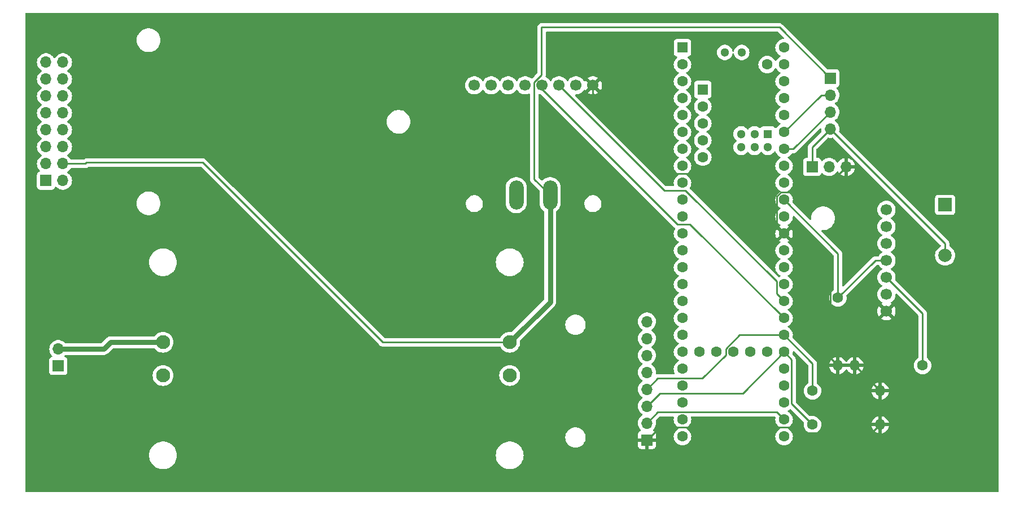
<source format=gtl>
G04 #@! TF.GenerationSoftware,KiCad,Pcbnew,8.0.3*
G04 #@! TF.CreationDate,2024-07-05T00:01:18-04:00*
G04 #@! TF.ProjectId,rrc_pcb2,7272635f-7063-4623-922e-6b696361645f,3*
G04 #@! TF.SameCoordinates,Original*
G04 #@! TF.FileFunction,Copper,L1,Top*
G04 #@! TF.FilePolarity,Positive*
%FSLAX46Y46*%
G04 Gerber Fmt 4.6, Leading zero omitted, Abs format (unit mm)*
G04 Created by KiCad (PCBNEW 8.0.3) date 2024-07-05 00:01:18*
%MOMM*%
%LPD*%
G01*
G04 APERTURE LIST*
G04 #@! TA.AperFunction,ComponentPad*
%ADD10C,1.600000*%
G04 #@! TD*
G04 #@! TA.AperFunction,ComponentPad*
%ADD11O,1.600000X1.600000*%
G04 #@! TD*
G04 #@! TA.AperFunction,ComponentPad*
%ADD12R,1.700000X1.700000*%
G04 #@! TD*
G04 #@! TA.AperFunction,ComponentPad*
%ADD13O,1.700000X1.700000*%
G04 #@! TD*
G04 #@! TA.AperFunction,ComponentPad*
%ADD14R,1.600000X1.600000*%
G04 #@! TD*
G04 #@! TA.AperFunction,ComponentPad*
%ADD15C,1.300000*%
G04 #@! TD*
G04 #@! TA.AperFunction,ComponentPad*
%ADD16R,1.300000X1.300000*%
G04 #@! TD*
G04 #@! TA.AperFunction,ComponentPad*
%ADD17C,1.700000*%
G04 #@! TD*
G04 #@! TA.AperFunction,ComponentPad*
%ADD18R,2.000000X2.000000*%
G04 #@! TD*
G04 #@! TA.AperFunction,ComponentPad*
%ADD19C,2.000000*%
G04 #@! TD*
G04 #@! TA.AperFunction,ComponentPad*
%ADD20C,2.100000*%
G04 #@! TD*
G04 #@! TA.AperFunction,ComponentPad*
%ADD21O,2.184400X4.368800*%
G04 #@! TD*
G04 #@! TA.AperFunction,Conductor*
%ADD22C,0.250000*%
G04 #@! TD*
G04 #@! TA.AperFunction,Conductor*
%ADD23C,0.750000*%
G04 #@! TD*
G04 APERTURE END LIST*
D10*
X176530000Y-73660000D03*
D11*
X166370000Y-73660000D03*
D10*
X163830000Y-63500000D03*
D11*
X163830000Y-73660000D03*
D12*
X46910000Y-73725000D03*
D13*
X46910000Y-71185000D03*
D14*
X143565626Y-32206483D03*
D10*
X140514826Y-28447283D03*
X140514826Y-30987283D03*
X140514826Y-33527283D03*
X140514826Y-36067283D03*
X155754826Y-30987283D03*
X140514826Y-61467283D03*
X145594826Y-71627283D03*
X140514826Y-38607283D03*
X140514826Y-41147283D03*
X140514826Y-43687283D03*
X140514826Y-46227283D03*
X140514826Y-48767283D03*
X140514826Y-51307283D03*
X140514826Y-53847283D03*
X140514826Y-56387283D03*
X140514826Y-58927283D03*
X155754826Y-58927283D03*
X155754826Y-56387283D03*
X155754826Y-53847283D03*
X155754826Y-51307283D03*
X155754826Y-48767283D03*
X155754826Y-46227283D03*
X155754826Y-43687283D03*
X155754826Y-41147283D03*
X155754826Y-38607283D03*
X155754826Y-36067283D03*
X155754826Y-33527283D03*
X140514826Y-64007283D03*
X140514826Y-66547283D03*
X140514826Y-69087283D03*
X140514826Y-71627283D03*
X140514826Y-74167283D03*
X140514826Y-76707283D03*
X140514826Y-79247283D03*
X140514826Y-81787283D03*
X140514826Y-84327283D03*
X155754826Y-84327283D03*
X155754826Y-81787283D03*
X155754826Y-79247283D03*
X155754826Y-76707283D03*
X155754826Y-74167283D03*
X155754826Y-71627283D03*
X155754826Y-69087283D03*
X155754826Y-66547283D03*
X155754826Y-64007283D03*
X153214826Y-28447283D03*
D15*
X149404826Y-26637283D03*
X146864826Y-26637283D03*
D10*
X143565626Y-37286483D03*
X143565626Y-34746483D03*
D14*
X140514826Y-25907283D03*
D10*
X155754826Y-28447283D03*
X143565626Y-39826483D03*
D15*
X151316426Y-40877283D03*
D10*
X143565626Y-42366483D03*
X155754826Y-61467283D03*
X148134826Y-71627283D03*
D15*
X151316426Y-38877283D03*
D10*
X153214826Y-71627283D03*
X150674826Y-71627283D03*
D16*
X153316426Y-38877283D03*
D15*
X153316426Y-40877283D03*
X149316426Y-40877283D03*
X149316426Y-38877283D03*
D10*
X143054826Y-71627283D03*
X155754826Y-25907283D03*
D12*
X159961694Y-43835573D03*
D13*
X162501694Y-43835573D03*
X165041694Y-43835573D03*
D17*
X171111788Y-65506574D03*
X171111788Y-62966574D03*
X171111788Y-60426574D03*
X171111788Y-57886574D03*
X171111788Y-55346574D03*
X171111788Y-52806574D03*
X171111788Y-50266574D03*
D18*
X179906949Y-49529999D03*
D19*
X179906949Y-57129999D03*
D12*
X162694739Y-30506384D03*
D13*
X162694739Y-33046384D03*
X162694739Y-35586384D03*
X162694739Y-38126384D03*
D10*
X160020000Y-77470000D03*
D11*
X170180000Y-77470000D03*
D20*
X62603648Y-75155674D03*
X62603648Y-70155674D03*
X114603648Y-70155674D03*
X114603648Y-75155674D03*
D21*
X120664208Y-48064785D03*
X115584208Y-48064785D03*
D17*
X127078834Y-31567837D03*
X124538834Y-31567837D03*
X121998834Y-31567837D03*
X119458834Y-31567837D03*
X116918834Y-31567837D03*
X114378834Y-31567837D03*
X111838834Y-31567837D03*
X109298834Y-31567837D03*
D13*
X47592661Y-43349407D03*
X47592661Y-40809407D03*
X45052661Y-40809407D03*
X47592661Y-28109407D03*
X47592661Y-45889407D03*
D12*
X45052661Y-45889407D03*
D13*
X45052661Y-30649407D03*
X47592661Y-30649407D03*
X47592661Y-33189407D03*
X47592661Y-35729407D03*
X47592661Y-38269407D03*
X45052661Y-28109407D03*
X45052661Y-43349407D03*
X45052661Y-33189407D03*
X45052661Y-38269407D03*
X45052661Y-35729407D03*
D12*
X135193271Y-84837533D03*
D13*
X135193271Y-82297533D03*
X135193271Y-79757533D03*
X135193271Y-77217533D03*
X135193271Y-74677533D03*
X135193271Y-72137533D03*
X135193271Y-69597533D03*
X135193271Y-67057533D03*
D10*
X160020000Y-82550000D03*
D11*
X170180000Y-82550000D03*
D22*
X118283834Y-45684411D02*
X120664208Y-48064785D01*
X155048355Y-22860000D02*
X119380000Y-22860000D01*
D23*
X120664208Y-48064785D02*
X120664208Y-64095114D01*
D22*
X51138814Y-43180000D02*
X50969407Y-43349407D01*
X118283834Y-31081136D02*
X118283834Y-45684411D01*
X114603648Y-70155674D02*
X95555674Y-70155674D01*
X68580000Y-43180000D02*
X51138814Y-43180000D01*
X162694739Y-30506384D02*
X155048355Y-22860000D01*
D23*
X120664208Y-64095114D02*
X114603648Y-70155674D01*
D22*
X119380000Y-29984970D02*
X118283834Y-31081136D01*
X119380000Y-22860000D02*
X119380000Y-29984970D01*
X50969407Y-43349407D02*
X47592661Y-43349407D01*
X95555674Y-70155674D02*
X68580000Y-43180000D01*
X154629826Y-52722283D02*
X154629826Y-48301292D01*
X171111788Y-65506574D02*
X166370000Y-70248362D01*
X170180000Y-77470000D02*
X166370000Y-73660000D01*
X162705000Y-72535000D02*
X163830000Y-73660000D01*
X168910000Y-83820000D02*
X170180000Y-82550000D01*
X139121199Y-44812283D02*
X146719826Y-44812283D01*
X161234984Y-47642283D02*
X165041694Y-43835573D01*
X158750000Y-83820000D02*
X168910000Y-83820000D01*
X146719826Y-44812283D02*
X155754826Y-53847283D01*
X162705000Y-60797457D02*
X162705000Y-72535000D01*
X155288835Y-47642283D02*
X161234984Y-47642283D01*
X166370000Y-70248362D02*
X166370000Y-73660000D01*
X170180000Y-82550000D02*
X170180000Y-77470000D01*
X137118521Y-82912283D02*
X157842283Y-82912283D01*
X127078834Y-32769918D02*
X139121199Y-44812283D01*
X155754826Y-53847283D02*
X162705000Y-60797457D01*
X155754826Y-53847283D02*
X154629826Y-52722283D01*
X127078834Y-31567837D02*
X127078834Y-32769918D01*
X166370000Y-73660000D02*
X163830000Y-73660000D01*
X135193271Y-84837533D02*
X137118521Y-82912283D01*
X154629826Y-48301292D02*
X155288835Y-47642283D01*
X157842283Y-82912283D02*
X158750000Y-83820000D01*
X135193271Y-79757533D02*
X137118521Y-77832283D01*
X149549826Y-77832283D02*
X155754826Y-71627283D01*
X156879826Y-79409826D02*
X156879826Y-72752283D01*
X160020000Y-82550000D02*
X156879826Y-79409826D01*
X156879826Y-72752283D02*
X155754826Y-71627283D01*
X137118521Y-77832283D02*
X149549826Y-77832283D01*
X149083835Y-69087283D02*
X155754826Y-69087283D01*
X160020000Y-77470000D02*
X160020000Y-73352457D01*
X136828521Y-75582283D02*
X143520817Y-75582283D01*
X135193271Y-77217533D02*
X136828521Y-75582283D01*
X147009826Y-72093274D02*
X147009826Y-71161292D01*
X160020000Y-73352457D02*
X155754826Y-69087283D01*
X143520817Y-75582283D02*
X147009826Y-72093274D01*
X147009826Y-71161292D02*
X149083835Y-69087283D01*
X154629826Y-62882283D02*
X154629826Y-61001292D01*
X155754826Y-64007283D02*
X154629826Y-62882283D01*
X137783280Y-47352283D02*
X121998834Y-31567837D01*
X154629826Y-61001292D02*
X140980817Y-47352283D01*
X140980817Y-47352283D02*
X137783280Y-47352283D01*
X179906949Y-57129999D02*
X179906949Y-55338594D01*
X179906949Y-55338594D02*
X162694739Y-38126384D01*
X136828521Y-80662283D02*
X154629826Y-80662283D01*
X159961694Y-40859429D02*
X162694739Y-38126384D01*
X135193271Y-82297533D02*
X136828521Y-80662283D01*
X159961694Y-43835573D02*
X159961694Y-40859429D01*
X154629826Y-80662283D02*
X155754826Y-81787283D01*
X119458834Y-32154895D02*
X119458834Y-31567837D01*
X139736222Y-52432283D02*
X119458834Y-32154895D01*
X141639826Y-52432283D02*
X139736222Y-52432283D01*
X155754826Y-66547283D02*
X141639826Y-52432283D01*
X157133840Y-41147283D02*
X155754826Y-41147283D01*
X162694739Y-35586384D02*
X157133840Y-41147283D01*
X162694739Y-33046384D02*
X161315725Y-33046384D01*
X161315725Y-33046384D02*
X155754826Y-38607283D01*
D23*
X62603648Y-70155674D02*
X54775272Y-70155674D01*
X46910000Y-71185000D02*
X53745946Y-71185000D01*
X53745946Y-71185000D02*
X54775272Y-70155674D01*
D22*
X176530000Y-65844786D02*
X171111788Y-60426574D01*
X176530000Y-73660000D02*
X176530000Y-65844786D01*
X171111788Y-57886574D02*
X169443426Y-57886574D01*
X163830000Y-63500000D02*
X163830000Y-56842457D01*
X169443426Y-57886574D02*
X163830000Y-63500000D01*
X163830000Y-56842457D02*
X155754826Y-48767283D01*
G04 #@! TA.AperFunction,Conductor*
G36*
X154801882Y-23513502D02*
G01*
X154822856Y-23530405D01*
X155684598Y-24392147D01*
X155718624Y-24454459D01*
X155713559Y-24525274D01*
X155671012Y-24582110D01*
X155606486Y-24606762D01*
X155526744Y-24613739D01*
X155526740Y-24613739D01*
X155526739Y-24613740D01*
X155433269Y-24638785D01*
X155305585Y-24672998D01*
X155305579Y-24673000D01*
X155098076Y-24769760D01*
X154910529Y-24901082D01*
X154910523Y-24901087D01*
X154748630Y-25062980D01*
X154748625Y-25062986D01*
X154617303Y-25250533D01*
X154520543Y-25458036D01*
X154520541Y-25458042D01*
X154461283Y-25679196D01*
X154441328Y-25907283D01*
X154461283Y-26135370D01*
X154483154Y-26216992D01*
X154520541Y-26356523D01*
X154520543Y-26356529D01*
X154617303Y-26564032D01*
X154748154Y-26750907D01*
X154748628Y-26751583D01*
X154910526Y-26913481D01*
X155098077Y-27044806D01*
X155125441Y-27057566D01*
X155137283Y-27063088D01*
X155190568Y-27110005D01*
X155210029Y-27178282D01*
X155189487Y-27246242D01*
X155137283Y-27291478D01*
X155098076Y-27309760D01*
X154910529Y-27441082D01*
X154910523Y-27441087D01*
X154748630Y-27602980D01*
X154748625Y-27602986D01*
X154617303Y-27790533D01*
X154599021Y-27829740D01*
X154552104Y-27883025D01*
X154483827Y-27902486D01*
X154415867Y-27881944D01*
X154370631Y-27829740D01*
X154368720Y-27825642D01*
X154352349Y-27790534D01*
X154221024Y-27602983D01*
X154059126Y-27441085D01*
X154059117Y-27441079D01*
X153871575Y-27309760D01*
X153664072Y-27213000D01*
X153664066Y-27212998D01*
X153527051Y-27176285D01*
X153442913Y-27153740D01*
X153214826Y-27133785D01*
X152986739Y-27153740D01*
X152765585Y-27212998D01*
X152765579Y-27213000D01*
X152558076Y-27309760D01*
X152370529Y-27441082D01*
X152370523Y-27441087D01*
X152208630Y-27602980D01*
X152208625Y-27602986D01*
X152077303Y-27790533D01*
X151980543Y-27998036D01*
X151980542Y-27998040D01*
X151921283Y-28219196D01*
X151901328Y-28447283D01*
X151921283Y-28675370D01*
X151943477Y-28758198D01*
X151980541Y-28896523D01*
X151980543Y-28896529D01*
X152077303Y-29104032D01*
X152179930Y-29250599D01*
X152208628Y-29291583D01*
X152370526Y-29453481D01*
X152558077Y-29584806D01*
X152765583Y-29681567D01*
X152986739Y-29740826D01*
X153214826Y-29760781D01*
X153442913Y-29740826D01*
X153664069Y-29681567D01*
X153871575Y-29584806D01*
X154059126Y-29453481D01*
X154221024Y-29291583D01*
X154352349Y-29104032D01*
X154370631Y-29064826D01*
X154417547Y-29011541D01*
X154485824Y-28992079D01*
X154553784Y-29012620D01*
X154599021Y-29064826D01*
X154617303Y-29104032D01*
X154623103Y-29112315D01*
X154719928Y-29250596D01*
X154748628Y-29291583D01*
X154910526Y-29453481D01*
X155098077Y-29584806D01*
X155133185Y-29601177D01*
X155137283Y-29603088D01*
X155190568Y-29650005D01*
X155210029Y-29718282D01*
X155189487Y-29786242D01*
X155137283Y-29831478D01*
X155098076Y-29849760D01*
X154910529Y-29981082D01*
X154910523Y-29981087D01*
X154748630Y-30142980D01*
X154748625Y-30142986D01*
X154617303Y-30330533D01*
X154520543Y-30538036D01*
X154520541Y-30538042D01*
X154504678Y-30597244D01*
X154461283Y-30759196D01*
X154441328Y-30987283D01*
X154461283Y-31215370D01*
X154483477Y-31298198D01*
X154520541Y-31436523D01*
X154520543Y-31436529D01*
X154617303Y-31644032D01*
X154731604Y-31807271D01*
X154748628Y-31831583D01*
X154910526Y-31993481D01*
X155098077Y-32124806D01*
X155133185Y-32141177D01*
X155137283Y-32143088D01*
X155190568Y-32190005D01*
X155210029Y-32258282D01*
X155189487Y-32326242D01*
X155137283Y-32371478D01*
X155098076Y-32389760D01*
X154910529Y-32521082D01*
X154910523Y-32521087D01*
X154748630Y-32682980D01*
X154748625Y-32682986D01*
X154617303Y-32870533D01*
X154520543Y-33078036D01*
X154520541Y-33078042D01*
X154510455Y-33115684D01*
X154461283Y-33299196D01*
X154441328Y-33527283D01*
X154461283Y-33755370D01*
X154489044Y-33858974D01*
X154520541Y-33976523D01*
X154520543Y-33976529D01*
X154617303Y-34184032D01*
X154719930Y-34330599D01*
X154748628Y-34371583D01*
X154910526Y-34533481D01*
X155098077Y-34664806D01*
X155133185Y-34681177D01*
X155137283Y-34683088D01*
X155190568Y-34730005D01*
X155210029Y-34798282D01*
X155189487Y-34866242D01*
X155137283Y-34911478D01*
X155098076Y-34929760D01*
X154910529Y-35061082D01*
X154910523Y-35061087D01*
X154748630Y-35222980D01*
X154748625Y-35222986D01*
X154617303Y-35410533D01*
X154520543Y-35618036D01*
X154520541Y-35618042D01*
X154484465Y-35752681D01*
X154461283Y-35839196D01*
X154441328Y-36067283D01*
X154461283Y-36295370D01*
X154483477Y-36378198D01*
X154520541Y-36516523D01*
X154520543Y-36516529D01*
X154617303Y-36724032D01*
X154719930Y-36870599D01*
X154748628Y-36911583D01*
X154910526Y-37073481D01*
X155098077Y-37204806D01*
X155133185Y-37221177D01*
X155137283Y-37223088D01*
X155190568Y-37270005D01*
X155210029Y-37338282D01*
X155189487Y-37406242D01*
X155137283Y-37451478D01*
X155098076Y-37469760D01*
X154910529Y-37601082D01*
X154910523Y-37601087D01*
X154748630Y-37762980D01*
X154748625Y-37762986D01*
X154617296Y-37950542D01*
X154615769Y-37953188D01*
X154614793Y-37954118D01*
X154614147Y-37955041D01*
X154613961Y-37954911D01*
X154564380Y-38002175D01*
X154494664Y-38015602D01*
X154428757Y-37989206D01*
X154405790Y-37965683D01*
X154329687Y-37864021D01*
X154212633Y-37776395D01*
X154212628Y-37776393D01*
X154075630Y-37725294D01*
X154075622Y-37725292D01*
X154015075Y-37718783D01*
X154015064Y-37718783D01*
X152617788Y-37718783D01*
X152617776Y-37718783D01*
X152557229Y-37725292D01*
X152557221Y-37725294D01*
X152420223Y-37776393D01*
X152420218Y-37776395D01*
X152303164Y-37864021D01*
X152232770Y-37958058D01*
X152175934Y-38000605D01*
X152105119Y-38005669D01*
X152047017Y-37975664D01*
X152017569Y-37948819D01*
X152017568Y-37948818D01*
X151880616Y-37864022D01*
X151835026Y-37835794D01*
X151835024Y-37835793D01*
X151835017Y-37835790D01*
X151634827Y-37758235D01*
X151634828Y-37758235D01*
X151634823Y-37758234D01*
X151423777Y-37718783D01*
X151209075Y-37718783D01*
X151049816Y-37748553D01*
X150998023Y-37758235D01*
X150797834Y-37835790D01*
X150797827Y-37835793D01*
X150615280Y-37948820D01*
X150456617Y-38093461D01*
X150416976Y-38145955D01*
X150359962Y-38188262D01*
X150289126Y-38193030D01*
X150226957Y-38158744D01*
X150215876Y-38145955D01*
X150176234Y-38093461D01*
X150017571Y-37948820D01*
X149880616Y-37864022D01*
X149835026Y-37835794D01*
X149835024Y-37835793D01*
X149835017Y-37835790D01*
X149634827Y-37758235D01*
X149634828Y-37758235D01*
X149634823Y-37758234D01*
X149423777Y-37718783D01*
X149209075Y-37718783D01*
X149049816Y-37748553D01*
X148998023Y-37758235D01*
X148797834Y-37835790D01*
X148797827Y-37835793D01*
X148615280Y-37948820D01*
X148456617Y-38093461D01*
X148327231Y-38264797D01*
X148231529Y-38456991D01*
X148231526Y-38456999D01*
X148172773Y-38663493D01*
X148152963Y-38877283D01*
X148172773Y-39091072D01*
X148231526Y-39297566D01*
X148231529Y-39297574D01*
X148327230Y-39489767D01*
X148448399Y-39650221D01*
X148456617Y-39661104D01*
X148591611Y-39784168D01*
X148628477Y-39844842D01*
X148626688Y-39915816D01*
X148591611Y-39970398D01*
X148456617Y-40093461D01*
X148327231Y-40264797D01*
X148231529Y-40456991D01*
X148231526Y-40456999D01*
X148172773Y-40663493D01*
X148152963Y-40877283D01*
X148172773Y-41091072D01*
X148231526Y-41297566D01*
X148231529Y-41297574D01*
X148327230Y-41489767D01*
X148445719Y-41646672D01*
X148456617Y-41661104D01*
X148615280Y-41805745D01*
X148615282Y-41805746D01*
X148615283Y-41805747D01*
X148797826Y-41918772D01*
X148797834Y-41918775D01*
X148998024Y-41996330D01*
X148998029Y-41996332D01*
X149209075Y-42035783D01*
X149209077Y-42035783D01*
X149423775Y-42035783D01*
X149423777Y-42035783D01*
X149634823Y-41996332D01*
X149835026Y-41918772D01*
X150017569Y-41805747D01*
X150176236Y-41661103D01*
X150215876Y-41608609D01*
X150272889Y-41566303D01*
X150343725Y-41561535D01*
X150405894Y-41595821D01*
X150416970Y-41608603D01*
X150456616Y-41661103D01*
X150456618Y-41661105D01*
X150615280Y-41805745D01*
X150615282Y-41805746D01*
X150615283Y-41805747D01*
X150797826Y-41918772D01*
X150797834Y-41918775D01*
X150998024Y-41996330D01*
X150998029Y-41996332D01*
X151209075Y-42035783D01*
X151209077Y-42035783D01*
X151423775Y-42035783D01*
X151423777Y-42035783D01*
X151634823Y-41996332D01*
X151835026Y-41918772D01*
X152017569Y-41805747D01*
X152176236Y-41661103D01*
X152215876Y-41608609D01*
X152272889Y-41566303D01*
X152343725Y-41561535D01*
X152405894Y-41595821D01*
X152416970Y-41608603D01*
X152456616Y-41661103D01*
X152456618Y-41661105D01*
X152615280Y-41805745D01*
X152615282Y-41805746D01*
X152615283Y-41805747D01*
X152797826Y-41918772D01*
X152797834Y-41918775D01*
X152998024Y-41996330D01*
X152998029Y-41996332D01*
X153209075Y-42035783D01*
X153209077Y-42035783D01*
X153423775Y-42035783D01*
X153423777Y-42035783D01*
X153634823Y-41996332D01*
X153835026Y-41918772D01*
X154017569Y-41805747D01*
X154176236Y-41661103D01*
X154287660Y-41513551D01*
X154344673Y-41471245D01*
X154415509Y-41466477D01*
X154477678Y-41500763D01*
X154509917Y-41556872D01*
X154520542Y-41596526D01*
X154520543Y-41596529D01*
X154617303Y-41804032D01*
X154719930Y-41950599D01*
X154748628Y-41991583D01*
X154910526Y-42153481D01*
X155098077Y-42284806D01*
X155133185Y-42301177D01*
X155137283Y-42303088D01*
X155190568Y-42350005D01*
X155210029Y-42418282D01*
X155189487Y-42486242D01*
X155137283Y-42531478D01*
X155098076Y-42549760D01*
X154910529Y-42681082D01*
X154910523Y-42681087D01*
X154748630Y-42842980D01*
X154748625Y-42842986D01*
X154617303Y-43030533D01*
X154520543Y-43238036D01*
X154520541Y-43238042D01*
X154484465Y-43372681D01*
X154461283Y-43459196D01*
X154441328Y-43687283D01*
X154461283Y-43915370D01*
X154483477Y-43998198D01*
X154520541Y-44136523D01*
X154520543Y-44136529D01*
X154617303Y-44344032D01*
X154748154Y-44530907D01*
X154748628Y-44531583D01*
X154910526Y-44693481D01*
X155098077Y-44824806D01*
X155133185Y-44841177D01*
X155137283Y-44843088D01*
X155190568Y-44890005D01*
X155210029Y-44958282D01*
X155189487Y-45026242D01*
X155137283Y-45071478D01*
X155098076Y-45089760D01*
X154910529Y-45221082D01*
X154910523Y-45221087D01*
X154748630Y-45382980D01*
X154748625Y-45382986D01*
X154617303Y-45570533D01*
X154520543Y-45778036D01*
X154520541Y-45778042D01*
X154461283Y-45999196D01*
X154441328Y-46227283D01*
X154461283Y-46455369D01*
X154520541Y-46676523D01*
X154520543Y-46676529D01*
X154617303Y-46884032D01*
X154719928Y-47030596D01*
X154748628Y-47071583D01*
X154910526Y-47233481D01*
X155098077Y-47364806D01*
X155133185Y-47381177D01*
X155137283Y-47383088D01*
X155190568Y-47430005D01*
X155210029Y-47498282D01*
X155189487Y-47566242D01*
X155137283Y-47611478D01*
X155098076Y-47629760D01*
X154910529Y-47761082D01*
X154910523Y-47761087D01*
X154748630Y-47922980D01*
X154748625Y-47922986D01*
X154617303Y-48110533D01*
X154520543Y-48318036D01*
X154520541Y-48318042D01*
X154465188Y-48524623D01*
X154461283Y-48539196D01*
X154441328Y-48767283D01*
X154461283Y-48995370D01*
X154467409Y-49018232D01*
X154520541Y-49216523D01*
X154520543Y-49216529D01*
X154617303Y-49424032D01*
X154719629Y-49570169D01*
X154748628Y-49611583D01*
X154910526Y-49773481D01*
X155098077Y-49904806D01*
X155133185Y-49921177D01*
X155137283Y-49923088D01*
X155190568Y-49970005D01*
X155210029Y-50038282D01*
X155189487Y-50106242D01*
X155137283Y-50151478D01*
X155098076Y-50169760D01*
X154910529Y-50301082D01*
X154910523Y-50301087D01*
X154748630Y-50462980D01*
X154748625Y-50462986D01*
X154617303Y-50650533D01*
X154520543Y-50858036D01*
X154520541Y-50858042D01*
X154473665Y-51032985D01*
X154461283Y-51079196D01*
X154441328Y-51307283D01*
X154461283Y-51535370D01*
X154467409Y-51558232D01*
X154520541Y-51756523D01*
X154520543Y-51756529D01*
X154606194Y-51940209D01*
X154617303Y-51964032D01*
X154748628Y-52151583D01*
X154910526Y-52313481D01*
X155098077Y-52444806D01*
X155137144Y-52463023D01*
X155137875Y-52463364D01*
X155191160Y-52510281D01*
X155210621Y-52578558D01*
X155190079Y-52646518D01*
X155137876Y-52691753D01*
X155098329Y-52710194D01*
X155098327Y-52710195D01*
X155026935Y-52760183D01*
X155589052Y-53322300D01*
X155542534Y-53334765D01*
X155417118Y-53407173D01*
X155314716Y-53509575D01*
X155242308Y-53634991D01*
X155229843Y-53681509D01*
X154667726Y-53119392D01*
X154617739Y-53190783D01*
X154521014Y-53398209D01*
X154521012Y-53398214D01*
X154461777Y-53619280D01*
X154441830Y-53847283D01*
X154461777Y-54075285D01*
X154521012Y-54296351D01*
X154521014Y-54296356D01*
X154617739Y-54503784D01*
X154667725Y-54575171D01*
X155229842Y-54013054D01*
X155242308Y-54059575D01*
X155314716Y-54184991D01*
X155417118Y-54287393D01*
X155542534Y-54359801D01*
X155589052Y-54372265D01*
X155026936Y-54934381D01*
X155026936Y-54934383D01*
X155098324Y-54984369D01*
X155098328Y-54984371D01*
X155137875Y-55002813D01*
X155191160Y-55049730D01*
X155210620Y-55118007D01*
X155190078Y-55185967D01*
X155137875Y-55231201D01*
X155098078Y-55249758D01*
X154910529Y-55381082D01*
X154910523Y-55381087D01*
X154748630Y-55542980D01*
X154748625Y-55542986D01*
X154617303Y-55730533D01*
X154520543Y-55938036D01*
X154520541Y-55938042D01*
X154467527Y-56135894D01*
X154461283Y-56159196D01*
X154441328Y-56387283D01*
X154461283Y-56615370D01*
X154477555Y-56676097D01*
X154520541Y-56836523D01*
X154520543Y-56836529D01*
X154547010Y-56893288D01*
X154617303Y-57044032D01*
X154748628Y-57231583D01*
X154910526Y-57393481D01*
X155098077Y-57524806D01*
X155133185Y-57541177D01*
X155137283Y-57543088D01*
X155190568Y-57590005D01*
X155210029Y-57658282D01*
X155189487Y-57726242D01*
X155137283Y-57771478D01*
X155098076Y-57789760D01*
X154910529Y-57921082D01*
X154910523Y-57921087D01*
X154748630Y-58082980D01*
X154748625Y-58082986D01*
X154617303Y-58270533D01*
X154520543Y-58478036D01*
X154520541Y-58478042D01*
X154505181Y-58535367D01*
X154461283Y-58699196D01*
X154441328Y-58927283D01*
X154461283Y-59155370D01*
X154467409Y-59178232D01*
X154520541Y-59376523D01*
X154520543Y-59376529D01*
X154563455Y-59468554D01*
X154617303Y-59584032D01*
X154748628Y-59771583D01*
X154910526Y-59933481D01*
X155098077Y-60064806D01*
X155133185Y-60081177D01*
X155137283Y-60083088D01*
X155190568Y-60130005D01*
X155210029Y-60198282D01*
X155189487Y-60266242D01*
X155137283Y-60311478D01*
X155098074Y-60329761D01*
X155041240Y-60369556D01*
X154973966Y-60392243D01*
X154905106Y-60374957D01*
X154879876Y-60355437D01*
X141626670Y-47102232D01*
X141592644Y-47039920D01*
X141597709Y-46969105D01*
X141612551Y-46940868D01*
X141652349Y-46884032D01*
X141749110Y-46676526D01*
X141808369Y-46455370D01*
X141828324Y-46227283D01*
X141808369Y-45999196D01*
X141749110Y-45778040D01*
X141652349Y-45570534D01*
X141521024Y-45382983D01*
X141359126Y-45221085D01*
X141349070Y-45214044D01*
X141238269Y-45136460D01*
X141171575Y-45089760D01*
X141159042Y-45083916D01*
X141132369Y-45071478D01*
X141079084Y-45024562D01*
X141059622Y-44956285D01*
X141080163Y-44888325D01*
X141132369Y-44843088D01*
X141134823Y-44841943D01*
X141171575Y-44824806D01*
X141359126Y-44693481D01*
X141521024Y-44531583D01*
X141652349Y-44344032D01*
X141749110Y-44136526D01*
X141808369Y-43915370D01*
X141828324Y-43687283D01*
X141808369Y-43459196D01*
X141749110Y-43238040D01*
X141652349Y-43030534D01*
X141521024Y-42842983D01*
X141359126Y-42681085D01*
X141171575Y-42549760D01*
X141132369Y-42531478D01*
X141079084Y-42484562D01*
X141059622Y-42416285D01*
X141080163Y-42348325D01*
X141132369Y-42303088D01*
X141134823Y-42301943D01*
X141171575Y-42284806D01*
X141359126Y-42153481D01*
X141521024Y-41991583D01*
X141652349Y-41804032D01*
X141749110Y-41596526D01*
X141808369Y-41375370D01*
X141828324Y-41147283D01*
X141808369Y-40919196D01*
X141749110Y-40698040D01*
X141652349Y-40490534D01*
X141521024Y-40302983D01*
X141359126Y-40141085D01*
X141354987Y-40138187D01*
X141291106Y-40093457D01*
X141171575Y-40009760D01*
X141132369Y-39991478D01*
X141079084Y-39944562D01*
X141059622Y-39876285D01*
X141080163Y-39808325D01*
X141132369Y-39763088D01*
X141134823Y-39761943D01*
X141171575Y-39744806D01*
X141359126Y-39613481D01*
X141521024Y-39451583D01*
X141652349Y-39264032D01*
X141749110Y-39056526D01*
X141808369Y-38835370D01*
X141828324Y-38607283D01*
X141808369Y-38379196D01*
X141749110Y-38158040D01*
X141652349Y-37950534D01*
X141521024Y-37762983D01*
X141359126Y-37601085D01*
X141171575Y-37469760D01*
X141132369Y-37451478D01*
X141079084Y-37404562D01*
X141059622Y-37336285D01*
X141080163Y-37268325D01*
X141132369Y-37223088D01*
X141134823Y-37221943D01*
X141171575Y-37204806D01*
X141359126Y-37073481D01*
X141521024Y-36911583D01*
X141652349Y-36724032D01*
X141749110Y-36516526D01*
X141808369Y-36295370D01*
X141828324Y-36067283D01*
X141808369Y-35839196D01*
X141749110Y-35618040D01*
X141652349Y-35410534D01*
X141521024Y-35222983D01*
X141359126Y-35061085D01*
X141171575Y-34929760D01*
X141132369Y-34911478D01*
X141079084Y-34864562D01*
X141059622Y-34796285D01*
X141074675Y-34746483D01*
X142252128Y-34746483D01*
X142272083Y-34974569D01*
X142331341Y-35195723D01*
X142331343Y-35195729D01*
X142428103Y-35403232D01*
X142499507Y-35505208D01*
X142559428Y-35590783D01*
X142721326Y-35752681D01*
X142908877Y-35884006D01*
X142943985Y-35900377D01*
X142948083Y-35902288D01*
X143001368Y-35949205D01*
X143020829Y-36017482D01*
X143000287Y-36085442D01*
X142948083Y-36130678D01*
X142908876Y-36148960D01*
X142721329Y-36280282D01*
X142721323Y-36280287D01*
X142559430Y-36442180D01*
X142559425Y-36442186D01*
X142428103Y-36629733D01*
X142331343Y-36837236D01*
X142331341Y-36837242D01*
X142293692Y-36977749D01*
X142272083Y-37058396D01*
X142252128Y-37286483D01*
X142272083Y-37514570D01*
X142293296Y-37593736D01*
X142331341Y-37735723D01*
X142331343Y-37735729D01*
X142428103Y-37943232D01*
X142550534Y-38118082D01*
X142559428Y-38130783D01*
X142721326Y-38292681D01*
X142908877Y-38424006D01*
X142941409Y-38439176D01*
X142948083Y-38442288D01*
X143001368Y-38489205D01*
X143020829Y-38557482D01*
X143000287Y-38625442D01*
X142948083Y-38670678D01*
X142908876Y-38688960D01*
X142721329Y-38820282D01*
X142721323Y-38820287D01*
X142559430Y-38982180D01*
X142559425Y-38982186D01*
X142428103Y-39169733D01*
X142331343Y-39377236D01*
X142331341Y-39377242D01*
X142301190Y-39489767D01*
X142272083Y-39598396D01*
X142252128Y-39826483D01*
X142272083Y-40054570D01*
X142286413Y-40108050D01*
X142331341Y-40275723D01*
X142331343Y-40275729D01*
X142398502Y-40419753D01*
X142428103Y-40483232D01*
X142559428Y-40670783D01*
X142721326Y-40832681D01*
X142908877Y-40964006D01*
X142943985Y-40980377D01*
X142948083Y-40982288D01*
X143001368Y-41029205D01*
X143020829Y-41097482D01*
X143000287Y-41165442D01*
X142948083Y-41210678D01*
X142908876Y-41228960D01*
X142721329Y-41360282D01*
X142721323Y-41360287D01*
X142559430Y-41522180D01*
X142559425Y-41522186D01*
X142428103Y-41709733D01*
X142331343Y-41917236D01*
X142331341Y-41917242D01*
X142299578Y-42035783D01*
X142272083Y-42138396D01*
X142252128Y-42366483D01*
X142272083Y-42594570D01*
X142293296Y-42673736D01*
X142331341Y-42815723D01*
X142331343Y-42815729D01*
X142428103Y-43023232D01*
X142545111Y-43190337D01*
X142559428Y-43210783D01*
X142721326Y-43372681D01*
X142908877Y-43504006D01*
X143116383Y-43600767D01*
X143337539Y-43660026D01*
X143565626Y-43679981D01*
X143793713Y-43660026D01*
X144014869Y-43600767D01*
X144222375Y-43504006D01*
X144409926Y-43372681D01*
X144571824Y-43210783D01*
X144703149Y-43023232D01*
X144799910Y-42815726D01*
X144859169Y-42594570D01*
X144879124Y-42366483D01*
X144859169Y-42138396D01*
X144799910Y-41917240D01*
X144703149Y-41709734D01*
X144571824Y-41522183D01*
X144409926Y-41360285D01*
X144222375Y-41228960D01*
X144183169Y-41210678D01*
X144129884Y-41163762D01*
X144110422Y-41095485D01*
X144130963Y-41027525D01*
X144183169Y-40982288D01*
X144185623Y-40981143D01*
X144222375Y-40964006D01*
X144409926Y-40832681D01*
X144571824Y-40670783D01*
X144703149Y-40483232D01*
X144799910Y-40275726D01*
X144859169Y-40054570D01*
X144879124Y-39826483D01*
X144859169Y-39598396D01*
X144799910Y-39377240D01*
X144703149Y-39169734D01*
X144571824Y-38982183D01*
X144409926Y-38820285D01*
X144222375Y-38688960D01*
X144183169Y-38670678D01*
X144129884Y-38623762D01*
X144110422Y-38555485D01*
X144130963Y-38487525D01*
X144183169Y-38442288D01*
X144189830Y-38439182D01*
X144222375Y-38424006D01*
X144409926Y-38292681D01*
X144571824Y-38130783D01*
X144703149Y-37943232D01*
X144799910Y-37735726D01*
X144859169Y-37514570D01*
X144879124Y-37286483D01*
X144859169Y-37058396D01*
X144799910Y-36837240D01*
X144703149Y-36629734D01*
X144571824Y-36442183D01*
X144409926Y-36280285D01*
X144222375Y-36148960D01*
X144183169Y-36130678D01*
X144129884Y-36083762D01*
X144110422Y-36015485D01*
X144130963Y-35947525D01*
X144183169Y-35902288D01*
X144185623Y-35901143D01*
X144222375Y-35884006D01*
X144409926Y-35752681D01*
X144571824Y-35590783D01*
X144703149Y-35403232D01*
X144799910Y-35195726D01*
X144859169Y-34974570D01*
X144879124Y-34746483D01*
X144859169Y-34518396D01*
X144799910Y-34297240D01*
X144703149Y-34089734D01*
X144571824Y-33902183D01*
X144409926Y-33740285D01*
X144409921Y-33740282D01*
X144409918Y-33740279D01*
X144406621Y-33737970D01*
X144362295Y-33682511D01*
X144354989Y-33611892D01*
X144387022Y-33548532D01*
X144448225Y-33512550D01*
X144465427Y-33509482D01*
X144474827Y-33508472D01*
X144611830Y-33457372D01*
X144728887Y-33369744D01*
X144781699Y-33299196D01*
X144816513Y-33252690D01*
X144816513Y-33252689D01*
X144816515Y-33252687D01*
X144867615Y-33115684D01*
X144871663Y-33078036D01*
X144874125Y-33055132D01*
X144874126Y-33055115D01*
X144874126Y-31357850D01*
X144874125Y-31357833D01*
X144867616Y-31297286D01*
X144867614Y-31297278D01*
X144816515Y-31160280D01*
X144816513Y-31160275D01*
X144728887Y-31043221D01*
X144611833Y-30955595D01*
X144611828Y-30955593D01*
X144474830Y-30904494D01*
X144474822Y-30904492D01*
X144414275Y-30897983D01*
X144414264Y-30897983D01*
X142716988Y-30897983D01*
X142716976Y-30897983D01*
X142656429Y-30904492D01*
X142656421Y-30904494D01*
X142519423Y-30955593D01*
X142519418Y-30955595D01*
X142402364Y-31043221D01*
X142314738Y-31160275D01*
X142314736Y-31160280D01*
X142263637Y-31297278D01*
X142263635Y-31297286D01*
X142257126Y-31357833D01*
X142257126Y-33055132D01*
X142263635Y-33115679D01*
X142263637Y-33115687D01*
X142314736Y-33252685D01*
X142314738Y-33252690D01*
X142402364Y-33369744D01*
X142519418Y-33457370D01*
X142519420Y-33457371D01*
X142519422Y-33457372D01*
X142656425Y-33508472D01*
X142665817Y-33509481D01*
X142731410Y-33536646D01*
X142771905Y-33594962D01*
X142774443Y-33665913D01*
X142738219Y-33726973D01*
X142724636Y-33737966D01*
X142721334Y-33740278D01*
X142721323Y-33740287D01*
X142559430Y-33902180D01*
X142559425Y-33902186D01*
X142428103Y-34089733D01*
X142331343Y-34297236D01*
X142331341Y-34297242D01*
X142272083Y-34518396D01*
X142252128Y-34746483D01*
X141074675Y-34746483D01*
X141080163Y-34728325D01*
X141132369Y-34683088D01*
X141134823Y-34681943D01*
X141171575Y-34664806D01*
X141359126Y-34533481D01*
X141521024Y-34371583D01*
X141652349Y-34184032D01*
X141749110Y-33976526D01*
X141808369Y-33755370D01*
X141828324Y-33527283D01*
X141808369Y-33299196D01*
X141749110Y-33078040D01*
X141652349Y-32870534D01*
X141521024Y-32682983D01*
X141359126Y-32521085D01*
X141171575Y-32389760D01*
X141132369Y-32371478D01*
X141079084Y-32324562D01*
X141059622Y-32256285D01*
X141080163Y-32188325D01*
X141132369Y-32143088D01*
X141134823Y-32141943D01*
X141171575Y-32124806D01*
X141359126Y-31993481D01*
X141521024Y-31831583D01*
X141652349Y-31644032D01*
X141749110Y-31436526D01*
X141808369Y-31215370D01*
X141828324Y-30987283D01*
X141808369Y-30759196D01*
X141749110Y-30538040D01*
X141652349Y-30330534D01*
X141521024Y-30142983D01*
X141359126Y-29981085D01*
X141171575Y-29849760D01*
X141132369Y-29831478D01*
X141079084Y-29784562D01*
X141059622Y-29716285D01*
X141080163Y-29648325D01*
X141132369Y-29603088D01*
X141134823Y-29601943D01*
X141171575Y-29584806D01*
X141359126Y-29453481D01*
X141521024Y-29291583D01*
X141652349Y-29104032D01*
X141749110Y-28896526D01*
X141808369Y-28675370D01*
X141828324Y-28447283D01*
X141808369Y-28219196D01*
X141749110Y-27998040D01*
X141652349Y-27790534D01*
X141521024Y-27602983D01*
X141359126Y-27441085D01*
X141359121Y-27441082D01*
X141359118Y-27441079D01*
X141355821Y-27438770D01*
X141311495Y-27383311D01*
X141304189Y-27312692D01*
X141336222Y-27249332D01*
X141397425Y-27213350D01*
X141414627Y-27210282D01*
X141424027Y-27209272D01*
X141561030Y-27158172D01*
X141566951Y-27153740D01*
X141678087Y-27070544D01*
X141765713Y-26953490D01*
X141765713Y-26953489D01*
X141765715Y-26953487D01*
X141816815Y-26816484D01*
X141819882Y-26787963D01*
X141823325Y-26755932D01*
X141823326Y-26755915D01*
X141823326Y-26637283D01*
X145701363Y-26637283D01*
X145721173Y-26851072D01*
X145779926Y-27057566D01*
X145779929Y-27057574D01*
X145875630Y-27249767D01*
X145923149Y-27312692D01*
X146005017Y-27421104D01*
X146163680Y-27565745D01*
X146163682Y-27565746D01*
X146163683Y-27565747D01*
X146346226Y-27678772D01*
X146346234Y-27678775D01*
X146546424Y-27756330D01*
X146546429Y-27756332D01*
X146757475Y-27795783D01*
X146757477Y-27795783D01*
X146972175Y-27795783D01*
X146972177Y-27795783D01*
X147183223Y-27756332D01*
X147383426Y-27678772D01*
X147565969Y-27565747D01*
X147724636Y-27421103D01*
X147854022Y-27249767D01*
X147949723Y-27057574D01*
X148008479Y-26851069D01*
X148009363Y-26841521D01*
X148035566Y-26775539D01*
X148093282Y-26734195D01*
X148164189Y-26730618D01*
X148225773Y-26765944D01*
X148258482Y-26828957D01*
X148260287Y-26841512D01*
X148260879Y-26847899D01*
X148261173Y-26851072D01*
X148319926Y-27057566D01*
X148319929Y-27057574D01*
X148415630Y-27249767D01*
X148463149Y-27312692D01*
X148545017Y-27421104D01*
X148703680Y-27565745D01*
X148703682Y-27565746D01*
X148703683Y-27565747D01*
X148886226Y-27678772D01*
X148886234Y-27678775D01*
X149086424Y-27756330D01*
X149086429Y-27756332D01*
X149297475Y-27795783D01*
X149297477Y-27795783D01*
X149512175Y-27795783D01*
X149512177Y-27795783D01*
X149723223Y-27756332D01*
X149923426Y-27678772D01*
X150105969Y-27565747D01*
X150264636Y-27421103D01*
X150394022Y-27249767D01*
X150489723Y-27057574D01*
X150548479Y-26851069D01*
X150568289Y-26637283D01*
X150548479Y-26423497D01*
X150542487Y-26402439D01*
X150489725Y-26216999D01*
X150489724Y-26216998D01*
X150489723Y-26216992D01*
X150394022Y-26024799D01*
X150264636Y-25853463D01*
X150206134Y-25800131D01*
X150105971Y-25708820D01*
X149923424Y-25595793D01*
X149923417Y-25595790D01*
X149723227Y-25518235D01*
X149723228Y-25518235D01*
X149723223Y-25518234D01*
X149512177Y-25478783D01*
X149297475Y-25478783D01*
X149138216Y-25508553D01*
X149086423Y-25518235D01*
X148886234Y-25595790D01*
X148886227Y-25595793D01*
X148703680Y-25708820D01*
X148545017Y-25853461D01*
X148415631Y-26024797D01*
X148319929Y-26216991D01*
X148319926Y-26216999D01*
X148261172Y-26423498D01*
X148260288Y-26433042D01*
X148234086Y-26499027D01*
X148176369Y-26540370D01*
X148105463Y-26543947D01*
X148043879Y-26508620D01*
X148011170Y-26445607D01*
X148009364Y-26433042D01*
X148008479Y-26423498D01*
X147984461Y-26339085D01*
X147949723Y-26216992D01*
X147854022Y-26024799D01*
X147724636Y-25853463D01*
X147666134Y-25800131D01*
X147565971Y-25708820D01*
X147383424Y-25595793D01*
X147383417Y-25595790D01*
X147183227Y-25518235D01*
X147183228Y-25518235D01*
X147183223Y-25518234D01*
X146972177Y-25478783D01*
X146757475Y-25478783D01*
X146598216Y-25508553D01*
X146546423Y-25518235D01*
X146346234Y-25595790D01*
X146346227Y-25595793D01*
X146163680Y-25708820D01*
X146005017Y-25853461D01*
X145875631Y-26024797D01*
X145779929Y-26216991D01*
X145779926Y-26216999D01*
X145721173Y-26423493D01*
X145701363Y-26637283D01*
X141823326Y-26637283D01*
X141823326Y-25058650D01*
X141823325Y-25058633D01*
X141816816Y-24998086D01*
X141816814Y-24998078D01*
X141780637Y-24901087D01*
X141765715Y-24861079D01*
X141765714Y-24861077D01*
X141765713Y-24861075D01*
X141678087Y-24744021D01*
X141561033Y-24656395D01*
X141561028Y-24656393D01*
X141424030Y-24605294D01*
X141424022Y-24605292D01*
X141363475Y-24598783D01*
X141363464Y-24598783D01*
X139666188Y-24598783D01*
X139666176Y-24598783D01*
X139605629Y-24605292D01*
X139605621Y-24605294D01*
X139468623Y-24656393D01*
X139468618Y-24656395D01*
X139351564Y-24744021D01*
X139263938Y-24861075D01*
X139263936Y-24861080D01*
X139212837Y-24998078D01*
X139212835Y-24998086D01*
X139206326Y-25058633D01*
X139206326Y-26755932D01*
X139212835Y-26816479D01*
X139212837Y-26816487D01*
X139263936Y-26953485D01*
X139263938Y-26953490D01*
X139351564Y-27070544D01*
X139468618Y-27158170D01*
X139468620Y-27158171D01*
X139468622Y-27158172D01*
X139605625Y-27209272D01*
X139615017Y-27210281D01*
X139680610Y-27237446D01*
X139721105Y-27295762D01*
X139723643Y-27366713D01*
X139687419Y-27427773D01*
X139673836Y-27438766D01*
X139670534Y-27441078D01*
X139670523Y-27441087D01*
X139508630Y-27602980D01*
X139508625Y-27602986D01*
X139377303Y-27790533D01*
X139280543Y-27998036D01*
X139280542Y-27998040D01*
X139221283Y-28219196D01*
X139201328Y-28447283D01*
X139221283Y-28675370D01*
X139243477Y-28758198D01*
X139280541Y-28896523D01*
X139280543Y-28896529D01*
X139377303Y-29104032D01*
X139479930Y-29250599D01*
X139508628Y-29291583D01*
X139670526Y-29453481D01*
X139858077Y-29584806D01*
X139893185Y-29601177D01*
X139897283Y-29603088D01*
X139950568Y-29650005D01*
X139970029Y-29718282D01*
X139949487Y-29786242D01*
X139897283Y-29831478D01*
X139858076Y-29849760D01*
X139670529Y-29981082D01*
X139670523Y-29981087D01*
X139508630Y-30142980D01*
X139508625Y-30142986D01*
X139377303Y-30330533D01*
X139280543Y-30538036D01*
X139280541Y-30538042D01*
X139264678Y-30597244D01*
X139221283Y-30759196D01*
X139201328Y-30987283D01*
X139221283Y-31215370D01*
X139243477Y-31298198D01*
X139280541Y-31436523D01*
X139280543Y-31436529D01*
X139377303Y-31644032D01*
X139491604Y-31807271D01*
X139508628Y-31831583D01*
X139670526Y-31993481D01*
X139858077Y-32124806D01*
X139893185Y-32141177D01*
X139897283Y-32143088D01*
X139950568Y-32190005D01*
X139970029Y-32258282D01*
X139949487Y-32326242D01*
X139897283Y-32371478D01*
X139858076Y-32389760D01*
X139670529Y-32521082D01*
X139670523Y-32521087D01*
X139508630Y-32682980D01*
X139508625Y-32682986D01*
X139377303Y-32870533D01*
X139280543Y-33078036D01*
X139280541Y-33078042D01*
X139270455Y-33115684D01*
X139221283Y-33299196D01*
X139201328Y-33527283D01*
X139221283Y-33755370D01*
X139249044Y-33858974D01*
X139280541Y-33976523D01*
X139280543Y-33976529D01*
X139377303Y-34184032D01*
X139479930Y-34330599D01*
X139508628Y-34371583D01*
X139670526Y-34533481D01*
X139858077Y-34664806D01*
X139893185Y-34681177D01*
X139897283Y-34683088D01*
X139950568Y-34730005D01*
X139970029Y-34798282D01*
X139949487Y-34866242D01*
X139897283Y-34911478D01*
X139858076Y-34929760D01*
X139670529Y-35061082D01*
X139670523Y-35061087D01*
X139508630Y-35222980D01*
X139508625Y-35222986D01*
X139377303Y-35410533D01*
X139280543Y-35618036D01*
X139280541Y-35618042D01*
X139244465Y-35752681D01*
X139221283Y-35839196D01*
X139201328Y-36067283D01*
X139221283Y-36295370D01*
X139243477Y-36378198D01*
X139280541Y-36516523D01*
X139280543Y-36516529D01*
X139377303Y-36724032D01*
X139479930Y-36870599D01*
X139508628Y-36911583D01*
X139670526Y-37073481D01*
X139858077Y-37204806D01*
X139893185Y-37221177D01*
X139897283Y-37223088D01*
X139950568Y-37270005D01*
X139970029Y-37338282D01*
X139949487Y-37406242D01*
X139897283Y-37451478D01*
X139858076Y-37469760D01*
X139670529Y-37601082D01*
X139670523Y-37601087D01*
X139508630Y-37762980D01*
X139508625Y-37762986D01*
X139377303Y-37950533D01*
X139280543Y-38158036D01*
X139280541Y-38158042D01*
X139228903Y-38350758D01*
X139221283Y-38379196D01*
X139201328Y-38607283D01*
X139221283Y-38835370D01*
X139243477Y-38918198D01*
X139280541Y-39056523D01*
X139280543Y-39056529D01*
X139377303Y-39264032D01*
X139508621Y-39451574D01*
X139508628Y-39451583D01*
X139670526Y-39613481D01*
X139858077Y-39744806D01*
X139893185Y-39761177D01*
X139897283Y-39763088D01*
X139950568Y-39810005D01*
X139970029Y-39878282D01*
X139949487Y-39946242D01*
X139897283Y-39991478D01*
X139858076Y-40009760D01*
X139670529Y-40141082D01*
X139670523Y-40141087D01*
X139508630Y-40302980D01*
X139508625Y-40302986D01*
X139377303Y-40490533D01*
X139280543Y-40698036D01*
X139280541Y-40698042D01*
X139244465Y-40832681D01*
X139221283Y-40919196D01*
X139201328Y-41147283D01*
X139221283Y-41375370D01*
X139243477Y-41458198D01*
X139280541Y-41596523D01*
X139280543Y-41596529D01*
X139377303Y-41804032D01*
X139479930Y-41950599D01*
X139508628Y-41991583D01*
X139670526Y-42153481D01*
X139858077Y-42284806D01*
X139893185Y-42301177D01*
X139897283Y-42303088D01*
X139950568Y-42350005D01*
X139970029Y-42418282D01*
X139949487Y-42486242D01*
X139897283Y-42531478D01*
X139858076Y-42549760D01*
X139670529Y-42681082D01*
X139670523Y-42681087D01*
X139508630Y-42842980D01*
X139508625Y-42842986D01*
X139377303Y-43030533D01*
X139280543Y-43238036D01*
X139280541Y-43238042D01*
X139244465Y-43372681D01*
X139221283Y-43459196D01*
X139201328Y-43687283D01*
X139221283Y-43915370D01*
X139243477Y-43998198D01*
X139280541Y-44136523D01*
X139280543Y-44136529D01*
X139377303Y-44344032D01*
X139508154Y-44530907D01*
X139508628Y-44531583D01*
X139670526Y-44693481D01*
X139858077Y-44824806D01*
X139893185Y-44841177D01*
X139897283Y-44843088D01*
X139950568Y-44890005D01*
X139970029Y-44958282D01*
X139949487Y-45026242D01*
X139897283Y-45071478D01*
X139858076Y-45089760D01*
X139670529Y-45221082D01*
X139670523Y-45221087D01*
X139508630Y-45382980D01*
X139508625Y-45382986D01*
X139377303Y-45570533D01*
X139280543Y-45778036D01*
X139280541Y-45778042D01*
X139252204Y-45883797D01*
X139221283Y-45999196D01*
X139201328Y-46227283D01*
X139221283Y-46455370D01*
X139249365Y-46560172D01*
X139247675Y-46631149D01*
X139207881Y-46689944D01*
X139142616Y-46717892D01*
X139127658Y-46718783D01*
X138097875Y-46718783D01*
X138029754Y-46698781D01*
X138008780Y-46681878D01*
X131239901Y-39912999D01*
X124468332Y-33141431D01*
X124434307Y-33079120D01*
X124439372Y-33008305D01*
X124481919Y-32951469D01*
X124548439Y-32926658D01*
X124557428Y-32926337D01*
X124651399Y-32926337D01*
X124651403Y-32926337D01*
X124873469Y-32889281D01*
X125086408Y-32816179D01*
X125284410Y-32709026D01*
X125462074Y-32570743D01*
X125614556Y-32405105D01*
X125703650Y-32268735D01*
X125757653Y-32222647D01*
X125828001Y-32213072D01*
X125892358Y-32243049D01*
X125914616Y-32268736D01*
X125955754Y-32331703D01*
X125955755Y-32331703D01*
X126594675Y-31692783D01*
X126612909Y-31760830D01*
X126678735Y-31874844D01*
X126771827Y-31967936D01*
X126885841Y-32033762D01*
X126953885Y-32051994D01*
X126313144Y-32692735D01*
X126333531Y-32708603D01*
X126333535Y-32708605D01*
X126531462Y-32815719D01*
X126531464Y-32815720D01*
X126744317Y-32888792D01*
X126744324Y-32888794D01*
X126966311Y-32925837D01*
X127191357Y-32925837D01*
X127413343Y-32888794D01*
X127413350Y-32888792D01*
X127626203Y-32815720D01*
X127626205Y-32815718D01*
X127824132Y-32708606D01*
X127844522Y-32692735D01*
X127203781Y-32051994D01*
X127271827Y-32033762D01*
X127385841Y-31967936D01*
X127478933Y-31874844D01*
X127544759Y-31760830D01*
X127562992Y-31692784D01*
X128201911Y-32331703D01*
X128277253Y-32216385D01*
X128367654Y-32010293D01*
X128367657Y-32010286D01*
X128422901Y-31792129D01*
X128441487Y-31567837D01*
X128422901Y-31343544D01*
X128367657Y-31125387D01*
X128367654Y-31125380D01*
X128277253Y-30919288D01*
X128201911Y-30803969D01*
X127562991Y-31442888D01*
X127544759Y-31374844D01*
X127478933Y-31260830D01*
X127385841Y-31167738D01*
X127271827Y-31101912D01*
X127203781Y-31083678D01*
X127844522Y-30442937D01*
X127844521Y-30442936D01*
X127824142Y-30427074D01*
X127824132Y-30427068D01*
X127626205Y-30319954D01*
X127626203Y-30319953D01*
X127413350Y-30246881D01*
X127413343Y-30246879D01*
X127191357Y-30209837D01*
X126966311Y-30209837D01*
X126744324Y-30246879D01*
X126744317Y-30246881D01*
X126531464Y-30319953D01*
X126531462Y-30319955D01*
X126333534Y-30427067D01*
X126333527Y-30427072D01*
X126313145Y-30442936D01*
X126313144Y-30442937D01*
X126953886Y-31083679D01*
X126885841Y-31101912D01*
X126771827Y-31167738D01*
X126678735Y-31260830D01*
X126612909Y-31374844D01*
X126594676Y-31442889D01*
X125955755Y-30803968D01*
X125955753Y-30803969D01*
X125914615Y-30866937D01*
X125860611Y-30913026D01*
X125790264Y-30922601D01*
X125725906Y-30892624D01*
X125703651Y-30866939D01*
X125633259Y-30759196D01*
X125614558Y-30730571D01*
X125614554Y-30730566D01*
X125498404Y-30604396D01*
X125462074Y-30564931D01*
X125462073Y-30564930D01*
X125462071Y-30564928D01*
X125380216Y-30501218D01*
X125284410Y-30426648D01*
X125086408Y-30319495D01*
X125086406Y-30319494D01*
X125086405Y-30319493D01*
X124873473Y-30246394D01*
X124873464Y-30246392D01*
X124829310Y-30239024D01*
X124651403Y-30209337D01*
X124426265Y-30209337D01*
X124278045Y-30234070D01*
X124204203Y-30246392D01*
X124204194Y-30246394D01*
X123991262Y-30319493D01*
X123991260Y-30319495D01*
X123793260Y-30426647D01*
X123793258Y-30426648D01*
X123615596Y-30564928D01*
X123463113Y-30730566D01*
X123374317Y-30866480D01*
X123320313Y-30912568D01*
X123249965Y-30922143D01*
X123185608Y-30892166D01*
X123163351Y-30866480D01*
X123074554Y-30730566D01*
X122958404Y-30604396D01*
X122922074Y-30564931D01*
X122922073Y-30564930D01*
X122922071Y-30564928D01*
X122840216Y-30501218D01*
X122744410Y-30426648D01*
X122546408Y-30319495D01*
X122546406Y-30319494D01*
X122546405Y-30319493D01*
X122333473Y-30246394D01*
X122333464Y-30246392D01*
X122289310Y-30239024D01*
X122111403Y-30209337D01*
X121886265Y-30209337D01*
X121738045Y-30234070D01*
X121664203Y-30246392D01*
X121664194Y-30246394D01*
X121451262Y-30319493D01*
X121451260Y-30319495D01*
X121253260Y-30426647D01*
X121253258Y-30426648D01*
X121075596Y-30564928D01*
X120923113Y-30730566D01*
X120834317Y-30866480D01*
X120780313Y-30912568D01*
X120709965Y-30922143D01*
X120645608Y-30892166D01*
X120623351Y-30866480D01*
X120534554Y-30730566D01*
X120418404Y-30604396D01*
X120382074Y-30564931D01*
X120382073Y-30564930D01*
X120382071Y-30564928D01*
X120300216Y-30501218D01*
X120204410Y-30426648D01*
X120041562Y-30338519D01*
X119991172Y-30288507D01*
X119975820Y-30219190D01*
X119985126Y-30179482D01*
X119989153Y-30169760D01*
X119989153Y-30169759D01*
X119989155Y-30169755D01*
X120013500Y-30047364D01*
X120013500Y-29922576D01*
X120013500Y-23619500D01*
X120033502Y-23551379D01*
X120087158Y-23504886D01*
X120139500Y-23493500D01*
X154733761Y-23493500D01*
X154801882Y-23513502D01*
G37*
G04 #@! TD.AperFunction*
G04 #@! TA.AperFunction,Conductor*
G36*
X166049920Y-73414394D02*
G01*
X165997259Y-73505606D01*
X165970000Y-73607339D01*
X165970000Y-73712661D01*
X165997259Y-73814394D01*
X166049920Y-73905606D01*
X166058314Y-73914000D01*
X164141686Y-73914000D01*
X164150080Y-73905606D01*
X164202741Y-73814394D01*
X164230000Y-73712661D01*
X164230000Y-73607339D01*
X164202741Y-73505606D01*
X164150080Y-73414394D01*
X164141686Y-73406000D01*
X166058314Y-73406000D01*
X166049920Y-73414394D01*
G37*
G04 #@! TD.AperFunction*
G04 #@! TA.AperFunction,Conductor*
G36*
X187876621Y-20702217D02*
G01*
X187923114Y-20755873D01*
X187934500Y-20808215D01*
X187934500Y-92558500D01*
X187914498Y-92626621D01*
X187860842Y-92673114D01*
X187808500Y-92684500D01*
X42061500Y-92684500D01*
X41993379Y-92664498D01*
X41946886Y-92610842D01*
X41935500Y-92558500D01*
X41935500Y-87155669D01*
X60523298Y-87155669D01*
X60523298Y-87155678D01*
X60542672Y-87438934D01*
X60542673Y-87438940D01*
X60542674Y-87438948D01*
X60574356Y-87591410D01*
X60600441Y-87716939D01*
X60600443Y-87716947D01*
X60695529Y-87984494D01*
X60826153Y-88236583D01*
X60826162Y-88236598D01*
X60965018Y-88433312D01*
X60989897Y-88468558D01*
X61183699Y-88676069D01*
X61403951Y-88855257D01*
X61646552Y-89002786D01*
X61906981Y-89115907D01*
X62180388Y-89192512D01*
X62267165Y-89204439D01*
X62461666Y-89231173D01*
X62461680Y-89231174D01*
X62745616Y-89231174D01*
X62745629Y-89231173D01*
X62911204Y-89208414D01*
X63026908Y-89192512D01*
X63300315Y-89115907D01*
X63560744Y-89002786D01*
X63803345Y-88855257D01*
X64023597Y-88676069D01*
X64217399Y-88468558D01*
X64381139Y-88236590D01*
X64511769Y-87984488D01*
X64606853Y-87716946D01*
X64664622Y-87438948D01*
X64683998Y-87155674D01*
X64683998Y-87155669D01*
X112523298Y-87155669D01*
X112523298Y-87155678D01*
X112542672Y-87438934D01*
X112542673Y-87438940D01*
X112542674Y-87438948D01*
X112574356Y-87591410D01*
X112600441Y-87716939D01*
X112600443Y-87716947D01*
X112695529Y-87984494D01*
X112826153Y-88236583D01*
X112826162Y-88236598D01*
X112965018Y-88433312D01*
X112989897Y-88468558D01*
X113183699Y-88676069D01*
X113403951Y-88855257D01*
X113646552Y-89002786D01*
X113906981Y-89115907D01*
X114180388Y-89192512D01*
X114267165Y-89204439D01*
X114461666Y-89231173D01*
X114461680Y-89231174D01*
X114745616Y-89231174D01*
X114745629Y-89231173D01*
X114911204Y-89208414D01*
X115026908Y-89192512D01*
X115300315Y-89115907D01*
X115560744Y-89002786D01*
X115803345Y-88855257D01*
X116023597Y-88676069D01*
X116217399Y-88468558D01*
X116381139Y-88236590D01*
X116511769Y-87984488D01*
X116606853Y-87716946D01*
X116664622Y-87438948D01*
X116683998Y-87155674D01*
X116664622Y-86872400D01*
X116606853Y-86594402D01*
X116511769Y-86326860D01*
X116511767Y-86326856D01*
X116511766Y-86326853D01*
X116381142Y-86074764D01*
X116381139Y-86074758D01*
X116363971Y-86050437D01*
X116217401Y-85842793D01*
X116217399Y-85842790D01*
X116023597Y-85635279D01*
X115803345Y-85456091D01*
X115560744Y-85308562D01*
X115560745Y-85308562D01*
X115560741Y-85308560D01*
X115300315Y-85195441D01*
X115215172Y-85171585D01*
X115026908Y-85118836D01*
X115026907Y-85118835D01*
X115026904Y-85118835D01*
X114745629Y-85080174D01*
X114745616Y-85080174D01*
X114461680Y-85080174D01*
X114461666Y-85080174D01*
X114180391Y-85118835D01*
X113906980Y-85195441D01*
X113646554Y-85308560D01*
X113403948Y-85456093D01*
X113183704Y-85635275D01*
X113183696Y-85635282D01*
X112989894Y-85842793D01*
X112826162Y-86074749D01*
X112826153Y-86074764D01*
X112695529Y-86326853D01*
X112600443Y-86594400D01*
X112600441Y-86594408D01*
X112542673Y-86872407D01*
X112542672Y-86872413D01*
X112523298Y-87155669D01*
X64683998Y-87155669D01*
X64664622Y-86872400D01*
X64606853Y-86594402D01*
X64511769Y-86326860D01*
X64511767Y-86326856D01*
X64511766Y-86326853D01*
X64381142Y-86074764D01*
X64381139Y-86074758D01*
X64363971Y-86050437D01*
X64217401Y-85842793D01*
X64217399Y-85842790D01*
X64023597Y-85635279D01*
X63803345Y-85456091D01*
X63560744Y-85308562D01*
X63560745Y-85308562D01*
X63560741Y-85308560D01*
X63300315Y-85195441D01*
X63215172Y-85171585D01*
X63026908Y-85118836D01*
X63026907Y-85118835D01*
X63026904Y-85118835D01*
X62745629Y-85080174D01*
X62745616Y-85080174D01*
X62461680Y-85080174D01*
X62461666Y-85080174D01*
X62180391Y-85118835D01*
X61906980Y-85195441D01*
X61646554Y-85308560D01*
X61403948Y-85456093D01*
X61183704Y-85635275D01*
X61183696Y-85635282D01*
X60989894Y-85842793D01*
X60826162Y-86074749D01*
X60826153Y-86074764D01*
X60695529Y-86326853D01*
X60600443Y-86594400D01*
X60600441Y-86594408D01*
X60542673Y-86872407D01*
X60542672Y-86872413D01*
X60523298Y-87155669D01*
X41935500Y-87155669D01*
X41935500Y-84480000D01*
X122929783Y-84480000D01*
X122948623Y-84719378D01*
X123004676Y-84952861D01*
X123004677Y-84952863D01*
X123096567Y-85174704D01*
X123096568Y-85174705D01*
X123222025Y-85379435D01*
X123222030Y-85379442D01*
X123377972Y-85562027D01*
X123556381Y-85714402D01*
X123560561Y-85717972D01*
X123765296Y-85843433D01*
X123987137Y-85935323D01*
X124220621Y-85991377D01*
X124460000Y-86010217D01*
X124699379Y-85991377D01*
X124932863Y-85935323D01*
X125154704Y-85843433D01*
X125359439Y-85717972D01*
X125542027Y-85562027D01*
X125697972Y-85379439D01*
X125823433Y-85174704D01*
X125915323Y-84952863D01*
X125971377Y-84719379D01*
X125990217Y-84480000D01*
X125971377Y-84240621D01*
X125915323Y-84007137D01*
X125823433Y-83785296D01*
X125697972Y-83580561D01*
X125697969Y-83580557D01*
X125542027Y-83397972D01*
X125359442Y-83242030D01*
X125359435Y-83242025D01*
X125184464Y-83134804D01*
X125154704Y-83116567D01*
X124932863Y-83024677D01*
X124932861Y-83024676D01*
X124773140Y-82986331D01*
X124699379Y-82968623D01*
X124460000Y-82949783D01*
X124220621Y-82968623D01*
X123987138Y-83024676D01*
X123765294Y-83116568D01*
X123560564Y-83242025D01*
X123560557Y-83242030D01*
X123377972Y-83397972D01*
X123222030Y-83580557D01*
X123222025Y-83580564D01*
X123096568Y-83785294D01*
X123004676Y-84007138D01*
X122948623Y-84240621D01*
X122929783Y-84480000D01*
X41935500Y-84480000D01*
X41935500Y-75155674D01*
X61040329Y-75155674D01*
X61059576Y-75400231D01*
X61116843Y-75638766D01*
X61210721Y-75865406D01*
X61210722Y-75865407D01*
X61338893Y-76074566D01*
X61338894Y-76074568D01*
X61338896Y-76074570D01*
X61498215Y-76261107D01*
X61684752Y-76420426D01*
X61893916Y-76548601D01*
X62120556Y-76642479D01*
X62359091Y-76699746D01*
X62603648Y-76718993D01*
X62848205Y-76699746D01*
X63086740Y-76642479D01*
X63313380Y-76548601D01*
X63522544Y-76420426D01*
X63709081Y-76261107D01*
X63868400Y-76074570D01*
X63996575Y-75865406D01*
X64090453Y-75638766D01*
X64147720Y-75400231D01*
X64166967Y-75155674D01*
X113040329Y-75155674D01*
X113059576Y-75400231D01*
X113116843Y-75638766D01*
X113210721Y-75865406D01*
X113210722Y-75865407D01*
X113338893Y-76074566D01*
X113338894Y-76074568D01*
X113338896Y-76074570D01*
X113498215Y-76261107D01*
X113684752Y-76420426D01*
X113893916Y-76548601D01*
X114120556Y-76642479D01*
X114359091Y-76699746D01*
X114603648Y-76718993D01*
X114848205Y-76699746D01*
X115086740Y-76642479D01*
X115313380Y-76548601D01*
X115522544Y-76420426D01*
X115709081Y-76261107D01*
X115868400Y-76074570D01*
X115996575Y-75865406D01*
X116090453Y-75638766D01*
X116147720Y-75400231D01*
X116166967Y-75155674D01*
X116147720Y-74911117D01*
X116090453Y-74672582D01*
X115996575Y-74445942D01*
X115868400Y-74236778D01*
X115709081Y-74050241D01*
X115522544Y-73890922D01*
X115522542Y-73890920D01*
X115522540Y-73890919D01*
X115328321Y-73771903D01*
X115313380Y-73762747D01*
X115086740Y-73668869D01*
X114848205Y-73611602D01*
X114603648Y-73592355D01*
X114359091Y-73611602D01*
X114120555Y-73668869D01*
X113893914Y-73762748D01*
X113684755Y-73890919D01*
X113498215Y-74050241D01*
X113338893Y-74236781D01*
X113241712Y-74395369D01*
X113210721Y-74445942D01*
X113207729Y-74453165D01*
X113116843Y-74672581D01*
X113068217Y-74875125D01*
X113059576Y-74911117D01*
X113040329Y-75155674D01*
X64166967Y-75155674D01*
X64147720Y-74911117D01*
X64090453Y-74672582D01*
X63996575Y-74445942D01*
X63868400Y-74236778D01*
X63709081Y-74050241D01*
X63522544Y-73890922D01*
X63522542Y-73890920D01*
X63522540Y-73890919D01*
X63328321Y-73771903D01*
X63313380Y-73762747D01*
X63086740Y-73668869D01*
X62848205Y-73611602D01*
X62603648Y-73592355D01*
X62359091Y-73611602D01*
X62120555Y-73668869D01*
X61893914Y-73762748D01*
X61684755Y-73890919D01*
X61498215Y-74050241D01*
X61338893Y-74236781D01*
X61241712Y-74395369D01*
X61210721Y-74445942D01*
X61207729Y-74453165D01*
X61116843Y-74672581D01*
X61068217Y-74875125D01*
X61059576Y-74911117D01*
X61040329Y-75155674D01*
X41935500Y-75155674D01*
X41935500Y-71185000D01*
X45546844Y-71185000D01*
X45564593Y-71399196D01*
X45565437Y-71409375D01*
X45620702Y-71627612D01*
X45620703Y-71627613D01*
X45620704Y-71627616D01*
X45711140Y-71833791D01*
X45711141Y-71833793D01*
X45834275Y-72022265D01*
X45834278Y-72022268D01*
X45884229Y-72076529D01*
X45977475Y-72177820D01*
X46008896Y-72241485D01*
X46000909Y-72312031D01*
X45956051Y-72367060D01*
X45928807Y-72381213D01*
X45813797Y-72424110D01*
X45813792Y-72424112D01*
X45696738Y-72511738D01*
X45609112Y-72628792D01*
X45609110Y-72628797D01*
X45558011Y-72765795D01*
X45558009Y-72765803D01*
X45551500Y-72826350D01*
X45551500Y-74623649D01*
X45558009Y-74684196D01*
X45558011Y-74684204D01*
X45609110Y-74821202D01*
X45609112Y-74821207D01*
X45696738Y-74938261D01*
X45813792Y-75025887D01*
X45813794Y-75025888D01*
X45813796Y-75025889D01*
X45845095Y-75037563D01*
X45950795Y-75076988D01*
X45950803Y-75076990D01*
X46011350Y-75083499D01*
X46011355Y-75083499D01*
X46011362Y-75083500D01*
X46011368Y-75083500D01*
X47808632Y-75083500D01*
X47808638Y-75083500D01*
X47808645Y-75083499D01*
X47808649Y-75083499D01*
X47869196Y-75076990D01*
X47869199Y-75076989D01*
X47869201Y-75076989D01*
X48006204Y-75025889D01*
X48123261Y-74938261D01*
X48156183Y-74894282D01*
X48210887Y-74821207D01*
X48210887Y-74821206D01*
X48210889Y-74821204D01*
X48261989Y-74684201D01*
X48263239Y-74672582D01*
X48268499Y-74623649D01*
X48268500Y-74623632D01*
X48268500Y-72826367D01*
X48268499Y-72826350D01*
X48261990Y-72765803D01*
X48261988Y-72765795D01*
X48220358Y-72654184D01*
X48210889Y-72628796D01*
X48210888Y-72628794D01*
X48210887Y-72628792D01*
X48123261Y-72511738D01*
X48006207Y-72424112D01*
X48006203Y-72424110D01*
X47891192Y-72381213D01*
X47834356Y-72338667D01*
X47809546Y-72272146D01*
X47824638Y-72202772D01*
X47842520Y-72177824D01*
X47905730Y-72109161D01*
X47966583Y-72072591D01*
X47998430Y-72068500D01*
X53832962Y-72068500D01*
X53832963Y-72068500D01*
X54003654Y-72034548D01*
X54164441Y-71967948D01*
X54309145Y-71871259D01*
X55104324Y-71076078D01*
X55166637Y-71042054D01*
X55193420Y-71039174D01*
X61250579Y-71039174D01*
X61318700Y-71059176D01*
X61346385Y-71083339D01*
X61498215Y-71261107D01*
X61684752Y-71420426D01*
X61893916Y-71548601D01*
X62120556Y-71642479D01*
X62359091Y-71699746D01*
X62603648Y-71718993D01*
X62848205Y-71699746D01*
X63086740Y-71642479D01*
X63313380Y-71548601D01*
X63522544Y-71420426D01*
X63709081Y-71261107D01*
X63868400Y-71074570D01*
X63996575Y-70865406D01*
X64090453Y-70638766D01*
X64147720Y-70400231D01*
X64166967Y-70155674D01*
X64147720Y-69911117D01*
X64090453Y-69672582D01*
X63996575Y-69445942D01*
X63868400Y-69236778D01*
X63709081Y-69050241D01*
X63522544Y-68890922D01*
X63522542Y-68890920D01*
X63522540Y-68890919D01*
X63332399Y-68774402D01*
X63313380Y-68762747D01*
X63086740Y-68668869D01*
X62848205Y-68611602D01*
X62603648Y-68592355D01*
X62359091Y-68611602D01*
X62120555Y-68668869D01*
X61960293Y-68735252D01*
X61899904Y-68760267D01*
X61893914Y-68762748D01*
X61684755Y-68890919D01*
X61617054Y-68948742D01*
X61498215Y-69050241D01*
X61346387Y-69228006D01*
X61286939Y-69266814D01*
X61250579Y-69272174D01*
X54688251Y-69272174D01*
X54517563Y-69306126D01*
X54517558Y-69306128D01*
X54356777Y-69372725D01*
X54212072Y-69469416D01*
X53416892Y-70264596D01*
X53354580Y-70298621D01*
X53327797Y-70301500D01*
X47998430Y-70301500D01*
X47930309Y-70281498D01*
X47905731Y-70260840D01*
X47833240Y-70182094D01*
X47833239Y-70182093D01*
X47833237Y-70182091D01*
X47719387Y-70093478D01*
X47655576Y-70043811D01*
X47457574Y-69936658D01*
X47457572Y-69936657D01*
X47457571Y-69936656D01*
X47244639Y-69863557D01*
X47244630Y-69863555D01*
X47200476Y-69856187D01*
X47022569Y-69826500D01*
X46797431Y-69826500D01*
X46649211Y-69851233D01*
X46575369Y-69863555D01*
X46575360Y-69863557D01*
X46362428Y-69936656D01*
X46362426Y-69936658D01*
X46164426Y-70043810D01*
X46164424Y-70043811D01*
X45986762Y-70182091D01*
X45834279Y-70347729D01*
X45834275Y-70347734D01*
X45711141Y-70536206D01*
X45620703Y-70742386D01*
X45620702Y-70742387D01*
X45565437Y-70960624D01*
X45565436Y-70960630D01*
X45565436Y-70960632D01*
X45546844Y-71185000D01*
X41935500Y-71185000D01*
X41935500Y-58155669D01*
X60523298Y-58155669D01*
X60523298Y-58155678D01*
X60542672Y-58438934D01*
X60542673Y-58438940D01*
X60542674Y-58438948D01*
X60560131Y-58522953D01*
X60600441Y-58716939D01*
X60600443Y-58716947D01*
X60695529Y-58984494D01*
X60826153Y-59236583D01*
X60826162Y-59236598D01*
X60847896Y-59267388D01*
X60989897Y-59468558D01*
X61183699Y-59676069D01*
X61403951Y-59855257D01*
X61646552Y-60002786D01*
X61906981Y-60115907D01*
X62180388Y-60192512D01*
X62267165Y-60204439D01*
X62461666Y-60231173D01*
X62461680Y-60231174D01*
X62745616Y-60231174D01*
X62745629Y-60231173D01*
X62911204Y-60208414D01*
X63026908Y-60192512D01*
X63300315Y-60115907D01*
X63560744Y-60002786D01*
X63803345Y-59855257D01*
X64023597Y-59676069D01*
X64217399Y-59468558D01*
X64381139Y-59236590D01*
X64511769Y-58984488D01*
X64606853Y-58716946D01*
X64664622Y-58438948D01*
X64665142Y-58431343D01*
X64683998Y-58155678D01*
X64683998Y-58155669D01*
X64664623Y-57872413D01*
X64664622Y-57872407D01*
X64664622Y-57872400D01*
X64606853Y-57594402D01*
X64511769Y-57326860D01*
X64511767Y-57326856D01*
X64511766Y-57326853D01*
X64381142Y-57074764D01*
X64381139Y-57074758D01*
X64359450Y-57044032D01*
X64217401Y-56842793D01*
X64217399Y-56842790D01*
X64023597Y-56635279D01*
X63803345Y-56456091D01*
X63560744Y-56308562D01*
X63560745Y-56308562D01*
X63560741Y-56308560D01*
X63300315Y-56195441D01*
X63026904Y-56118835D01*
X62745629Y-56080174D01*
X62745616Y-56080174D01*
X62461680Y-56080174D01*
X62461666Y-56080174D01*
X62180391Y-56118835D01*
X61906980Y-56195441D01*
X61646554Y-56308560D01*
X61448365Y-56429081D01*
X61425418Y-56443037D01*
X61403948Y-56456093D01*
X61342899Y-56505760D01*
X61208171Y-56615370D01*
X61183704Y-56635275D01*
X61183696Y-56635282D01*
X60989894Y-56842793D01*
X60826162Y-57074749D01*
X60826153Y-57074764D01*
X60695529Y-57326853D01*
X60600443Y-57594400D01*
X60600441Y-57594408D01*
X60542673Y-57872407D01*
X60542672Y-57872413D01*
X60523298Y-58155669D01*
X41935500Y-58155669D01*
X41935500Y-49297147D01*
X58654062Y-49297147D01*
X58673948Y-49562516D01*
X58673949Y-49562520D01*
X58733164Y-49821953D01*
X58733165Y-49821955D01*
X58830385Y-50069670D01*
X58963437Y-50300123D01*
X58963443Y-50300131D01*
X59129356Y-50508178D01*
X59129360Y-50508183D01*
X59324424Y-50689176D01*
X59324427Y-50689178D01*
X59324431Y-50689182D01*
X59324437Y-50689186D01*
X59544292Y-50839081D01*
X59544299Y-50839085D01*
X59544302Y-50839087D01*
X59784059Y-50954548D01*
X59969564Y-51011769D01*
X60038340Y-51032984D01*
X60038347Y-51032986D01*
X60301486Y-51072647D01*
X60301490Y-51072647D01*
X60567592Y-51072647D01*
X60567596Y-51072647D01*
X60830735Y-51032986D01*
X61085023Y-50954548D01*
X61234325Y-50882648D01*
X61324775Y-50839090D01*
X61324775Y-50839089D01*
X61324781Y-50839087D01*
X61544651Y-50689182D01*
X61739724Y-50508180D01*
X61905642Y-50300127D01*
X62038697Y-50069668D01*
X62135918Y-49821952D01*
X62195134Y-49562514D01*
X62215020Y-49297147D01*
X62195134Y-49031780D01*
X62135918Y-48772342D01*
X62038697Y-48524626D01*
X62038696Y-48524623D01*
X61905644Y-48294170D01*
X61905638Y-48294162D01*
X61739725Y-48086115D01*
X61739721Y-48086110D01*
X61544657Y-47905117D01*
X61544644Y-47905107D01*
X61324783Y-47755208D01*
X61324775Y-47755203D01*
X61085031Y-47639749D01*
X61085026Y-47639747D01*
X61085023Y-47639746D01*
X60987161Y-47609559D01*
X60830741Y-47561309D01*
X60830736Y-47561308D01*
X60830735Y-47561308D01*
X60567596Y-47521647D01*
X60301486Y-47521647D01*
X60038347Y-47561308D01*
X60038346Y-47561308D01*
X60038340Y-47561309D01*
X59784053Y-47639748D01*
X59544299Y-47755208D01*
X59544292Y-47755212D01*
X59324437Y-47905107D01*
X59324424Y-47905117D01*
X59129360Y-48086110D01*
X59129356Y-48086115D01*
X58963443Y-48294162D01*
X58963437Y-48294170D01*
X58830385Y-48524623D01*
X58733165Y-48772338D01*
X58733164Y-48772340D01*
X58673949Y-49031773D01*
X58673948Y-49031777D01*
X58654062Y-49297147D01*
X41935500Y-49297147D01*
X41935500Y-28109407D01*
X43689505Y-28109407D01*
X43708098Y-28333782D01*
X43763363Y-28552019D01*
X43763364Y-28552020D01*
X43853802Y-28758200D01*
X43976936Y-28946672D01*
X43976940Y-28946677D01*
X44129423Y-29112315D01*
X44175122Y-29147884D01*
X44307085Y-29250596D01*
X44340341Y-29268593D01*
X44390732Y-29318607D01*
X44406084Y-29387923D01*
X44381523Y-29454536D01*
X44340341Y-29490220D01*
X44307087Y-29508217D01*
X44307085Y-29508218D01*
X44129423Y-29646498D01*
X43976940Y-29812136D01*
X43976936Y-29812141D01*
X43853802Y-30000613D01*
X43763364Y-30206793D01*
X43763363Y-30206794D01*
X43708098Y-30425031D01*
X43708097Y-30425037D01*
X43708097Y-30425039D01*
X43689505Y-30649407D01*
X43707530Y-30866937D01*
X43708098Y-30873782D01*
X43763363Y-31092019D01*
X43763364Y-31092020D01*
X43763365Y-31092023D01*
X43853399Y-31297282D01*
X43853802Y-31298200D01*
X43976936Y-31486672D01*
X43976940Y-31486677D01*
X44129423Y-31652315D01*
X44183992Y-31694788D01*
X44307085Y-31790596D01*
X44340341Y-31808593D01*
X44390732Y-31858607D01*
X44406084Y-31927923D01*
X44381523Y-31994536D01*
X44340341Y-32030220D01*
X44307087Y-32048217D01*
X44307085Y-32048218D01*
X44129423Y-32186498D01*
X43976940Y-32352136D01*
X43976936Y-32352141D01*
X43853802Y-32540613D01*
X43763364Y-32746793D01*
X43763363Y-32746794D01*
X43708098Y-32965031D01*
X43708097Y-32965037D01*
X43708097Y-32965039D01*
X43689505Y-33189407D01*
X43704448Y-33369744D01*
X43708098Y-33413782D01*
X43763363Y-33632019D01*
X43763364Y-33632020D01*
X43763365Y-33632023D01*
X43852442Y-33835099D01*
X43853802Y-33838200D01*
X43976936Y-34026672D01*
X43976940Y-34026677D01*
X44034989Y-34089734D01*
X44125057Y-34187573D01*
X44129423Y-34192315D01*
X44146453Y-34205570D01*
X44307085Y-34330596D01*
X44340341Y-34348593D01*
X44390732Y-34398607D01*
X44406084Y-34467923D01*
X44381523Y-34534536D01*
X44340341Y-34570220D01*
X44307087Y-34588217D01*
X44307085Y-34588218D01*
X44129423Y-34726498D01*
X43976940Y-34892136D01*
X43976936Y-34892141D01*
X43853802Y-35080613D01*
X43763364Y-35286793D01*
X43763363Y-35286794D01*
X43708098Y-35505031D01*
X43708097Y-35505037D01*
X43708097Y-35505039D01*
X43689505Y-35729407D01*
X43707718Y-35949205D01*
X43708098Y-35953782D01*
X43763363Y-36172019D01*
X43763364Y-36172020D01*
X43763365Y-36172023D01*
X43810853Y-36280285D01*
X43853802Y-36378200D01*
X43976936Y-36566672D01*
X43976940Y-36566677D01*
X44034989Y-36629734D01*
X44125057Y-36727573D01*
X44129423Y-36732315D01*
X44146453Y-36745570D01*
X44307085Y-36870596D01*
X44340341Y-36888593D01*
X44390732Y-36938607D01*
X44406084Y-37007923D01*
X44381523Y-37074536D01*
X44340341Y-37110220D01*
X44307087Y-37128217D01*
X44307085Y-37128218D01*
X44129423Y-37266498D01*
X43976940Y-37432136D01*
X43976936Y-37432141D01*
X43853802Y-37620613D01*
X43763364Y-37826793D01*
X43763363Y-37826794D01*
X43708098Y-38045031D01*
X43708097Y-38045037D01*
X43708097Y-38045039D01*
X43689505Y-38269407D01*
X43707718Y-38489205D01*
X43708098Y-38493782D01*
X43763363Y-38712019D01*
X43763364Y-38712020D01*
X43763365Y-38712023D01*
X43810853Y-38820285D01*
X43853802Y-38918200D01*
X43976936Y-39106672D01*
X43976940Y-39106677D01*
X44129423Y-39272315D01*
X44161876Y-39297574D01*
X44307085Y-39410596D01*
X44340341Y-39428593D01*
X44390732Y-39478607D01*
X44406084Y-39547923D01*
X44381523Y-39614536D01*
X44340341Y-39650220D01*
X44307087Y-39668217D01*
X44307085Y-39668218D01*
X44129423Y-39806498D01*
X43976940Y-39972136D01*
X43976936Y-39972141D01*
X43853802Y-40160613D01*
X43763364Y-40366793D01*
X43763363Y-40366794D01*
X43708098Y-40585031D01*
X43708097Y-40585037D01*
X43708097Y-40585039D01*
X43689505Y-40809407D01*
X43707718Y-41029205D01*
X43708098Y-41033782D01*
X43763363Y-41252019D01*
X43763364Y-41252020D01*
X43763365Y-41252023D01*
X43810853Y-41360285D01*
X43853802Y-41458200D01*
X43976936Y-41646672D01*
X43976940Y-41646677D01*
X44129423Y-41812315D01*
X44157942Y-41834512D01*
X44307085Y-41950596D01*
X44340341Y-41968593D01*
X44390732Y-42018607D01*
X44406084Y-42087923D01*
X44381523Y-42154536D01*
X44340341Y-42190220D01*
X44307087Y-42208217D01*
X44307085Y-42208218D01*
X44129423Y-42346498D01*
X43976940Y-42512136D01*
X43976936Y-42512141D01*
X43853802Y-42700613D01*
X43763364Y-42906793D01*
X43763363Y-42906794D01*
X43708098Y-43125031D01*
X43708097Y-43125037D01*
X43708097Y-43125039D01*
X43689505Y-43349407D01*
X43693127Y-43393123D01*
X43708098Y-43573782D01*
X43763363Y-43792019D01*
X43763364Y-43792020D01*
X43763365Y-43792023D01*
X43815467Y-43910805D01*
X43853802Y-43998200D01*
X43976936Y-44186672D01*
X43976941Y-44186677D01*
X44120136Y-44342227D01*
X44151557Y-44405892D01*
X44143570Y-44476438D01*
X44098712Y-44531467D01*
X44071468Y-44545620D01*
X43956458Y-44588517D01*
X43956453Y-44588519D01*
X43839399Y-44676145D01*
X43751773Y-44793199D01*
X43751771Y-44793204D01*
X43700672Y-44930202D01*
X43700670Y-44930210D01*
X43694161Y-44990757D01*
X43694161Y-46788056D01*
X43700670Y-46848603D01*
X43700672Y-46848611D01*
X43751771Y-46985609D01*
X43751773Y-46985614D01*
X43839399Y-47102668D01*
X43956453Y-47190294D01*
X43956455Y-47190295D01*
X43956457Y-47190296D01*
X44011561Y-47210849D01*
X44093456Y-47241395D01*
X44093464Y-47241397D01*
X44154011Y-47247906D01*
X44154016Y-47247906D01*
X44154023Y-47247907D01*
X44154029Y-47247907D01*
X45951293Y-47247907D01*
X45951299Y-47247907D01*
X45951306Y-47247906D01*
X45951310Y-47247906D01*
X46011857Y-47241397D01*
X46011860Y-47241396D01*
X46011862Y-47241396D01*
X46148865Y-47190296D01*
X46219060Y-47137749D01*
X46265922Y-47102668D01*
X46353547Y-46985615D01*
X46353546Y-46985615D01*
X46353550Y-46985611D01*
X46397660Y-46867346D01*
X46440206Y-46810514D01*
X46506727Y-46785703D01*
X46576101Y-46800795D01*
X46608414Y-46826042D01*
X46629190Y-46848611D01*
X46669423Y-46892315D01*
X46723992Y-46934788D01*
X46847085Y-47030596D01*
X47045087Y-47137749D01*
X47045088Y-47137749D01*
X47045089Y-47137750D01*
X47156888Y-47176130D01*
X47258026Y-47210851D01*
X47480092Y-47247907D01*
X47480096Y-47247907D01*
X47705226Y-47247907D01*
X47705230Y-47247907D01*
X47927296Y-47210851D01*
X48140235Y-47137749D01*
X48338237Y-47030596D01*
X48515901Y-46892313D01*
X48668383Y-46726675D01*
X48791521Y-46538198D01*
X48881957Y-46332023D01*
X48937225Y-46113775D01*
X48955817Y-45889407D01*
X48937225Y-45665039D01*
X48892685Y-45489156D01*
X48881958Y-45446794D01*
X48881957Y-45446793D01*
X48881957Y-45446791D01*
X48791521Y-45240616D01*
X48756859Y-45187562D01*
X48668385Y-45052141D01*
X48668381Y-45052136D01*
X48538881Y-44911464D01*
X48515901Y-44886501D01*
X48515900Y-44886500D01*
X48515898Y-44886498D01*
X48396028Y-44793199D01*
X48338237Y-44748218D01*
X48335914Y-44746961D01*
X48320824Y-44738794D01*
X48304980Y-44730220D01*
X48254590Y-44680209D01*
X48239237Y-44610892D01*
X48263797Y-44544279D01*
X48304981Y-44508593D01*
X48338237Y-44490596D01*
X48515901Y-44352313D01*
X48668383Y-44186675D01*
X48731823Y-44089573D01*
X48764216Y-44039992D01*
X48818219Y-43993903D01*
X48869699Y-43982907D01*
X51031800Y-43982907D01*
X51031801Y-43982907D01*
X51154192Y-43958562D01*
X51269482Y-43910807D01*
X51373240Y-43841478D01*
X51373239Y-43841478D01*
X51378387Y-43838039D01*
X51379197Y-43839251D01*
X51437813Y-43814349D01*
X51452414Y-43813500D01*
X68265406Y-43813500D01*
X68333527Y-43833502D01*
X68354501Y-43850405D01*
X95151841Y-70647745D01*
X95255599Y-70717074D01*
X95370889Y-70764829D01*
X95493280Y-70789174D01*
X95618068Y-70789174D01*
X113094954Y-70789174D01*
X113163075Y-70809176D01*
X113208129Y-70861171D01*
X113208474Y-70860996D01*
X113209183Y-70862387D01*
X113209568Y-70862832D01*
X113210497Y-70864967D01*
X113210720Y-70865405D01*
X113338893Y-71074566D01*
X113338894Y-71074568D01*
X113338896Y-71074570D01*
X113498215Y-71261107D01*
X113684752Y-71420426D01*
X113893916Y-71548601D01*
X114120556Y-71642479D01*
X114359091Y-71699746D01*
X114603648Y-71718993D01*
X114848205Y-71699746D01*
X115086740Y-71642479D01*
X115313380Y-71548601D01*
X115522544Y-71420426D01*
X115709081Y-71261107D01*
X115868400Y-71074570D01*
X115996575Y-70865406D01*
X116090453Y-70638766D01*
X116147720Y-70400231D01*
X116166967Y-70155674D01*
X116148624Y-69922614D01*
X116163220Y-69853138D01*
X116185138Y-69823640D01*
X118468779Y-67540000D01*
X122929783Y-67540000D01*
X122948623Y-67779379D01*
X122949419Y-67782695D01*
X123004676Y-68012861D01*
X123004677Y-68012863D01*
X123096567Y-68234704D01*
X123140180Y-68305875D01*
X123222025Y-68439435D01*
X123222030Y-68439442D01*
X123377972Y-68622027D01*
X123556381Y-68774402D01*
X123560561Y-68777972D01*
X123765296Y-68903433D01*
X123987137Y-68995323D01*
X124220621Y-69051377D01*
X124460000Y-69070217D01*
X124699379Y-69051377D01*
X124932863Y-68995323D01*
X125154704Y-68903433D01*
X125359439Y-68777972D01*
X125542027Y-68622027D01*
X125697972Y-68439439D01*
X125823433Y-68234704D01*
X125915323Y-68012863D01*
X125971377Y-67779379D01*
X125990217Y-67540000D01*
X125971377Y-67300621D01*
X125915323Y-67067137D01*
X125823433Y-66845296D01*
X125702128Y-66647343D01*
X125697974Y-66640564D01*
X125697969Y-66640557D01*
X125542027Y-66457972D01*
X125359442Y-66302030D01*
X125359435Y-66302025D01*
X125226008Y-66220262D01*
X125154704Y-66176567D01*
X124932863Y-66084677D01*
X124932861Y-66084676D01*
X124773140Y-66046331D01*
X124699379Y-66028623D01*
X124460000Y-66009783D01*
X124220621Y-66028623D01*
X123987138Y-66084676D01*
X123765294Y-66176568D01*
X123560564Y-66302025D01*
X123560557Y-66302030D01*
X123377972Y-66457972D01*
X123222030Y-66640557D01*
X123222025Y-66640564D01*
X123096568Y-66845294D01*
X123004676Y-67067138D01*
X122949419Y-67297305D01*
X122948623Y-67300621D01*
X122929783Y-67540000D01*
X118468779Y-67540000D01*
X121350467Y-64658313D01*
X121447155Y-64513609D01*
X121447156Y-64513608D01*
X121486169Y-64419422D01*
X121513756Y-64352822D01*
X121537118Y-64235370D01*
X121547708Y-64182131D01*
X121547708Y-50557859D01*
X121567710Y-50489738D01*
X121599647Y-50455923D01*
X121706994Y-50377931D01*
X121885154Y-50199771D01*
X122033250Y-49995935D01*
X122147635Y-49771441D01*
X122225494Y-49531817D01*
X122254633Y-49347837D01*
X125798462Y-49347837D01*
X125817914Y-49570171D01*
X125829011Y-49611585D01*
X125875677Y-49785748D01*
X125875679Y-49785753D01*
X125969999Y-49988023D01*
X126008573Y-50043113D01*
X126098012Y-50170844D01*
X126255827Y-50328659D01*
X126438648Y-50456672D01*
X126640921Y-50550993D01*
X126856500Y-50608757D01*
X127078834Y-50628209D01*
X127301168Y-50608757D01*
X127516747Y-50550993D01*
X127719020Y-50456672D01*
X127901841Y-50328659D01*
X128059656Y-50170844D01*
X128187669Y-49988023D01*
X128281990Y-49785750D01*
X128339754Y-49570171D01*
X128359206Y-49347837D01*
X128339754Y-49125503D01*
X128281990Y-48909924D01*
X128187669Y-48707651D01*
X128059656Y-48524830D01*
X127901841Y-48367015D01*
X127797796Y-48294162D01*
X127719020Y-48239002D01*
X127516750Y-48144682D01*
X127516745Y-48144680D01*
X127389304Y-48110533D01*
X127301168Y-48086917D01*
X127078834Y-48067465D01*
X126856500Y-48086917D01*
X126798737Y-48102394D01*
X126640922Y-48144680D01*
X126640917Y-48144682D01*
X126438647Y-48239002D01*
X126255830Y-48367012D01*
X126255824Y-48367017D01*
X126098014Y-48524827D01*
X126098009Y-48524833D01*
X125969999Y-48707650D01*
X125875679Y-48909920D01*
X125875677Y-48909925D01*
X125846657Y-49018232D01*
X125817914Y-49125503D01*
X125798462Y-49347837D01*
X122254633Y-49347837D01*
X122264908Y-49282963D01*
X122264908Y-46846607D01*
X122225494Y-46597753D01*
X122147635Y-46358129D01*
X122033250Y-46133635D01*
X121885154Y-45929799D01*
X121885152Y-45929796D01*
X121706996Y-45751640D01*
X121503161Y-45603545D01*
X121503160Y-45603544D01*
X121503158Y-45603543D01*
X121278664Y-45489158D01*
X121278663Y-45489157D01*
X121278660Y-45489156D01*
X121039045Y-45411300D01*
X121039041Y-45411299D01*
X121039040Y-45411299D01*
X120790186Y-45371885D01*
X120538230Y-45371885D01*
X120289376Y-45411299D01*
X120289370Y-45411300D01*
X120049755Y-45489156D01*
X119825254Y-45603545D01*
X119621421Y-45751639D01*
X119523288Y-45849772D01*
X119460976Y-45883797D01*
X119390160Y-45878731D01*
X119345098Y-45849771D01*
X118954239Y-45458912D01*
X118920213Y-45396600D01*
X118917334Y-45369817D01*
X118917334Y-32994737D01*
X118937336Y-32926616D01*
X118990992Y-32880123D01*
X119061266Y-32870019D01*
X119084240Y-32875563D01*
X119124199Y-32889281D01*
X119292176Y-32917310D01*
X119356075Y-32948252D01*
X119360532Y-32952497D01*
X139244151Y-52836116D01*
X139332389Y-52924354D01*
X139382885Y-52958094D01*
X139428412Y-53012570D01*
X139437261Y-53083013D01*
X139416097Y-53135128D01*
X139377304Y-53190531D01*
X139280543Y-53398036D01*
X139280541Y-53398042D01*
X139250656Y-53509575D01*
X139221283Y-53619196D01*
X139201328Y-53847283D01*
X139221283Y-54075370D01*
X139227409Y-54098232D01*
X139280541Y-54296523D01*
X139280543Y-54296529D01*
X139310047Y-54359801D01*
X139377303Y-54504032D01*
X139508628Y-54691583D01*
X139670526Y-54853481D01*
X139858077Y-54984806D01*
X139893185Y-55001177D01*
X139897283Y-55003088D01*
X139950568Y-55050005D01*
X139970029Y-55118282D01*
X139949487Y-55186242D01*
X139897283Y-55231478D01*
X139858076Y-55249760D01*
X139670529Y-55381082D01*
X139670523Y-55381087D01*
X139508630Y-55542980D01*
X139508625Y-55542986D01*
X139377303Y-55730533D01*
X139280543Y-55938036D01*
X139280541Y-55938042D01*
X139227527Y-56135894D01*
X139221283Y-56159196D01*
X139201328Y-56387283D01*
X139221283Y-56615370D01*
X139237555Y-56676097D01*
X139280541Y-56836523D01*
X139280543Y-56836529D01*
X139307010Y-56893288D01*
X139377303Y-57044032D01*
X139508628Y-57231583D01*
X139670526Y-57393481D01*
X139858077Y-57524806D01*
X139893185Y-57541177D01*
X139897283Y-57543088D01*
X139950568Y-57590005D01*
X139970029Y-57658282D01*
X139949487Y-57726242D01*
X139897283Y-57771478D01*
X139858076Y-57789760D01*
X139670529Y-57921082D01*
X139670523Y-57921087D01*
X139508630Y-58082980D01*
X139508625Y-58082986D01*
X139377303Y-58270533D01*
X139280543Y-58478036D01*
X139280541Y-58478042D01*
X139265181Y-58535367D01*
X139221283Y-58699196D01*
X139201328Y-58927283D01*
X139221283Y-59155370D01*
X139227409Y-59178232D01*
X139280541Y-59376523D01*
X139280543Y-59376529D01*
X139323455Y-59468554D01*
X139377303Y-59584032D01*
X139508628Y-59771583D01*
X139670526Y-59933481D01*
X139858077Y-60064806D01*
X139893185Y-60081177D01*
X139897283Y-60083088D01*
X139950568Y-60130005D01*
X139970029Y-60198282D01*
X139949487Y-60266242D01*
X139897283Y-60311478D01*
X139858076Y-60329760D01*
X139670529Y-60461082D01*
X139670523Y-60461087D01*
X139508630Y-60622980D01*
X139508625Y-60622986D01*
X139377303Y-60810533D01*
X139280543Y-61018036D01*
X139280541Y-61018042D01*
X139265181Y-61075367D01*
X139221283Y-61239196D01*
X139201328Y-61467283D01*
X139221283Y-61695370D01*
X139251298Y-61807388D01*
X139280541Y-61916523D01*
X139280543Y-61916529D01*
X139377303Y-62124032D01*
X139486937Y-62280606D01*
X139508628Y-62311583D01*
X139670526Y-62473481D01*
X139858077Y-62604806D01*
X139893185Y-62621177D01*
X139897283Y-62623088D01*
X139950568Y-62670005D01*
X139970029Y-62738282D01*
X139949487Y-62806242D01*
X139897283Y-62851478D01*
X139858076Y-62869760D01*
X139670529Y-63001082D01*
X139670523Y-63001087D01*
X139508630Y-63162980D01*
X139508625Y-63162986D01*
X139377303Y-63350533D01*
X139280543Y-63558036D01*
X139280541Y-63558042D01*
X139265181Y-63615367D01*
X139221283Y-63779196D01*
X139201328Y-64007283D01*
X139221283Y-64235370D01*
X139235390Y-64288018D01*
X139280541Y-64456523D01*
X139280543Y-64456529D01*
X139377303Y-64664032D01*
X139481960Y-64813498D01*
X139508628Y-64851583D01*
X139670526Y-65013481D01*
X139858077Y-65144806D01*
X139893185Y-65161177D01*
X139897283Y-65163088D01*
X139950568Y-65210005D01*
X139970029Y-65278282D01*
X139949487Y-65346242D01*
X139897283Y-65391478D01*
X139858076Y-65409760D01*
X139670529Y-65541082D01*
X139670523Y-65541087D01*
X139508630Y-65702980D01*
X139508625Y-65702986D01*
X139377303Y-65890533D01*
X139280543Y-66098036D01*
X139280541Y-66098042D01*
X139221283Y-66319196D01*
X139201328Y-66547283D01*
X139221283Y-66775369D01*
X139280541Y-66996523D01*
X139280543Y-66996529D01*
X139377303Y-67204032D01*
X139444935Y-67300621D01*
X139508628Y-67391583D01*
X139670526Y-67553481D01*
X139858077Y-67684806D01*
X139893185Y-67701177D01*
X139897283Y-67703088D01*
X139950568Y-67750005D01*
X139970029Y-67818282D01*
X139949487Y-67886242D01*
X139897283Y-67931478D01*
X139858076Y-67949760D01*
X139670529Y-68081082D01*
X139670523Y-68081087D01*
X139508630Y-68242980D01*
X139508625Y-68242986D01*
X139377303Y-68430533D01*
X139280543Y-68638036D01*
X139280541Y-68638042D01*
X139221283Y-68859196D01*
X139201328Y-69087283D01*
X139221283Y-69315370D01*
X139236651Y-69372725D01*
X139280541Y-69536523D01*
X139280543Y-69536529D01*
X139377303Y-69744032D01*
X139502350Y-69922618D01*
X139508628Y-69931583D01*
X139670526Y-70093481D01*
X139858077Y-70224806D01*
X139893185Y-70241177D01*
X139897283Y-70243088D01*
X139950568Y-70290005D01*
X139970029Y-70358282D01*
X139949487Y-70426242D01*
X139897283Y-70471478D01*
X139858076Y-70489760D01*
X139670529Y-70621082D01*
X139670523Y-70621087D01*
X139508630Y-70782980D01*
X139508625Y-70782986D01*
X139377303Y-70970533D01*
X139280543Y-71178036D01*
X139280541Y-71178042D01*
X139247791Y-71300267D01*
X139221283Y-71399196D01*
X139201328Y-71627283D01*
X139221283Y-71855370D01*
X139236767Y-71913157D01*
X139280541Y-72076523D01*
X139280543Y-72076529D01*
X139377303Y-72284032D01*
X139486937Y-72440606D01*
X139508628Y-72471583D01*
X139670526Y-72633481D01*
X139858077Y-72764806D01*
X139893185Y-72781177D01*
X139897283Y-72783088D01*
X139950568Y-72830005D01*
X139970029Y-72898282D01*
X139949487Y-72966242D01*
X139897283Y-73011478D01*
X139858076Y-73029760D01*
X139670529Y-73161082D01*
X139670523Y-73161087D01*
X139508630Y-73322980D01*
X139508625Y-73322986D01*
X139377303Y-73510533D01*
X139280543Y-73718036D01*
X139280541Y-73718042D01*
X139221283Y-73939196D01*
X139201328Y-74167283D01*
X139221283Y-74395369D01*
X139280541Y-74616523D01*
X139280543Y-74616529D01*
X139351890Y-74769533D01*
X139362551Y-74839725D01*
X139333571Y-74904538D01*
X139274151Y-74943394D01*
X139237695Y-74948783D01*
X136766119Y-74948783D01*
X136694013Y-74963126D01*
X136623299Y-74956797D01*
X136567232Y-74913243D01*
X136543614Y-74846290D01*
X136543862Y-74829158D01*
X136556427Y-74677533D01*
X136537835Y-74453165D01*
X136483039Y-74236781D01*
X136482568Y-74234920D01*
X136482567Y-74234919D01*
X136482567Y-74234917D01*
X136392131Y-74028742D01*
X136333628Y-73939196D01*
X136268995Y-73840267D01*
X136268991Y-73840262D01*
X136116508Y-73674624D01*
X135992309Y-73577956D01*
X135938847Y-73536344D01*
X135905590Y-73518346D01*
X135855200Y-73468335D01*
X135839847Y-73399018D01*
X135864407Y-73332405D01*
X135905591Y-73296719D01*
X135938847Y-73278722D01*
X136116511Y-73140439D01*
X136268993Y-72974801D01*
X136392131Y-72786324D01*
X136482567Y-72580149D01*
X136537835Y-72361901D01*
X136556427Y-72137533D01*
X136537835Y-71913165D01*
X136482567Y-71694917D01*
X136392131Y-71488742D01*
X136381888Y-71473064D01*
X136268995Y-71300267D01*
X136268991Y-71300262D01*
X136116508Y-71134624D01*
X136023129Y-71061944D01*
X135938847Y-70996344D01*
X135905590Y-70978346D01*
X135855200Y-70928335D01*
X135839847Y-70859018D01*
X135864407Y-70792405D01*
X135905591Y-70756719D01*
X135938847Y-70738722D01*
X136116511Y-70600439D01*
X136268993Y-70434801D01*
X136392131Y-70246324D01*
X136482567Y-70040149D01*
X136537835Y-69821901D01*
X136556427Y-69597533D01*
X136537835Y-69373165D01*
X136503297Y-69236778D01*
X136482568Y-69154920D01*
X136482567Y-69154919D01*
X136482567Y-69154917D01*
X136392131Y-68948742D01*
X136362528Y-68903431D01*
X136268995Y-68760267D01*
X136268991Y-68760262D01*
X136132138Y-68611602D01*
X136116511Y-68594627D01*
X136116510Y-68594626D01*
X136116508Y-68594624D01*
X136028188Y-68525882D01*
X135938847Y-68456344D01*
X135905590Y-68438346D01*
X135855200Y-68388335D01*
X135839847Y-68319018D01*
X135864407Y-68252405D01*
X135905591Y-68216719D01*
X135938847Y-68198722D01*
X136116511Y-68060439D01*
X136268993Y-67894801D01*
X136392131Y-67706324D01*
X136482567Y-67500149D01*
X136537835Y-67281901D01*
X136556427Y-67057533D01*
X136537835Y-66833165D01*
X136517903Y-66754455D01*
X136482568Y-66614920D01*
X136482567Y-66614919D01*
X136482567Y-66614917D01*
X136392131Y-66408742D01*
X136322413Y-66302030D01*
X136268995Y-66220267D01*
X136268991Y-66220262D01*
X136116508Y-66054624D01*
X136022968Y-65981819D01*
X135938847Y-65916344D01*
X135740845Y-65809191D01*
X135740843Y-65809190D01*
X135740842Y-65809189D01*
X135527910Y-65736090D01*
X135527901Y-65736088D01*
X135483747Y-65728720D01*
X135305840Y-65699033D01*
X135080702Y-65699033D01*
X134932482Y-65723766D01*
X134858640Y-65736088D01*
X134858631Y-65736090D01*
X134645699Y-65809189D01*
X134645697Y-65809191D01*
X134447697Y-65916343D01*
X134447695Y-65916344D01*
X134270033Y-66054624D01*
X134117550Y-66220262D01*
X134117546Y-66220267D01*
X133994412Y-66408739D01*
X133903974Y-66614919D01*
X133903973Y-66614920D01*
X133848708Y-66833157D01*
X133848707Y-66833163D01*
X133848707Y-66833165D01*
X133830115Y-67057533D01*
X133842254Y-67204032D01*
X133848708Y-67281908D01*
X133903973Y-67500145D01*
X133903974Y-67500146D01*
X133903975Y-67500149D01*
X133992992Y-67703088D01*
X133994412Y-67706326D01*
X134117546Y-67894798D01*
X134117550Y-67894803D01*
X134270033Y-68060441D01*
X134296559Y-68081087D01*
X134447695Y-68198722D01*
X134480951Y-68216719D01*
X134531342Y-68266733D01*
X134546694Y-68336049D01*
X134522133Y-68402662D01*
X134480951Y-68438346D01*
X134447697Y-68456343D01*
X134447695Y-68456344D01*
X134270033Y-68594624D01*
X134117550Y-68760262D01*
X134117546Y-68760267D01*
X133994412Y-68948739D01*
X133903974Y-69154919D01*
X133903973Y-69154920D01*
X133848708Y-69373157D01*
X133848707Y-69373163D01*
X133848707Y-69373165D01*
X133830115Y-69597533D01*
X133842254Y-69744032D01*
X133848708Y-69821908D01*
X133903973Y-70040145D01*
X133903974Y-70040146D01*
X133903975Y-70040149D01*
X133992992Y-70243088D01*
X133994412Y-70246326D01*
X134117546Y-70434798D01*
X134117550Y-70434803D01*
X134270033Y-70600441D01*
X134296559Y-70621087D01*
X134447695Y-70738722D01*
X134480951Y-70756719D01*
X134531342Y-70806733D01*
X134546694Y-70876049D01*
X134522133Y-70942662D01*
X134480951Y-70978346D01*
X134447697Y-70996343D01*
X134447695Y-70996344D01*
X134270033Y-71134624D01*
X134117550Y-71300262D01*
X134117546Y-71300267D01*
X133994412Y-71488739D01*
X133903974Y-71694919D01*
X133903973Y-71694920D01*
X133848708Y-71913157D01*
X133848707Y-71913163D01*
X133848707Y-71913165D01*
X133830115Y-72137533D01*
X133847592Y-72348450D01*
X133848708Y-72361908D01*
X133903973Y-72580145D01*
X133903974Y-72580146D01*
X133903975Y-72580149D01*
X133984973Y-72764807D01*
X133994412Y-72786326D01*
X134117546Y-72974798D01*
X134117550Y-72974803D01*
X134270033Y-73140441D01*
X134324602Y-73182914D01*
X134447695Y-73278722D01*
X134480951Y-73296719D01*
X134531342Y-73346733D01*
X134546694Y-73416049D01*
X134522133Y-73482662D01*
X134480951Y-73518346D01*
X134447697Y-73536343D01*
X134447695Y-73536344D01*
X134270033Y-73674624D01*
X134117550Y-73840262D01*
X134117546Y-73840267D01*
X133994412Y-74028739D01*
X133903974Y-74234919D01*
X133903973Y-74234920D01*
X133848708Y-74453157D01*
X133848707Y-74453163D01*
X133848707Y-74453165D01*
X133830115Y-74677533D01*
X133846488Y-74875125D01*
X133848708Y-74901908D01*
X133903973Y-75120145D01*
X133903974Y-75120146D01*
X133903975Y-75120149D01*
X133992992Y-75323088D01*
X133994412Y-75326326D01*
X134117546Y-75514798D01*
X134117550Y-75514803D01*
X134270033Y-75680441D01*
X134296559Y-75701087D01*
X134447695Y-75818722D01*
X134480951Y-75836719D01*
X134531342Y-75886733D01*
X134546694Y-75956049D01*
X134522133Y-76022662D01*
X134480951Y-76058346D01*
X134450973Y-76074570D01*
X134447697Y-76076343D01*
X134447695Y-76076344D01*
X134270033Y-76214624D01*
X134117550Y-76380262D01*
X134117546Y-76380267D01*
X133994412Y-76568739D01*
X133903974Y-76774919D01*
X133903973Y-76774920D01*
X133848708Y-76993157D01*
X133848707Y-76993163D01*
X133848707Y-76993165D01*
X133830115Y-77217533D01*
X133842254Y-77364032D01*
X133848708Y-77441908D01*
X133903973Y-77660145D01*
X133903974Y-77660146D01*
X133903975Y-77660149D01*
X133992992Y-77863088D01*
X133994412Y-77866326D01*
X134117546Y-78054798D01*
X134117550Y-78054803D01*
X134270033Y-78220441D01*
X134296559Y-78241087D01*
X134447695Y-78358722D01*
X134480951Y-78376719D01*
X134531342Y-78426733D01*
X134546694Y-78496049D01*
X134522133Y-78562662D01*
X134480951Y-78598346D01*
X134447697Y-78616343D01*
X134447695Y-78616344D01*
X134270033Y-78754624D01*
X134117550Y-78920262D01*
X134117546Y-78920267D01*
X133994412Y-79108739D01*
X133903974Y-79314919D01*
X133903973Y-79314920D01*
X133848708Y-79533157D01*
X133848707Y-79533163D01*
X133848707Y-79533165D01*
X133830115Y-79757533D01*
X133846488Y-79955125D01*
X133848708Y-79981908D01*
X133903973Y-80200145D01*
X133903974Y-80200146D01*
X133903975Y-80200149D01*
X133992992Y-80403088D01*
X133994412Y-80406326D01*
X134117546Y-80594798D01*
X134117550Y-80594803D01*
X134270033Y-80760441D01*
X134296559Y-80781087D01*
X134447695Y-80898722D01*
X134480951Y-80916719D01*
X134531342Y-80966733D01*
X134546694Y-81036049D01*
X134522133Y-81102662D01*
X134480951Y-81138347D01*
X134447697Y-81156343D01*
X134447695Y-81156344D01*
X134270033Y-81294624D01*
X134117550Y-81460262D01*
X134117546Y-81460267D01*
X133994412Y-81648739D01*
X133903974Y-81854919D01*
X133903973Y-81854920D01*
X133848708Y-82073157D01*
X133848707Y-82073163D01*
X133848707Y-82073165D01*
X133830115Y-82297533D01*
X133842254Y-82444032D01*
X133848708Y-82521908D01*
X133903973Y-82740145D01*
X133903974Y-82740146D01*
X133903975Y-82740149D01*
X133992992Y-82943088D01*
X133994412Y-82946326D01*
X134117546Y-83134798D01*
X134117550Y-83134803D01*
X134261112Y-83290750D01*
X134292533Y-83354415D01*
X134284547Y-83424961D01*
X134239688Y-83479990D01*
X134212444Y-83494143D01*
X134097310Y-83537086D01*
X134097305Y-83537088D01*
X133980366Y-83624628D01*
X133892826Y-83741567D01*
X133892826Y-83741568D01*
X133841776Y-83878439D01*
X133835271Y-83938935D01*
X133835271Y-84583533D01*
X134762568Y-84583533D01*
X134727346Y-84644540D01*
X134693271Y-84771707D01*
X134693271Y-84903359D01*
X134727346Y-85030526D01*
X134762568Y-85091533D01*
X133835271Y-85091533D01*
X133835271Y-85736130D01*
X133841776Y-85796626D01*
X133892826Y-85933497D01*
X133892826Y-85933498D01*
X133980366Y-86050437D01*
X134097305Y-86137977D01*
X134234177Y-86189027D01*
X134294673Y-86195532D01*
X134294686Y-86195533D01*
X134939271Y-86195533D01*
X134939271Y-85268235D01*
X135000278Y-85303458D01*
X135127445Y-85337533D01*
X135259097Y-85337533D01*
X135386264Y-85303458D01*
X135447271Y-85268235D01*
X135447271Y-86195533D01*
X136091856Y-86195533D01*
X136091868Y-86195532D01*
X136152364Y-86189027D01*
X136289235Y-86137977D01*
X136289236Y-86137977D01*
X136406175Y-86050437D01*
X136493715Y-85933498D01*
X136493715Y-85933497D01*
X136544765Y-85796626D01*
X136551270Y-85736130D01*
X136551271Y-85736118D01*
X136551271Y-85091533D01*
X135623974Y-85091533D01*
X135659196Y-85030526D01*
X135693271Y-84903359D01*
X135693271Y-84771707D01*
X135659196Y-84644540D01*
X135623974Y-84583533D01*
X136551271Y-84583533D01*
X136551271Y-83938947D01*
X136551270Y-83938935D01*
X136544765Y-83878439D01*
X136493715Y-83741568D01*
X136493715Y-83741567D01*
X136406175Y-83624628D01*
X136289237Y-83537089D01*
X136174097Y-83494144D01*
X136117262Y-83451597D01*
X136092451Y-83385076D01*
X136107543Y-83315702D01*
X136125425Y-83290755D01*
X136268993Y-83134801D01*
X136392131Y-82946324D01*
X136482567Y-82740149D01*
X136537835Y-82521901D01*
X136556427Y-82297533D01*
X136537835Y-82073165D01*
X136510088Y-81963595D01*
X136512755Y-81892651D01*
X136543135Y-81843572D01*
X137054022Y-81332687D01*
X137116334Y-81298662D01*
X137143117Y-81295783D01*
X139127658Y-81295783D01*
X139195779Y-81315785D01*
X139242272Y-81369441D01*
X139252376Y-81439715D01*
X139249365Y-81454391D01*
X139221283Y-81559196D01*
X139201328Y-81787283D01*
X139221283Y-82015370D01*
X139244163Y-82100757D01*
X139280541Y-82236523D01*
X139280543Y-82236529D01*
X139377303Y-82444032D01*
X139488376Y-82602661D01*
X139508628Y-82631583D01*
X139670526Y-82793481D01*
X139858077Y-82924806D01*
X139893185Y-82941177D01*
X139897283Y-82943088D01*
X139950568Y-82990005D01*
X139970029Y-83058282D01*
X139949487Y-83126242D01*
X139897283Y-83171478D01*
X139858076Y-83189760D01*
X139670529Y-83321082D01*
X139670523Y-83321087D01*
X139508630Y-83482980D01*
X139508625Y-83482986D01*
X139377303Y-83670533D01*
X139280543Y-83878036D01*
X139280542Y-83878040D01*
X139221283Y-84099196D01*
X139201328Y-84327283D01*
X139221283Y-84555370D01*
X139245176Y-84644540D01*
X139280541Y-84776523D01*
X139280543Y-84776529D01*
X139377303Y-84984032D01*
X139444622Y-85080174D01*
X139508628Y-85171583D01*
X139670526Y-85333481D01*
X139858077Y-85464806D01*
X140065583Y-85561567D01*
X140286739Y-85620826D01*
X140514826Y-85640781D01*
X140742913Y-85620826D01*
X140964069Y-85561567D01*
X141171575Y-85464806D01*
X141359126Y-85333481D01*
X141521024Y-85171583D01*
X141652349Y-84984032D01*
X141749110Y-84776526D01*
X141808369Y-84555370D01*
X141828324Y-84327283D01*
X141808369Y-84099196D01*
X141749110Y-83878040D01*
X141652349Y-83670534D01*
X141521024Y-83482983D01*
X141359126Y-83321085D01*
X141351438Y-83315702D01*
X141296824Y-83277460D01*
X141171575Y-83189760D01*
X141132369Y-83171478D01*
X141079084Y-83124562D01*
X141059622Y-83056285D01*
X141080163Y-82988325D01*
X141132369Y-82943088D01*
X141134823Y-82941943D01*
X141171575Y-82924806D01*
X141359126Y-82793481D01*
X141521024Y-82631583D01*
X141652349Y-82444032D01*
X141749110Y-82236526D01*
X141808369Y-82015370D01*
X141828324Y-81787283D01*
X141808369Y-81559196D01*
X141780287Y-81454393D01*
X141781977Y-81383417D01*
X141821771Y-81324622D01*
X141887036Y-81296674D01*
X141901994Y-81295783D01*
X154315232Y-81295783D01*
X154383353Y-81315785D01*
X154404327Y-81332688D01*
X154445673Y-81374034D01*
X154479699Y-81436346D01*
X154478285Y-81495739D01*
X154461284Y-81559190D01*
X154461283Y-81559193D01*
X154461283Y-81559196D01*
X154441328Y-81787283D01*
X154461283Y-82015370D01*
X154484163Y-82100757D01*
X154520541Y-82236523D01*
X154520543Y-82236529D01*
X154617303Y-82444032D01*
X154728376Y-82602661D01*
X154748628Y-82631583D01*
X154910526Y-82793481D01*
X155098077Y-82924806D01*
X155133185Y-82941177D01*
X155137283Y-82943088D01*
X155190568Y-82990005D01*
X155210029Y-83058282D01*
X155189487Y-83126242D01*
X155137283Y-83171478D01*
X155098076Y-83189760D01*
X154910529Y-83321082D01*
X154910523Y-83321087D01*
X154748630Y-83482980D01*
X154748625Y-83482986D01*
X154617303Y-83670533D01*
X154520543Y-83878036D01*
X154520542Y-83878040D01*
X154461283Y-84099196D01*
X154441328Y-84327283D01*
X154461283Y-84555370D01*
X154485176Y-84644540D01*
X154520541Y-84776523D01*
X154520543Y-84776529D01*
X154617303Y-84984032D01*
X154684622Y-85080174D01*
X154748628Y-85171583D01*
X154910526Y-85333481D01*
X155098077Y-85464806D01*
X155305583Y-85561567D01*
X155526739Y-85620826D01*
X155754826Y-85640781D01*
X155982913Y-85620826D01*
X156204069Y-85561567D01*
X156411575Y-85464806D01*
X156599126Y-85333481D01*
X156761024Y-85171583D01*
X156892349Y-84984032D01*
X156989110Y-84776526D01*
X157048369Y-84555370D01*
X157068324Y-84327283D01*
X157048369Y-84099196D01*
X156989110Y-83878040D01*
X156892349Y-83670534D01*
X156761024Y-83482983D01*
X156599126Y-83321085D01*
X156591438Y-83315702D01*
X156536824Y-83277460D01*
X156411575Y-83189760D01*
X156372369Y-83171478D01*
X156319084Y-83124562D01*
X156299622Y-83056285D01*
X156320163Y-82988325D01*
X156372369Y-82943088D01*
X156374823Y-82941943D01*
X156411575Y-82924806D01*
X156599126Y-82793481D01*
X156761024Y-82631583D01*
X156892349Y-82444032D01*
X156989110Y-82236526D01*
X157048369Y-82015370D01*
X157068324Y-81787283D01*
X157048369Y-81559196D01*
X156989110Y-81338040D01*
X156892349Y-81130534D01*
X156761024Y-80942983D01*
X156599126Y-80781085D01*
X156569643Y-80760441D01*
X156536824Y-80737460D01*
X156411575Y-80649760D01*
X156372369Y-80631478D01*
X156319084Y-80584562D01*
X156299622Y-80516285D01*
X156320163Y-80448325D01*
X156372369Y-80403088D01*
X156374823Y-80401943D01*
X156411575Y-80384806D01*
X156599126Y-80253481D01*
X156624255Y-80228350D01*
X156686564Y-80194325D01*
X156757379Y-80199388D01*
X156802446Y-80228350D01*
X158710847Y-82136752D01*
X158744873Y-82199064D01*
X158743459Y-82258457D01*
X158726458Y-82321907D01*
X158726457Y-82321910D01*
X158726457Y-82321913D01*
X158706502Y-82550000D01*
X158726457Y-82778087D01*
X158751107Y-82870080D01*
X158785715Y-82999240D01*
X158785717Y-82999246D01*
X158882477Y-83206749D01*
X158962537Y-83321087D01*
X159013802Y-83394300D01*
X159175700Y-83556198D01*
X159363251Y-83687523D01*
X159570757Y-83784284D01*
X159791913Y-83843543D01*
X160020000Y-83863498D01*
X160248087Y-83843543D01*
X160469243Y-83784284D01*
X160676749Y-83687523D01*
X160864300Y-83556198D01*
X161026198Y-83394300D01*
X161157523Y-83206749D01*
X161254284Y-82999243D01*
X161313543Y-82778087D01*
X161333498Y-82550000D01*
X161313543Y-82321913D01*
X161306600Y-82296000D01*
X168893917Y-82296000D01*
X169868314Y-82296000D01*
X169859920Y-82304394D01*
X169807259Y-82395606D01*
X169780000Y-82497339D01*
X169780000Y-82602661D01*
X169807259Y-82704394D01*
X169859920Y-82795606D01*
X169868314Y-82804000D01*
X168893918Y-82804000D01*
X168946186Y-82999068D01*
X168946188Y-82999073D01*
X169042912Y-83206498D01*
X169174184Y-83393974D01*
X169174189Y-83393980D01*
X169336019Y-83555810D01*
X169336025Y-83555815D01*
X169523501Y-83687087D01*
X169730926Y-83783811D01*
X169730931Y-83783813D01*
X169926000Y-83836081D01*
X169926000Y-82861686D01*
X169934394Y-82870080D01*
X170025606Y-82922741D01*
X170127339Y-82950000D01*
X170232661Y-82950000D01*
X170334394Y-82922741D01*
X170425606Y-82870080D01*
X170434000Y-82861686D01*
X170434000Y-83836081D01*
X170629068Y-83783813D01*
X170629073Y-83783811D01*
X170836498Y-83687087D01*
X171023974Y-83555815D01*
X171023980Y-83555810D01*
X171185810Y-83393980D01*
X171185815Y-83393974D01*
X171317087Y-83206498D01*
X171413811Y-82999073D01*
X171413813Y-82999068D01*
X171466082Y-82804000D01*
X170491686Y-82804000D01*
X170500080Y-82795606D01*
X170552741Y-82704394D01*
X170580000Y-82602661D01*
X170580000Y-82497339D01*
X170552741Y-82395606D01*
X170500080Y-82304394D01*
X170491686Y-82296000D01*
X171466082Y-82296000D01*
X171413813Y-82100931D01*
X171413811Y-82100926D01*
X171317087Y-81893501D01*
X171185815Y-81706025D01*
X171185810Y-81706019D01*
X171023980Y-81544189D01*
X171023974Y-81544184D01*
X170836498Y-81412912D01*
X170629073Y-81316188D01*
X170629071Y-81316187D01*
X170434000Y-81263917D01*
X170434000Y-82238314D01*
X170425606Y-82229920D01*
X170334394Y-82177259D01*
X170232661Y-82150000D01*
X170127339Y-82150000D01*
X170025606Y-82177259D01*
X169934394Y-82229920D01*
X169926000Y-82238314D01*
X169926000Y-81263917D01*
X169925999Y-81263917D01*
X169730928Y-81316187D01*
X169730926Y-81316188D01*
X169523501Y-81412912D01*
X169336025Y-81544184D01*
X169336019Y-81544189D01*
X169174189Y-81706019D01*
X169174184Y-81706025D01*
X169042912Y-81893501D01*
X168946188Y-82100926D01*
X168946186Y-82100931D01*
X168893917Y-82296000D01*
X161306600Y-82296000D01*
X161254284Y-82100757D01*
X161157523Y-81893251D01*
X161026198Y-81705700D01*
X160864300Y-81543802D01*
X160676749Y-81412477D01*
X160614429Y-81383417D01*
X160469246Y-81315717D01*
X160469240Y-81315715D01*
X160375771Y-81290670D01*
X160248087Y-81256457D01*
X160020000Y-81236502D01*
X159791913Y-81256457D01*
X159791910Y-81256457D01*
X159791907Y-81256458D01*
X159728457Y-81273459D01*
X159657481Y-81271769D01*
X159606752Y-81240847D01*
X157550231Y-79184326D01*
X157516205Y-79122014D01*
X157513326Y-79095231D01*
X157513326Y-72689890D01*
X157513325Y-72689886D01*
X157508249Y-72664367D01*
X157488981Y-72567498D01*
X157441226Y-72452208D01*
X157371897Y-72348450D01*
X157283659Y-72260212D01*
X157063977Y-72040530D01*
X157029951Y-71978218D01*
X157031365Y-71918825D01*
X157048369Y-71855370D01*
X157068324Y-71627283D01*
X157066799Y-71609853D01*
X157080786Y-71540249D01*
X157130184Y-71489256D01*
X157199310Y-71473064D01*
X157266216Y-71496815D01*
X157281414Y-71509775D01*
X159349595Y-73577956D01*
X159383621Y-73640268D01*
X159386500Y-73667051D01*
X159386500Y-76250606D01*
X159366498Y-76318727D01*
X159332771Y-76353819D01*
X159175703Y-76463799D01*
X159175697Y-76463804D01*
X159013804Y-76625697D01*
X159013799Y-76625703D01*
X158882477Y-76813250D01*
X158785717Y-77020753D01*
X158785715Y-77020759D01*
X158731491Y-77223127D01*
X158726457Y-77241913D01*
X158706502Y-77470000D01*
X158726457Y-77698087D01*
X158751107Y-77790080D01*
X158785715Y-77919240D01*
X158785717Y-77919246D01*
X158882477Y-78126749D01*
X158962537Y-78241087D01*
X159013802Y-78314300D01*
X159175700Y-78476198D01*
X159363251Y-78607523D01*
X159570757Y-78704284D01*
X159791913Y-78763543D01*
X160020000Y-78783498D01*
X160248087Y-78763543D01*
X160469243Y-78704284D01*
X160676749Y-78607523D01*
X160864300Y-78476198D01*
X161026198Y-78314300D01*
X161157523Y-78126749D01*
X161254284Y-77919243D01*
X161313543Y-77698087D01*
X161333498Y-77470000D01*
X161313543Y-77241913D01*
X161306600Y-77216000D01*
X168893917Y-77216000D01*
X169868314Y-77216000D01*
X169859920Y-77224394D01*
X169807259Y-77315606D01*
X169780000Y-77417339D01*
X169780000Y-77522661D01*
X169807259Y-77624394D01*
X169859920Y-77715606D01*
X169868314Y-77724000D01*
X168893918Y-77724000D01*
X168946186Y-77919068D01*
X168946188Y-77919073D01*
X169042912Y-78126498D01*
X169174184Y-78313974D01*
X169174189Y-78313980D01*
X169336019Y-78475810D01*
X169336025Y-78475815D01*
X169523501Y-78607087D01*
X169730926Y-78703811D01*
X169730931Y-78703813D01*
X169926000Y-78756081D01*
X169926000Y-77781686D01*
X169934394Y-77790080D01*
X170025606Y-77842741D01*
X170127339Y-77870000D01*
X170232661Y-77870000D01*
X170334394Y-77842741D01*
X170425606Y-77790080D01*
X170434000Y-77781686D01*
X170434000Y-78756081D01*
X170629068Y-78703813D01*
X170629073Y-78703811D01*
X170836498Y-78607087D01*
X171023974Y-78475815D01*
X171023980Y-78475810D01*
X171185810Y-78313980D01*
X171185815Y-78313974D01*
X171317087Y-78126498D01*
X171413811Y-77919073D01*
X171413813Y-77919068D01*
X171466082Y-77724000D01*
X170491686Y-77724000D01*
X170500080Y-77715606D01*
X170552741Y-77624394D01*
X170580000Y-77522661D01*
X170580000Y-77417339D01*
X170552741Y-77315606D01*
X170500080Y-77224394D01*
X170491686Y-77216000D01*
X171466082Y-77216000D01*
X171413813Y-77020931D01*
X171413811Y-77020926D01*
X171317087Y-76813501D01*
X171185815Y-76626025D01*
X171185810Y-76626019D01*
X171023980Y-76464189D01*
X171023974Y-76464184D01*
X170836498Y-76332912D01*
X170629073Y-76236188D01*
X170629071Y-76236187D01*
X170434000Y-76183917D01*
X170434000Y-77158314D01*
X170425606Y-77149920D01*
X170334394Y-77097259D01*
X170232661Y-77070000D01*
X170127339Y-77070000D01*
X170025606Y-77097259D01*
X169934394Y-77149920D01*
X169926000Y-77158314D01*
X169926000Y-76183917D01*
X169925999Y-76183917D01*
X169730928Y-76236187D01*
X169730926Y-76236188D01*
X169523501Y-76332912D01*
X169336025Y-76464184D01*
X169336019Y-76464189D01*
X169174189Y-76626019D01*
X169174184Y-76626025D01*
X169042912Y-76813501D01*
X168946188Y-77020926D01*
X168946186Y-77020931D01*
X168893917Y-77216000D01*
X161306600Y-77216000D01*
X161254284Y-77020757D01*
X161157523Y-76813251D01*
X161026198Y-76625700D01*
X160864300Y-76463802D01*
X160745000Y-76380267D01*
X160707229Y-76353819D01*
X160662901Y-76298362D01*
X160653500Y-76250606D01*
X160653500Y-73406000D01*
X162543917Y-73406000D01*
X163518314Y-73406000D01*
X163509920Y-73414394D01*
X163457259Y-73505606D01*
X163430000Y-73607339D01*
X163430000Y-73712661D01*
X163457259Y-73814394D01*
X163509920Y-73905606D01*
X163518314Y-73914000D01*
X162543918Y-73914000D01*
X162596186Y-74109068D01*
X162596188Y-74109073D01*
X162692912Y-74316498D01*
X162824184Y-74503974D01*
X162824189Y-74503980D01*
X162986019Y-74665810D01*
X162986025Y-74665815D01*
X163173501Y-74797087D01*
X163380926Y-74893811D01*
X163380931Y-74893813D01*
X163576000Y-74946081D01*
X163576000Y-73971686D01*
X163584394Y-73980080D01*
X163675606Y-74032741D01*
X163777339Y-74060000D01*
X163882661Y-74060000D01*
X163984394Y-74032741D01*
X164075606Y-73980080D01*
X164084000Y-73971686D01*
X164084000Y-74946081D01*
X164279068Y-74893813D01*
X164279073Y-74893811D01*
X164486498Y-74797087D01*
X164673974Y-74665815D01*
X164673980Y-74665810D01*
X164835810Y-74503980D01*
X164835815Y-74503974D01*
X164967087Y-74316498D01*
X164985805Y-74276359D01*
X165032722Y-74223074D01*
X165100999Y-74203613D01*
X165168959Y-74224155D01*
X165214195Y-74276359D01*
X165232912Y-74316498D01*
X165364184Y-74503974D01*
X165364189Y-74503980D01*
X165526019Y-74665810D01*
X165526025Y-74665815D01*
X165713501Y-74797087D01*
X165920926Y-74893811D01*
X165920931Y-74893813D01*
X166116000Y-74946081D01*
X166116000Y-73971686D01*
X166124394Y-73980080D01*
X166215606Y-74032741D01*
X166317339Y-74060000D01*
X166422661Y-74060000D01*
X166524394Y-74032741D01*
X166615606Y-73980080D01*
X166624000Y-73971686D01*
X166624000Y-74946081D01*
X166819068Y-74893813D01*
X166819073Y-74893811D01*
X167026498Y-74797087D01*
X167213974Y-74665815D01*
X167213980Y-74665810D01*
X167375810Y-74503980D01*
X167375815Y-74503974D01*
X167507087Y-74316498D01*
X167603811Y-74109073D01*
X167603813Y-74109068D01*
X167656082Y-73914000D01*
X166681686Y-73914000D01*
X166690080Y-73905606D01*
X166742741Y-73814394D01*
X166770000Y-73712661D01*
X166770000Y-73607339D01*
X166742741Y-73505606D01*
X166690080Y-73414394D01*
X166681686Y-73406000D01*
X167656082Y-73406000D01*
X167603813Y-73210931D01*
X167603811Y-73210926D01*
X167507087Y-73003501D01*
X167375815Y-72816025D01*
X167375810Y-72816019D01*
X167213980Y-72654189D01*
X167213974Y-72654184D01*
X167026498Y-72522912D01*
X166819073Y-72426188D01*
X166819071Y-72426187D01*
X166624000Y-72373917D01*
X166624000Y-73348314D01*
X166615606Y-73339920D01*
X166524394Y-73287259D01*
X166422661Y-73260000D01*
X166317339Y-73260000D01*
X166215606Y-73287259D01*
X166124394Y-73339920D01*
X166116000Y-73348314D01*
X166116000Y-72373917D01*
X166115999Y-72373917D01*
X165920928Y-72426187D01*
X165920926Y-72426188D01*
X165713501Y-72522912D01*
X165526025Y-72654184D01*
X165526019Y-72654189D01*
X165364189Y-72816019D01*
X165364184Y-72816025D01*
X165232910Y-73003503D01*
X165214194Y-73043641D01*
X165167277Y-73096925D01*
X165099000Y-73116386D01*
X165031040Y-73095844D01*
X164985806Y-73043641D01*
X164967089Y-73003503D01*
X164835815Y-72816025D01*
X164835810Y-72816019D01*
X164673980Y-72654189D01*
X164673974Y-72654184D01*
X164486498Y-72522912D01*
X164279073Y-72426188D01*
X164279071Y-72426187D01*
X164084000Y-72373917D01*
X164084000Y-73348314D01*
X164075606Y-73339920D01*
X163984394Y-73287259D01*
X163882661Y-73260000D01*
X163777339Y-73260000D01*
X163675606Y-73287259D01*
X163584394Y-73339920D01*
X163576000Y-73348314D01*
X163576000Y-72373917D01*
X163575999Y-72373917D01*
X163380928Y-72426187D01*
X163380926Y-72426188D01*
X163173501Y-72522912D01*
X162986025Y-72654184D01*
X162986019Y-72654189D01*
X162824189Y-72816019D01*
X162824184Y-72816025D01*
X162692912Y-73003501D01*
X162596188Y-73210926D01*
X162596186Y-73210931D01*
X162543917Y-73406000D01*
X160653500Y-73406000D01*
X160653500Y-73290064D01*
X160653499Y-73290060D01*
X160652942Y-73287259D01*
X160629155Y-73167672D01*
X160581400Y-73052382D01*
X160512071Y-72948624D01*
X160423833Y-72860386D01*
X157063977Y-69500530D01*
X157029951Y-69438218D01*
X157031365Y-69378825D01*
X157048369Y-69315370D01*
X157068324Y-69087283D01*
X157048369Y-68859196D01*
X156989110Y-68638040D01*
X156892349Y-68430534D01*
X156761024Y-68242983D01*
X156599126Y-68081085D01*
X156569643Y-68060441D01*
X156501692Y-68012861D01*
X156411575Y-67949760D01*
X156372369Y-67931478D01*
X156319084Y-67884562D01*
X156299622Y-67816285D01*
X156320163Y-67748325D01*
X156372369Y-67703088D01*
X156374823Y-67701943D01*
X156411575Y-67684806D01*
X156599126Y-67553481D01*
X156761024Y-67391583D01*
X156892349Y-67204032D01*
X156989110Y-66996526D01*
X157048369Y-66775370D01*
X157068324Y-66547283D01*
X157048369Y-66319196D01*
X156989110Y-66098040D01*
X156892349Y-65890534D01*
X156761024Y-65702983D01*
X156599126Y-65541085D01*
X156411575Y-65409760D01*
X156372369Y-65391478D01*
X156319084Y-65344562D01*
X156299622Y-65276285D01*
X156320163Y-65208325D01*
X156372369Y-65163088D01*
X156374823Y-65161943D01*
X156411575Y-65144806D01*
X156599126Y-65013481D01*
X156761024Y-64851583D01*
X156892349Y-64664032D01*
X156989110Y-64456526D01*
X157048369Y-64235370D01*
X157068324Y-64007283D01*
X157048369Y-63779196D01*
X156989110Y-63558040D01*
X156892349Y-63350534D01*
X156761024Y-63162983D01*
X156599126Y-63001085D01*
X156411575Y-62869760D01*
X156402722Y-62865632D01*
X156372369Y-62851478D01*
X156319084Y-62804562D01*
X156299622Y-62736285D01*
X156320163Y-62668325D01*
X156372369Y-62623088D01*
X156374823Y-62621943D01*
X156411575Y-62604806D01*
X156599126Y-62473481D01*
X156761024Y-62311583D01*
X156892349Y-62124032D01*
X156989110Y-61916526D01*
X157048369Y-61695370D01*
X157068324Y-61467283D01*
X157048369Y-61239196D01*
X156989110Y-61018040D01*
X156892349Y-60810534D01*
X156761024Y-60622983D01*
X156599126Y-60461085D01*
X156411575Y-60329760D01*
X156372369Y-60311478D01*
X156319084Y-60264562D01*
X156299622Y-60196285D01*
X156320163Y-60128325D01*
X156372369Y-60083088D01*
X156374823Y-60081943D01*
X156411575Y-60064806D01*
X156599126Y-59933481D01*
X156761024Y-59771583D01*
X156892349Y-59584032D01*
X156989110Y-59376526D01*
X157048369Y-59155370D01*
X157068324Y-58927283D01*
X157048369Y-58699196D01*
X156989110Y-58478040D01*
X156892349Y-58270534D01*
X156761024Y-58082983D01*
X156599126Y-57921085D01*
X156411575Y-57789760D01*
X156372369Y-57771478D01*
X156319084Y-57724562D01*
X156299622Y-57656285D01*
X156320163Y-57588325D01*
X156372369Y-57543088D01*
X156374823Y-57541943D01*
X156411575Y-57524806D01*
X156599126Y-57393481D01*
X156761024Y-57231583D01*
X156892349Y-57044032D01*
X156989110Y-56836526D01*
X157048369Y-56615370D01*
X157068324Y-56387283D01*
X157048369Y-56159196D01*
X156989110Y-55938040D01*
X156892349Y-55730534D01*
X156761024Y-55542983D01*
X156599126Y-55381085D01*
X156549839Y-55346574D01*
X156411575Y-55249760D01*
X156371777Y-55231202D01*
X156318492Y-55184285D01*
X156299031Y-55116008D01*
X156319573Y-55048048D01*
X156371777Y-55002812D01*
X156411323Y-54984371D01*
X156482714Y-54934382D01*
X156482714Y-54934380D01*
X155920599Y-54372265D01*
X155967118Y-54359801D01*
X156092534Y-54287393D01*
X156194936Y-54184991D01*
X156267344Y-54059575D01*
X156279808Y-54013056D01*
X156841923Y-54575171D01*
X156841925Y-54575171D01*
X156891914Y-54503780D01*
X156988637Y-54296356D01*
X156988639Y-54296351D01*
X157047874Y-54075285D01*
X157067821Y-53847283D01*
X157047874Y-53619280D01*
X156988639Y-53398214D01*
X156988637Y-53398209D01*
X156891912Y-53190781D01*
X156841926Y-53119393D01*
X156841924Y-53119393D01*
X156279808Y-53681509D01*
X156267344Y-53634991D01*
X156194936Y-53509575D01*
X156092534Y-53407173D01*
X155967118Y-53334765D01*
X155920598Y-53322299D01*
X156482714Y-52760182D01*
X156482714Y-52760181D01*
X156411327Y-52710196D01*
X156371775Y-52691752D01*
X156318491Y-52644834D01*
X156299031Y-52576556D01*
X156319574Y-52508597D01*
X156371776Y-52463364D01*
X156411575Y-52444806D01*
X156599126Y-52313481D01*
X156761024Y-52151583D01*
X156892349Y-51964032D01*
X156989110Y-51756526D01*
X157048369Y-51535370D01*
X157068324Y-51307283D01*
X157066799Y-51289854D01*
X157080786Y-51220250D01*
X157130184Y-51169257D01*
X157199310Y-51153065D01*
X157266216Y-51176816D01*
X157281414Y-51189776D01*
X163159595Y-57067956D01*
X163193621Y-57130268D01*
X163196500Y-57157051D01*
X163196500Y-62280606D01*
X163176498Y-62348727D01*
X163142771Y-62383819D01*
X162985703Y-62493799D01*
X162985697Y-62493804D01*
X162823804Y-62655697D01*
X162823799Y-62655703D01*
X162692477Y-62843250D01*
X162595717Y-63050753D01*
X162595715Y-63050759D01*
X162565645Y-63162983D01*
X162536457Y-63271913D01*
X162516502Y-63500000D01*
X162536457Y-63728087D01*
X162541012Y-63745086D01*
X162595715Y-63949240D01*
X162595717Y-63949246D01*
X162622780Y-64007283D01*
X162692477Y-64156749D01*
X162823802Y-64344300D01*
X162985700Y-64506198D01*
X163173251Y-64637523D01*
X163380757Y-64734284D01*
X163601913Y-64793543D01*
X163830000Y-64813498D01*
X164058087Y-64793543D01*
X164279243Y-64734284D01*
X164486749Y-64637523D01*
X164674300Y-64506198D01*
X164836198Y-64344300D01*
X164967523Y-64156749D01*
X165064284Y-63949243D01*
X165123543Y-63728087D01*
X165143498Y-63500000D01*
X165123543Y-63271913D01*
X165106540Y-63208457D01*
X165108229Y-63137481D01*
X165139149Y-63086753D01*
X169668925Y-58556979D01*
X169731237Y-58522953D01*
X169758020Y-58520074D01*
X169834750Y-58520074D01*
X169902871Y-58540076D01*
X169940233Y-58577159D01*
X170036063Y-58723839D01*
X170036067Y-58723844D01*
X170188550Y-58889482D01*
X170237117Y-58927283D01*
X170366212Y-59027763D01*
X170399468Y-59045760D01*
X170449859Y-59095774D01*
X170465211Y-59165090D01*
X170440650Y-59231703D01*
X170399468Y-59267387D01*
X170366214Y-59285384D01*
X170366212Y-59285385D01*
X170188550Y-59423665D01*
X170036067Y-59589303D01*
X170036063Y-59589308D01*
X169912929Y-59777780D01*
X169822491Y-59983960D01*
X169822490Y-59983961D01*
X169767225Y-60202198D01*
X169767224Y-60202204D01*
X169767224Y-60202206D01*
X169748632Y-60426574D01*
X169764907Y-60622986D01*
X169767225Y-60650949D01*
X169822490Y-60869186D01*
X169822491Y-60869187D01*
X169822492Y-60869190D01*
X169887783Y-61018040D01*
X169912929Y-61075367D01*
X170036063Y-61263839D01*
X170036067Y-61263844D01*
X170188550Y-61429482D01*
X170237117Y-61467283D01*
X170366212Y-61567763D01*
X170399468Y-61585760D01*
X170449859Y-61635774D01*
X170465211Y-61705090D01*
X170440650Y-61771703D01*
X170399468Y-61807388D01*
X170366214Y-61825384D01*
X170366212Y-61825385D01*
X170188550Y-61963665D01*
X170036067Y-62129303D01*
X170036063Y-62129308D01*
X169912929Y-62317780D01*
X169822491Y-62523960D01*
X169822490Y-62523961D01*
X169767225Y-62742198D01*
X169767224Y-62742204D01*
X169767224Y-62742206D01*
X169748632Y-62966574D01*
X169764907Y-63162986D01*
X169767225Y-63190949D01*
X169822490Y-63409186D01*
X169822491Y-63409187D01*
X169822492Y-63409190D01*
X169912928Y-63615365D01*
X169912929Y-63615367D01*
X170036063Y-63803839D01*
X170036067Y-63803844D01*
X170188550Y-63969482D01*
X170237117Y-64007283D01*
X170366212Y-64107763D01*
X170399993Y-64126044D01*
X170450384Y-64176056D01*
X170465737Y-64245373D01*
X170441177Y-64311986D01*
X170399996Y-64347671D01*
X170366488Y-64365804D01*
X170366481Y-64365809D01*
X170346099Y-64381673D01*
X170346098Y-64381674D01*
X170978674Y-65014250D01*
X170914935Y-65031329D01*
X170798641Y-65098472D01*
X170703686Y-65193427D01*
X170636543Y-65309721D01*
X170619464Y-65373460D01*
X169988709Y-64742705D01*
X169988708Y-64742706D01*
X169913374Y-64858013D01*
X169913367Y-64858027D01*
X169822967Y-65064117D01*
X169822964Y-65064124D01*
X169767720Y-65282281D01*
X169749134Y-65506574D01*
X169767720Y-65730866D01*
X169822964Y-65949023D01*
X169822967Y-65949030D01*
X169913368Y-66155122D01*
X169988709Y-66270440D01*
X170619463Y-65639685D01*
X170636543Y-65703427D01*
X170703686Y-65819721D01*
X170798641Y-65914676D01*
X170914935Y-65981819D01*
X170978673Y-65998897D01*
X170346098Y-66631472D01*
X170366485Y-66647340D01*
X170366489Y-66647342D01*
X170564416Y-66754456D01*
X170564418Y-66754457D01*
X170777271Y-66827529D01*
X170777278Y-66827531D01*
X170999265Y-66864574D01*
X171224311Y-66864574D01*
X171446297Y-66827531D01*
X171446304Y-66827529D01*
X171659157Y-66754457D01*
X171659159Y-66754455D01*
X171857086Y-66647343D01*
X171877476Y-66631472D01*
X171244901Y-65998897D01*
X171308641Y-65981819D01*
X171424935Y-65914676D01*
X171519890Y-65819721D01*
X171587033Y-65703427D01*
X171604111Y-65639686D01*
X172234865Y-66270440D01*
X172310207Y-66155122D01*
X172400608Y-65949030D01*
X172400611Y-65949023D01*
X172455855Y-65730866D01*
X172474441Y-65506574D01*
X172455855Y-65282281D01*
X172400611Y-65064124D01*
X172400608Y-65064117D01*
X172310207Y-64858025D01*
X172234865Y-64742706D01*
X171604111Y-65373459D01*
X171587033Y-65309721D01*
X171519890Y-65193427D01*
X171424935Y-65098472D01*
X171308641Y-65031329D01*
X171244900Y-65014250D01*
X171877476Y-64381674D01*
X171877475Y-64381673D01*
X171857096Y-64365811D01*
X171857086Y-64365805D01*
X171823579Y-64347671D01*
X171773189Y-64297657D01*
X171757838Y-64228340D01*
X171782400Y-64161727D01*
X171823578Y-64126046D01*
X171857364Y-64107763D01*
X172035028Y-63969480D01*
X172187510Y-63803842D01*
X172310648Y-63615365D01*
X172401084Y-63409190D01*
X172456352Y-63190942D01*
X172473994Y-62978034D01*
X172499552Y-62911802D01*
X172556864Y-62869898D01*
X172627732Y-62865632D01*
X172688658Y-62899348D01*
X175859595Y-66070285D01*
X175893621Y-66132597D01*
X175896500Y-66159380D01*
X175896500Y-72440606D01*
X175876498Y-72508727D01*
X175842771Y-72543819D01*
X175685703Y-72653799D01*
X175685697Y-72653804D01*
X175523804Y-72815697D01*
X175523799Y-72815703D01*
X175392477Y-73003250D01*
X175295717Y-73210753D01*
X175295715Y-73210759D01*
X175259281Y-73346733D01*
X175236457Y-73431913D01*
X175216502Y-73660000D01*
X175236457Y-73888087D01*
X175250152Y-73939196D01*
X175295715Y-74109240D01*
X175295717Y-74109246D01*
X175373643Y-74276359D01*
X175392477Y-74316749D01*
X175523802Y-74504300D01*
X175685700Y-74666198D01*
X175873251Y-74797523D01*
X176080757Y-74894284D01*
X176301913Y-74953543D01*
X176530000Y-74973498D01*
X176758087Y-74953543D01*
X176979243Y-74894284D01*
X177186749Y-74797523D01*
X177374300Y-74666198D01*
X177536198Y-74504300D01*
X177667523Y-74316749D01*
X177764284Y-74109243D01*
X177823543Y-73888087D01*
X177843498Y-73660000D01*
X177823543Y-73431913D01*
X177764284Y-73210757D01*
X177667523Y-73003251D01*
X177536198Y-72815700D01*
X177374300Y-72653802D01*
X177345279Y-72633481D01*
X177217229Y-72543819D01*
X177172901Y-72488362D01*
X177163500Y-72440606D01*
X177163500Y-65782393D01*
X177163499Y-65782389D01*
X177139155Y-65660001D01*
X177091400Y-65544711D01*
X177022071Y-65440953D01*
X176933833Y-65352715D01*
X172461654Y-60880536D01*
X172427628Y-60818224D01*
X172428604Y-60760511D01*
X172456352Y-60650942D01*
X172474944Y-60426574D01*
X172456352Y-60202206D01*
X172453897Y-60192512D01*
X172401085Y-59983961D01*
X172401084Y-59983960D01*
X172401084Y-59983958D01*
X172310648Y-59777783D01*
X172244195Y-59676069D01*
X172187512Y-59589308D01*
X172187508Y-59589303D01*
X172035025Y-59423665D01*
X171953170Y-59359955D01*
X171857364Y-59285385D01*
X171824107Y-59267387D01*
X171773717Y-59217376D01*
X171758364Y-59148059D01*
X171782924Y-59081446D01*
X171824108Y-59045760D01*
X171857364Y-59027763D01*
X172035028Y-58889480D01*
X172187510Y-58723842D01*
X172310648Y-58535365D01*
X172401084Y-58329190D01*
X172456352Y-58110942D01*
X172474944Y-57886574D01*
X172456352Y-57662206D01*
X172401084Y-57443958D01*
X172310648Y-57237783D01*
X172240405Y-57130268D01*
X172187512Y-57049308D01*
X172187508Y-57049303D01*
X172035025Y-56883665D01*
X171901919Y-56780064D01*
X171857364Y-56745385D01*
X171824107Y-56727387D01*
X171773717Y-56677376D01*
X171758364Y-56608059D01*
X171782924Y-56541446D01*
X171824108Y-56505760D01*
X171831577Y-56501718D01*
X171857364Y-56487763D01*
X172035028Y-56349480D01*
X172187510Y-56183842D01*
X172310648Y-55995365D01*
X172401084Y-55789190D01*
X172456352Y-55570942D01*
X172474944Y-55346574D01*
X172456352Y-55122206D01*
X172421557Y-54984805D01*
X172401085Y-54903961D01*
X172401084Y-54903960D01*
X172401084Y-54903958D01*
X172310648Y-54697783D01*
X172230542Y-54575171D01*
X172187512Y-54509308D01*
X172187508Y-54509303D01*
X172071358Y-54383133D01*
X172035028Y-54343668D01*
X172035027Y-54343667D01*
X172035025Y-54343665D01*
X171953170Y-54279955D01*
X171857364Y-54205385D01*
X171824107Y-54187387D01*
X171773717Y-54137376D01*
X171758364Y-54068059D01*
X171782924Y-54001446D01*
X171824108Y-53965760D01*
X171857364Y-53947763D01*
X172035028Y-53809480D01*
X172187510Y-53643842D01*
X172310648Y-53455365D01*
X172401084Y-53249190D01*
X172456352Y-53030942D01*
X172474944Y-52806574D01*
X172456352Y-52582206D01*
X172401084Y-52363958D01*
X172310648Y-52157783D01*
X172269766Y-52095208D01*
X172187512Y-51969308D01*
X172187508Y-51969303D01*
X172035025Y-51803665D01*
X171925861Y-51718699D01*
X171857364Y-51665385D01*
X171824107Y-51647387D01*
X171773717Y-51597376D01*
X171758364Y-51528059D01*
X171782924Y-51461446D01*
X171824108Y-51425760D01*
X171857364Y-51407763D01*
X172035028Y-51269480D01*
X172187510Y-51103842D01*
X172310648Y-50915365D01*
X172401084Y-50709190D01*
X172456352Y-50490942D01*
X172474944Y-50266574D01*
X172456352Y-50042206D01*
X172415067Y-49879175D01*
X172401085Y-49823961D01*
X172401084Y-49823960D01*
X172401084Y-49823958D01*
X172310648Y-49617783D01*
X172254484Y-49531817D01*
X172187512Y-49429308D01*
X172187508Y-49429303D01*
X172035025Y-49263665D01*
X171915247Y-49170438D01*
X171857364Y-49125385D01*
X171659362Y-49018232D01*
X171659360Y-49018231D01*
X171659359Y-49018230D01*
X171446427Y-48945131D01*
X171446418Y-48945129D01*
X171402264Y-48937761D01*
X171224357Y-48908074D01*
X170999219Y-48908074D01*
X170873618Y-48929033D01*
X170777157Y-48945129D01*
X170777148Y-48945131D01*
X170564216Y-49018230D01*
X170564214Y-49018232D01*
X170379456Y-49118218D01*
X170366214Y-49125384D01*
X170366212Y-49125385D01*
X170188550Y-49263665D01*
X170036067Y-49429303D01*
X170036063Y-49429308D01*
X169912929Y-49617780D01*
X169822491Y-49823960D01*
X169822490Y-49823961D01*
X169767225Y-50042198D01*
X169767224Y-50042204D01*
X169767224Y-50042206D01*
X169748632Y-50266574D01*
X169767124Y-50489738D01*
X169767225Y-50490949D01*
X169822490Y-50709186D01*
X169822491Y-50709187D01*
X169822492Y-50709190D01*
X169887783Y-50858040D01*
X169912929Y-50915367D01*
X170036063Y-51103839D01*
X170036067Y-51103844D01*
X170188550Y-51269482D01*
X170237112Y-51307279D01*
X170366212Y-51407763D01*
X170399468Y-51425760D01*
X170449859Y-51475774D01*
X170465211Y-51545090D01*
X170440650Y-51611703D01*
X170399468Y-51647387D01*
X170366214Y-51665384D01*
X170366212Y-51665385D01*
X170188550Y-51803665D01*
X170036067Y-51969303D01*
X170036063Y-51969308D01*
X169912929Y-52157780D01*
X169822491Y-52363960D01*
X169822490Y-52363961D01*
X169767225Y-52582198D01*
X169767224Y-52582204D01*
X169767224Y-52582206D01*
X169748632Y-52806574D01*
X169766238Y-53019046D01*
X169767225Y-53030949D01*
X169822490Y-53249186D01*
X169822491Y-53249187D01*
X169822492Y-53249190D01*
X169912928Y-53455365D01*
X169912929Y-53455367D01*
X170036063Y-53643839D01*
X170036067Y-53643844D01*
X170188550Y-53809482D01*
X170214724Y-53829854D01*
X170366212Y-53947763D01*
X170399468Y-53965760D01*
X170449859Y-54015774D01*
X170465211Y-54085090D01*
X170440650Y-54151703D01*
X170399468Y-54187387D01*
X170366214Y-54205384D01*
X170366212Y-54205385D01*
X170188550Y-54343665D01*
X170036067Y-54509303D01*
X170036063Y-54509308D01*
X169912929Y-54697780D01*
X169822491Y-54903960D01*
X169822490Y-54903961D01*
X169767225Y-55122198D01*
X169767224Y-55122204D01*
X169767224Y-55122206D01*
X169748632Y-55346574D01*
X169766656Y-55564093D01*
X169767225Y-55570949D01*
X169822490Y-55789186D01*
X169822491Y-55789187D01*
X169822492Y-55789190D01*
X169887783Y-55938040D01*
X169912929Y-55995367D01*
X170036063Y-56183839D01*
X170036067Y-56183844D01*
X170188550Y-56349482D01*
X170199687Y-56358150D01*
X170366212Y-56487763D01*
X170391999Y-56501718D01*
X170399468Y-56505760D01*
X170449859Y-56555774D01*
X170465211Y-56625090D01*
X170440650Y-56691703D01*
X170399468Y-56727387D01*
X170366214Y-56745384D01*
X170366212Y-56745385D01*
X170188550Y-56883665D01*
X170036067Y-57049303D01*
X170036063Y-57049308D01*
X169940233Y-57195989D01*
X169886230Y-57242078D01*
X169834750Y-57253074D01*
X169381029Y-57253074D01*
X169307994Y-57267602D01*
X169258641Y-57277419D01*
X169258639Y-57277419D01*
X169258638Y-57277420D01*
X169143349Y-57325175D01*
X169039597Y-57394500D01*
X169039590Y-57394505D01*
X164678595Y-61755501D01*
X164616283Y-61789527D01*
X164545468Y-61784462D01*
X164488632Y-61741915D01*
X164463821Y-61675395D01*
X164463500Y-61666406D01*
X164463500Y-56780064D01*
X164463499Y-56780060D01*
X164456602Y-56745385D01*
X164439155Y-56657672D01*
X164421633Y-56615370D01*
X164391401Y-56542382D01*
X164322072Y-56438624D01*
X164322067Y-56438618D01*
X161410616Y-53527169D01*
X161376591Y-53464857D01*
X161381655Y-53394042D01*
X161424202Y-53337206D01*
X161490722Y-53312395D01*
X161499711Y-53312074D01*
X161739839Y-53312074D01*
X161739843Y-53312074D01*
X162002982Y-53272413D01*
X162257270Y-53193975D01*
X162497028Y-53078514D01*
X162716898Y-52928609D01*
X162848420Y-52806574D01*
X162911968Y-52747610D01*
X162911968Y-52747609D01*
X162911971Y-52747607D01*
X163077889Y-52539554D01*
X163208412Y-52313481D01*
X163210943Y-52309097D01*
X163270329Y-52157783D01*
X163308165Y-52061379D01*
X163367381Y-51801941D01*
X163387267Y-51536574D01*
X163367381Y-51271207D01*
X163308165Y-51011769D01*
X163210944Y-50764053D01*
X163210943Y-50764050D01*
X163077891Y-50533597D01*
X163077885Y-50533589D01*
X162911972Y-50325542D01*
X162911968Y-50325537D01*
X162716904Y-50144544D01*
X162716891Y-50144534D01*
X162497030Y-49994635D01*
X162497022Y-49994630D01*
X162257278Y-49879176D01*
X162257273Y-49879174D01*
X162257270Y-49879173D01*
X162159408Y-49848986D01*
X162002988Y-49800736D01*
X162002983Y-49800735D01*
X162002982Y-49800735D01*
X161739843Y-49761074D01*
X161473733Y-49761074D01*
X161210594Y-49800735D01*
X161210593Y-49800735D01*
X161210587Y-49800736D01*
X160956300Y-49879175D01*
X160716546Y-49994635D01*
X160716539Y-49994639D01*
X160496684Y-50144534D01*
X160496671Y-50144544D01*
X160301607Y-50325537D01*
X160301603Y-50325542D01*
X160135690Y-50533589D01*
X160135684Y-50533597D01*
X160002632Y-50764050D01*
X159905412Y-51011765D01*
X159905411Y-51011767D01*
X159846196Y-51271200D01*
X159846195Y-51271204D01*
X159834613Y-51425760D01*
X159826309Y-51536574D01*
X159830865Y-51597376D01*
X159833846Y-51637145D01*
X159818990Y-51706570D01*
X159768959Y-51756943D01*
X159699636Y-51772270D01*
X159633032Y-51747685D01*
X159619103Y-51735656D01*
X157063977Y-49180530D01*
X157029951Y-49118218D01*
X157031365Y-49058825D01*
X157048369Y-48995370D01*
X157068324Y-48767283D01*
X157048369Y-48539196D01*
X156989110Y-48318040D01*
X156892349Y-48110534D01*
X156761024Y-47922983D01*
X156599126Y-47761085D01*
X156590731Y-47755207D01*
X156536824Y-47717460D01*
X156411575Y-47629760D01*
X156372369Y-47611478D01*
X156319084Y-47564562D01*
X156299622Y-47496285D01*
X156320163Y-47428325D01*
X156372369Y-47383088D01*
X156374823Y-47381943D01*
X156411575Y-47364806D01*
X156599126Y-47233481D01*
X156761024Y-47071583D01*
X156892349Y-46884032D01*
X156989110Y-46676526D01*
X157048369Y-46455370D01*
X157068324Y-46227283D01*
X157048369Y-45999196D01*
X156989110Y-45778040D01*
X156892349Y-45570534D01*
X156761024Y-45382983D01*
X156599126Y-45221085D01*
X156589070Y-45214044D01*
X156478269Y-45136460D01*
X156411575Y-45089760D01*
X156399042Y-45083916D01*
X156372369Y-45071478D01*
X156319084Y-45024562D01*
X156299622Y-44956285D01*
X156320163Y-44888325D01*
X156372369Y-44843088D01*
X156374823Y-44841943D01*
X156411575Y-44824806D01*
X156599126Y-44693481D01*
X156761024Y-44531583D01*
X156892349Y-44344032D01*
X156989110Y-44136526D01*
X157048369Y-43915370D01*
X157068324Y-43687283D01*
X157048369Y-43459196D01*
X156989110Y-43238040D01*
X156892349Y-43030534D01*
X156761024Y-42842983D01*
X156599126Y-42681085D01*
X156411575Y-42549760D01*
X156372369Y-42531478D01*
X156319084Y-42484562D01*
X156299622Y-42416285D01*
X156320163Y-42348325D01*
X156372369Y-42303088D01*
X156374823Y-42301943D01*
X156411575Y-42284806D01*
X156599126Y-42153481D01*
X156761024Y-41991583D01*
X156871007Y-41834512D01*
X156926464Y-41790184D01*
X156974220Y-41780783D01*
X157196233Y-41780783D01*
X157196234Y-41780783D01*
X157318625Y-41756438D01*
X157433915Y-41708683D01*
X157537673Y-41639354D01*
X161117870Y-38059156D01*
X161180180Y-38025132D01*
X161250995Y-38030197D01*
X161307831Y-38072744D01*
X161332532Y-38137846D01*
X161335914Y-38178645D01*
X161350175Y-38350755D01*
X161377921Y-38460321D01*
X161375253Y-38531267D01*
X161344871Y-38580346D01*
X159557861Y-40367358D01*
X159469625Y-40455593D01*
X159469620Y-40455600D01*
X159400295Y-40559352D01*
X159352540Y-40674641D01*
X159328194Y-40797032D01*
X159328194Y-42351073D01*
X159308192Y-42419194D01*
X159254536Y-42465687D01*
X159202194Y-42477073D01*
X159063044Y-42477073D01*
X159002497Y-42483582D01*
X159002489Y-42483584D01*
X158865491Y-42534683D01*
X158865486Y-42534685D01*
X158748432Y-42622311D01*
X158660806Y-42739365D01*
X158660804Y-42739370D01*
X158609705Y-42876368D01*
X158609703Y-42876376D01*
X158603194Y-42936923D01*
X158603194Y-44734222D01*
X158609703Y-44794769D01*
X158609705Y-44794777D01*
X158660804Y-44931775D01*
X158660806Y-44931780D01*
X158748432Y-45048834D01*
X158865486Y-45136460D01*
X158865488Y-45136461D01*
X158865490Y-45136462D01*
X158919294Y-45156530D01*
X159002489Y-45187561D01*
X159002497Y-45187563D01*
X159063044Y-45194072D01*
X159063049Y-45194072D01*
X159063056Y-45194073D01*
X159063062Y-45194073D01*
X160860326Y-45194073D01*
X160860332Y-45194073D01*
X160860339Y-45194072D01*
X160860343Y-45194072D01*
X160920890Y-45187563D01*
X160920893Y-45187562D01*
X160920895Y-45187562D01*
X161057898Y-45136462D01*
X161120285Y-45089760D01*
X161174955Y-45048834D01*
X161262580Y-44931781D01*
X161262579Y-44931781D01*
X161262583Y-44931777D01*
X161306693Y-44813512D01*
X161349239Y-44756680D01*
X161415760Y-44731869D01*
X161485134Y-44746961D01*
X161517447Y-44772208D01*
X161538223Y-44794777D01*
X161578456Y-44838481D01*
X161633025Y-44880954D01*
X161756118Y-44976762D01*
X161954120Y-45083915D01*
X161954121Y-45083915D01*
X161954122Y-45083916D01*
X162065921Y-45122296D01*
X162167059Y-45157017D01*
X162389125Y-45194073D01*
X162389129Y-45194073D01*
X162614259Y-45194073D01*
X162614263Y-45194073D01*
X162836329Y-45157017D01*
X163049268Y-45083915D01*
X163247270Y-44976762D01*
X163424934Y-44838479D01*
X163577416Y-44672841D01*
X163666510Y-44536471D01*
X163720513Y-44490383D01*
X163790861Y-44480808D01*
X163855218Y-44510785D01*
X163877476Y-44536471D01*
X163966368Y-44672531D01*
X164118791Y-44838107D01*
X164296392Y-44976340D01*
X164296393Y-44976341D01*
X164494322Y-45083455D01*
X164494324Y-45083456D01*
X164707177Y-45156528D01*
X164707186Y-45156530D01*
X164787694Y-45169964D01*
X164787694Y-44266275D01*
X164848701Y-44301498D01*
X164975868Y-44335573D01*
X165107520Y-44335573D01*
X165234687Y-44301498D01*
X165295694Y-44266275D01*
X165295694Y-45169963D01*
X165376201Y-45156530D01*
X165376210Y-45156528D01*
X165589063Y-45083456D01*
X165589065Y-45083455D01*
X165786994Y-44976341D01*
X165786995Y-44976340D01*
X165964596Y-44838107D01*
X166117019Y-44672531D01*
X166240113Y-44484121D01*
X166330514Y-44278029D01*
X166330517Y-44278022D01*
X166378238Y-44089573D01*
X165472397Y-44089573D01*
X165507619Y-44028566D01*
X165541694Y-43901399D01*
X165541694Y-43769747D01*
X165507619Y-43642580D01*
X165472397Y-43581573D01*
X166378238Y-43581573D01*
X166378238Y-43581572D01*
X166330517Y-43393123D01*
X166330514Y-43393116D01*
X166240113Y-43187024D01*
X166117019Y-42998614D01*
X165964596Y-42833038D01*
X165786995Y-42694805D01*
X165786994Y-42694804D01*
X165589065Y-42587690D01*
X165589063Y-42587689D01*
X165376206Y-42514616D01*
X165376195Y-42514613D01*
X165295694Y-42501179D01*
X165295694Y-43404870D01*
X165234687Y-43369648D01*
X165107520Y-43335573D01*
X164975868Y-43335573D01*
X164848701Y-43369648D01*
X164787694Y-43404870D01*
X164787694Y-42501180D01*
X164787693Y-42501179D01*
X164707192Y-42514613D01*
X164707181Y-42514616D01*
X164494324Y-42587689D01*
X164494322Y-42587690D01*
X164296393Y-42694804D01*
X164296392Y-42694805D01*
X164118791Y-42833038D01*
X163966364Y-42998618D01*
X163877474Y-43134674D01*
X163823470Y-43180762D01*
X163753122Y-43190337D01*
X163688765Y-43160359D01*
X163666510Y-43134674D01*
X163627578Y-43075084D01*
X163577418Y-42998307D01*
X163577414Y-42998302D01*
X163434433Y-42842986D01*
X163424934Y-42832667D01*
X163424933Y-42832666D01*
X163424931Y-42832664D01*
X163273834Y-42715060D01*
X163247270Y-42694384D01*
X163049268Y-42587231D01*
X163049266Y-42587230D01*
X163049265Y-42587229D01*
X162836333Y-42514130D01*
X162836324Y-42514128D01*
X162758723Y-42501179D01*
X162614263Y-42477073D01*
X162389125Y-42477073D01*
X162244665Y-42501179D01*
X162167063Y-42514128D01*
X162167054Y-42514130D01*
X161954122Y-42587229D01*
X161954120Y-42587231D01*
X161768052Y-42687926D01*
X161756120Y-42694383D01*
X161756118Y-42694384D01*
X161578456Y-42832664D01*
X161517448Y-42898936D01*
X161456595Y-42935506D01*
X161385630Y-42933371D01*
X161327085Y-42893209D01*
X161306693Y-42857630D01*
X161262583Y-42739370D01*
X161262581Y-42739365D01*
X161174955Y-42622311D01*
X161057901Y-42534685D01*
X161057896Y-42534683D01*
X160920898Y-42483584D01*
X160920890Y-42483582D01*
X160860343Y-42477073D01*
X160860332Y-42477073D01*
X160721194Y-42477073D01*
X160653073Y-42457071D01*
X160606580Y-42403415D01*
X160595194Y-42351073D01*
X160595194Y-41174022D01*
X160615196Y-41105901D01*
X160632094Y-41084932D01*
X162236944Y-39480081D01*
X162299254Y-39446058D01*
X162354957Y-39447000D01*
X162354963Y-39446970D01*
X162355169Y-39447004D01*
X162356975Y-39447035D01*
X162360095Y-39447825D01*
X162360104Y-39447828D01*
X162582170Y-39484884D01*
X162582174Y-39484884D01*
X162807304Y-39484884D01*
X162807308Y-39484884D01*
X163029374Y-39447828D01*
X163029390Y-39447822D01*
X163032490Y-39447038D01*
X163033811Y-39447087D01*
X163034516Y-39446970D01*
X163034540Y-39447114D01*
X163103437Y-39449695D01*
X163152534Y-39480083D01*
X179236544Y-55564093D01*
X179270570Y-55626405D01*
X179273449Y-55653188D01*
X179273449Y-55678433D01*
X179253447Y-55746554D01*
X179213284Y-55785865D01*
X179017540Y-55905817D01*
X179017529Y-55905825D01*
X178836979Y-56060029D01*
X178682775Y-56240579D01*
X178682774Y-56240581D01*
X178558708Y-56443037D01*
X178467843Y-56662406D01*
X178424537Y-56842790D01*
X178412414Y-56893288D01*
X178393784Y-57129999D01*
X178412414Y-57366710D01*
X178419087Y-57394505D01*
X178467843Y-57597591D01*
X178547442Y-57789760D01*
X178558709Y-57816962D01*
X178622517Y-57921087D01*
X178682774Y-58019416D01*
X178682775Y-58019418D01*
X178836979Y-58199968D01*
X178988279Y-58329190D01*
X179017533Y-58354175D01*
X179219986Y-58478239D01*
X179439355Y-58569104D01*
X179670238Y-58624534D01*
X179906949Y-58643164D01*
X180143660Y-58624534D01*
X180374543Y-58569104D01*
X180593912Y-58478239D01*
X180796365Y-58354175D01*
X180976918Y-58199968D01*
X181131125Y-58019415D01*
X181255189Y-57816962D01*
X181346054Y-57597593D01*
X181401484Y-57366710D01*
X181420114Y-57129999D01*
X181401484Y-56893288D01*
X181346054Y-56662405D01*
X181255189Y-56443036D01*
X181131125Y-56240583D01*
X181131122Y-56240579D01*
X180976918Y-56060029D01*
X180796368Y-55905825D01*
X180796357Y-55905817D01*
X180600614Y-55785865D01*
X180552983Y-55733218D01*
X180540449Y-55678433D01*
X180540449Y-55276201D01*
X180540448Y-55276197D01*
X180516104Y-55153809D01*
X180468349Y-55038519D01*
X180399020Y-54934761D01*
X180310782Y-54846523D01*
X173945608Y-48481349D01*
X178398449Y-48481349D01*
X178398449Y-50578648D01*
X178404958Y-50639195D01*
X178404960Y-50639203D01*
X178456059Y-50776201D01*
X178456061Y-50776206D01*
X178543687Y-50893260D01*
X178660741Y-50980886D01*
X178660743Y-50980887D01*
X178660745Y-50980888D01*
X178719824Y-51002923D01*
X178797744Y-51031987D01*
X178797752Y-51031989D01*
X178858299Y-51038498D01*
X178858304Y-51038498D01*
X178858311Y-51038499D01*
X178858317Y-51038499D01*
X180955581Y-51038499D01*
X180955587Y-51038499D01*
X180955594Y-51038498D01*
X180955598Y-51038498D01*
X181016145Y-51031989D01*
X181016148Y-51031988D01*
X181016150Y-51031988D01*
X181153153Y-50980888D01*
X181156464Y-50978410D01*
X181270210Y-50893260D01*
X181357836Y-50776206D01*
X181357836Y-50776205D01*
X181357838Y-50776203D01*
X181408938Y-50639200D01*
X181415449Y-50578637D01*
X181415449Y-48481361D01*
X181415448Y-48481349D01*
X181408939Y-48420802D01*
X181408937Y-48420794D01*
X181373469Y-48325702D01*
X181357838Y-48283795D01*
X181357837Y-48283793D01*
X181357836Y-48283791D01*
X181270210Y-48166737D01*
X181153156Y-48079111D01*
X181153151Y-48079109D01*
X181016153Y-48028010D01*
X181016145Y-48028008D01*
X180955598Y-48021499D01*
X180955587Y-48021499D01*
X178858311Y-48021499D01*
X178858299Y-48021499D01*
X178797752Y-48028008D01*
X178797744Y-48028010D01*
X178660746Y-48079109D01*
X178660741Y-48079111D01*
X178543687Y-48166737D01*
X178456061Y-48283791D01*
X178456059Y-48283796D01*
X178404960Y-48420794D01*
X178404958Y-48420802D01*
X178398449Y-48481349D01*
X173945608Y-48481349D01*
X164044605Y-38580346D01*
X164010579Y-38518034D01*
X164011555Y-38460321D01*
X164039303Y-38350752D01*
X164057895Y-38126384D01*
X164039303Y-37902016D01*
X164020254Y-37826793D01*
X163984036Y-37683771D01*
X163984035Y-37683770D01*
X163984035Y-37683768D01*
X163893599Y-37477593D01*
X163863904Y-37432141D01*
X163770463Y-37289118D01*
X163770459Y-37289113D01*
X163654309Y-37162943D01*
X163617979Y-37123478D01*
X163617978Y-37123477D01*
X163617976Y-37123475D01*
X163486400Y-37021065D01*
X163440315Y-36985195D01*
X163407058Y-36967197D01*
X163356668Y-36917186D01*
X163341315Y-36847869D01*
X163365875Y-36781256D01*
X163407059Y-36745570D01*
X163440315Y-36727573D01*
X163617979Y-36589290D01*
X163770461Y-36423652D01*
X163893599Y-36235175D01*
X163984035Y-36029000D01*
X164039303Y-35810752D01*
X164057895Y-35586384D01*
X164039303Y-35362016D01*
X164039301Y-35362008D01*
X163984036Y-35143771D01*
X163984035Y-35143770D01*
X163984035Y-35143768D01*
X163893599Y-34937593D01*
X163863904Y-34892141D01*
X163770463Y-34749118D01*
X163770459Y-34749113D01*
X163654309Y-34622943D01*
X163617979Y-34583478D01*
X163617978Y-34583477D01*
X163617976Y-34583475D01*
X163486400Y-34481065D01*
X163440315Y-34445195D01*
X163407058Y-34427197D01*
X163356668Y-34377186D01*
X163341315Y-34307869D01*
X163365875Y-34241256D01*
X163407059Y-34205570D01*
X163440315Y-34187573D01*
X163617979Y-34049290D01*
X163770461Y-33883652D01*
X163893599Y-33695175D01*
X163984035Y-33489000D01*
X164039303Y-33270752D01*
X164057895Y-33046384D01*
X164039303Y-32822016D01*
X164020254Y-32746793D01*
X163984036Y-32603771D01*
X163984035Y-32603770D01*
X163984035Y-32603768D01*
X163893599Y-32397593D01*
X163863904Y-32352141D01*
X163770463Y-32209118D01*
X163770458Y-32209113D01*
X163692846Y-32124805D01*
X163627263Y-32053563D01*
X163595842Y-31989898D01*
X163603829Y-31919352D01*
X163648687Y-31864323D01*
X163675922Y-31850173D01*
X163790943Y-31807273D01*
X163811072Y-31792205D01*
X163908000Y-31719645D01*
X163995626Y-31602591D01*
X163995626Y-31602590D01*
X163995628Y-31602588D01*
X164046728Y-31465585D01*
X164049853Y-31436523D01*
X164053238Y-31405033D01*
X164053239Y-31405016D01*
X164053239Y-29607751D01*
X164053238Y-29607734D01*
X164046729Y-29547187D01*
X164046727Y-29547179D01*
X163995628Y-29410181D01*
X163995626Y-29410176D01*
X163908000Y-29293122D01*
X163790946Y-29205496D01*
X163790941Y-29205494D01*
X163653943Y-29154395D01*
X163653935Y-29154393D01*
X163593388Y-29147884D01*
X163593377Y-29147884D01*
X162284333Y-29147884D01*
X162216212Y-29127882D01*
X162195238Y-29110979D01*
X155452190Y-22367931D01*
X155452188Y-22367929D01*
X155348430Y-22298600D01*
X155233140Y-22250845D01*
X155159441Y-22236185D01*
X155110751Y-22226500D01*
X155110749Y-22226500D01*
X119442394Y-22226500D01*
X119317606Y-22226500D01*
X119317603Y-22226500D01*
X119244568Y-22241028D01*
X119195215Y-22250845D01*
X119195213Y-22250845D01*
X119195212Y-22250846D01*
X119079923Y-22298601D01*
X118976171Y-22367926D01*
X118976164Y-22367931D01*
X118887931Y-22456164D01*
X118887926Y-22456171D01*
X118818601Y-22559923D01*
X118770846Y-22675212D01*
X118746500Y-22797603D01*
X118746500Y-29670376D01*
X118726498Y-29738497D01*
X118709599Y-29759466D01*
X118326086Y-30142980D01*
X117955651Y-30513415D01*
X117893339Y-30547440D01*
X117822523Y-30542375D01*
X117789168Y-30523752D01*
X117664410Y-30426648D01*
X117466408Y-30319495D01*
X117466406Y-30319494D01*
X117466405Y-30319493D01*
X117253473Y-30246394D01*
X117253464Y-30246392D01*
X117209310Y-30239024D01*
X117031403Y-30209337D01*
X116806265Y-30209337D01*
X116658045Y-30234070D01*
X116584203Y-30246392D01*
X116584194Y-30246394D01*
X116371262Y-30319493D01*
X116371260Y-30319495D01*
X116173260Y-30426647D01*
X116173258Y-30426648D01*
X115995596Y-30564928D01*
X115843113Y-30730566D01*
X115754317Y-30866480D01*
X115700313Y-30912568D01*
X115629965Y-30922143D01*
X115565608Y-30892166D01*
X115543351Y-30866480D01*
X115454554Y-30730566D01*
X115338404Y-30604396D01*
X115302074Y-30564931D01*
X115302073Y-30564930D01*
X115302071Y-30564928D01*
X115220216Y-30501218D01*
X115124410Y-30426648D01*
X114926408Y-30319495D01*
X114926406Y-30319494D01*
X114926405Y-30319493D01*
X114713473Y-30246394D01*
X114713464Y-30246392D01*
X114669310Y-30239024D01*
X114491403Y-30209337D01*
X114266265Y-30209337D01*
X114118045Y-30234070D01*
X114044203Y-30246392D01*
X114044194Y-30246394D01*
X113831262Y-30319493D01*
X113831260Y-30319495D01*
X113633260Y-30426647D01*
X113633258Y-30426648D01*
X113455596Y-30564928D01*
X113303113Y-30730566D01*
X113214317Y-30866480D01*
X113160313Y-30912568D01*
X113089965Y-30922143D01*
X113025608Y-30892166D01*
X113003351Y-30866480D01*
X112914554Y-30730566D01*
X112798404Y-30604396D01*
X112762074Y-30564931D01*
X112762073Y-30564930D01*
X112762071Y-30564928D01*
X112680216Y-30501218D01*
X112584410Y-30426648D01*
X112386408Y-30319495D01*
X112386406Y-30319494D01*
X112386405Y-30319493D01*
X112173473Y-30246394D01*
X112173464Y-30246392D01*
X112129310Y-30239024D01*
X111951403Y-30209337D01*
X111726265Y-30209337D01*
X111578045Y-30234070D01*
X111504203Y-30246392D01*
X111504194Y-30246394D01*
X111291262Y-30319493D01*
X111291260Y-30319495D01*
X111093260Y-30426647D01*
X111093258Y-30426648D01*
X110915596Y-30564928D01*
X110763113Y-30730566D01*
X110674317Y-30866480D01*
X110620313Y-30912568D01*
X110549965Y-30922143D01*
X110485608Y-30892166D01*
X110463351Y-30866480D01*
X110374554Y-30730566D01*
X110258404Y-30604396D01*
X110222074Y-30564931D01*
X110222073Y-30564930D01*
X110222071Y-30564928D01*
X110140216Y-30501218D01*
X110044410Y-30426648D01*
X109846408Y-30319495D01*
X109846406Y-30319494D01*
X109846405Y-30319493D01*
X109633473Y-30246394D01*
X109633464Y-30246392D01*
X109589310Y-30239024D01*
X109411403Y-30209337D01*
X109186265Y-30209337D01*
X109038045Y-30234070D01*
X108964203Y-30246392D01*
X108964194Y-30246394D01*
X108751262Y-30319493D01*
X108751260Y-30319495D01*
X108553260Y-30426647D01*
X108553258Y-30426648D01*
X108375596Y-30564928D01*
X108223113Y-30730566D01*
X108223109Y-30730571D01*
X108099975Y-30919043D01*
X108009537Y-31125223D01*
X108009536Y-31125224D01*
X107954271Y-31343461D01*
X107954270Y-31343467D01*
X107954270Y-31343469D01*
X107935678Y-31567837D01*
X107951670Y-31760830D01*
X107954271Y-31792212D01*
X108009536Y-32010449D01*
X108009537Y-32010450D01*
X108009538Y-32010453D01*
X108099974Y-32216628D01*
X108099975Y-32216630D01*
X108223109Y-32405102D01*
X108223113Y-32405107D01*
X108375596Y-32570745D01*
X108418028Y-32603771D01*
X108553258Y-32709026D01*
X108751260Y-32816179D01*
X108751261Y-32816179D01*
X108751262Y-32816180D01*
X108863061Y-32854560D01*
X108964199Y-32889281D01*
X109186265Y-32926337D01*
X109186269Y-32926337D01*
X109411399Y-32926337D01*
X109411403Y-32926337D01*
X109633469Y-32889281D01*
X109846408Y-32816179D01*
X110044410Y-32709026D01*
X110222074Y-32570743D01*
X110374556Y-32405105D01*
X110463352Y-32269191D01*
X110517354Y-32223105D01*
X110587702Y-32213529D01*
X110652059Y-32243506D01*
X110674314Y-32269190D01*
X110689870Y-32292999D01*
X110763109Y-32405102D01*
X110763113Y-32405107D01*
X110915596Y-32570745D01*
X110958028Y-32603771D01*
X111093258Y-32709026D01*
X111291260Y-32816179D01*
X111291261Y-32816179D01*
X111291262Y-32816180D01*
X111403061Y-32854560D01*
X111504199Y-32889281D01*
X111726265Y-32926337D01*
X111726269Y-32926337D01*
X111951399Y-32926337D01*
X111951403Y-32926337D01*
X112173469Y-32889281D01*
X112386408Y-32816179D01*
X112584410Y-32709026D01*
X112762074Y-32570743D01*
X112914556Y-32405105D01*
X113003352Y-32269191D01*
X113057354Y-32223105D01*
X113127702Y-32213529D01*
X113192059Y-32243506D01*
X113214314Y-32269190D01*
X113229870Y-32292999D01*
X113303109Y-32405102D01*
X113303113Y-32405107D01*
X113455596Y-32570745D01*
X113498028Y-32603771D01*
X113633258Y-32709026D01*
X113831260Y-32816179D01*
X113831261Y-32816179D01*
X113831262Y-32816180D01*
X113943061Y-32854560D01*
X114044199Y-32889281D01*
X114266265Y-32926337D01*
X114266269Y-32926337D01*
X114491399Y-32926337D01*
X114491403Y-32926337D01*
X114713469Y-32889281D01*
X114926408Y-32816179D01*
X115124410Y-32709026D01*
X115302074Y-32570743D01*
X115454556Y-32405105D01*
X115543352Y-32269191D01*
X115597354Y-32223105D01*
X115667702Y-32213529D01*
X115732059Y-32243506D01*
X115754314Y-32269190D01*
X115769870Y-32292999D01*
X115843109Y-32405102D01*
X115843113Y-32405107D01*
X115995596Y-32570745D01*
X116038028Y-32603771D01*
X116173258Y-32709026D01*
X116371260Y-32816179D01*
X116371261Y-32816179D01*
X116371262Y-32816180D01*
X116483061Y-32854560D01*
X116584199Y-32889281D01*
X116806265Y-32926337D01*
X116806269Y-32926337D01*
X117031399Y-32926337D01*
X117031403Y-32926337D01*
X117253469Y-32889281D01*
X117466408Y-32816179D01*
X117466411Y-32816177D01*
X117471179Y-32814086D01*
X117471879Y-32815682D01*
X117533779Y-32802452D01*
X117600209Y-32827505D01*
X117642549Y-32884494D01*
X117650334Y-32928098D01*
X117650334Y-45746807D01*
X117656546Y-45778036D01*
X117674679Y-45869196D01*
X117722434Y-45984486D01*
X117791763Y-46088244D01*
X117791765Y-46088246D01*
X119026603Y-47323084D01*
X119060629Y-47385396D01*
X119063508Y-47412179D01*
X119063508Y-49282963D01*
X119102922Y-49531817D01*
X119102923Y-49531822D01*
X119180779Y-49771437D01*
X119180780Y-49771440D01*
X119180781Y-49771441D01*
X119294503Y-49994634D01*
X119295168Y-49995938D01*
X119443263Y-50199773D01*
X119621416Y-50377926D01*
X119621419Y-50377928D01*
X119621422Y-50377931D01*
X119663201Y-50408285D01*
X119728769Y-50455923D01*
X119772123Y-50512145D01*
X119780708Y-50557859D01*
X119780708Y-63676965D01*
X119760706Y-63745086D01*
X119743803Y-63766060D01*
X114935682Y-68574180D01*
X114873370Y-68608206D01*
X114836703Y-68610696D01*
X114603648Y-68592355D01*
X114359091Y-68611602D01*
X114120555Y-68668869D01*
X113960293Y-68735252D01*
X113899904Y-68760267D01*
X113893914Y-68762748D01*
X113684755Y-68890919D01*
X113498215Y-69050241D01*
X113338893Y-69236781D01*
X113210720Y-69445942D01*
X113208474Y-69450352D01*
X113207120Y-69449662D01*
X113166802Y-69499681D01*
X113099436Y-69522094D01*
X113094954Y-69522174D01*
X95870268Y-69522174D01*
X95802147Y-69502172D01*
X95781173Y-69485269D01*
X84451573Y-58155669D01*
X112523298Y-58155669D01*
X112523298Y-58155678D01*
X112542672Y-58438934D01*
X112542673Y-58438940D01*
X112542674Y-58438948D01*
X112560131Y-58522953D01*
X112600441Y-58716939D01*
X112600443Y-58716947D01*
X112695529Y-58984494D01*
X112826153Y-59236583D01*
X112826162Y-59236598D01*
X112847896Y-59267388D01*
X112989897Y-59468558D01*
X113183699Y-59676069D01*
X113403951Y-59855257D01*
X113646552Y-60002786D01*
X113906981Y-60115907D01*
X114180388Y-60192512D01*
X114267165Y-60204439D01*
X114461666Y-60231173D01*
X114461680Y-60231174D01*
X114745616Y-60231174D01*
X114745629Y-60231173D01*
X114911204Y-60208414D01*
X115026908Y-60192512D01*
X115300315Y-60115907D01*
X115560744Y-60002786D01*
X115803345Y-59855257D01*
X116023597Y-59676069D01*
X116217399Y-59468558D01*
X116381139Y-59236590D01*
X116511769Y-58984488D01*
X116606853Y-58716946D01*
X116664622Y-58438948D01*
X116665142Y-58431343D01*
X116683998Y-58155678D01*
X116683998Y-58155669D01*
X116664623Y-57872413D01*
X116664622Y-57872407D01*
X116664622Y-57872400D01*
X116606853Y-57594402D01*
X116511769Y-57326860D01*
X116511767Y-57326856D01*
X116511766Y-57326853D01*
X116381142Y-57074764D01*
X116381139Y-57074758D01*
X116359450Y-57044032D01*
X116217401Y-56842793D01*
X116217399Y-56842790D01*
X116023597Y-56635279D01*
X115803345Y-56456091D01*
X115560744Y-56308562D01*
X115560745Y-56308562D01*
X115560741Y-56308560D01*
X115300315Y-56195441D01*
X115026904Y-56118835D01*
X114745629Y-56080174D01*
X114745616Y-56080174D01*
X114461680Y-56080174D01*
X114461666Y-56080174D01*
X114180391Y-56118835D01*
X113906980Y-56195441D01*
X113646554Y-56308560D01*
X113448365Y-56429081D01*
X113425418Y-56443037D01*
X113403948Y-56456093D01*
X113342899Y-56505760D01*
X113208171Y-56615370D01*
X113183704Y-56635275D01*
X113183696Y-56635282D01*
X112989894Y-56842793D01*
X112826162Y-57074749D01*
X112826153Y-57074764D01*
X112695529Y-57326853D01*
X112600443Y-57594400D01*
X112600441Y-57594408D01*
X112542673Y-57872407D01*
X112542672Y-57872413D01*
X112523298Y-58155669D01*
X84451573Y-58155669D01*
X75643741Y-49347837D01*
X108018462Y-49347837D01*
X108037914Y-49570171D01*
X108049011Y-49611585D01*
X108095677Y-49785748D01*
X108095679Y-49785753D01*
X108189999Y-49988023D01*
X108228573Y-50043113D01*
X108318012Y-50170844D01*
X108475827Y-50328659D01*
X108658648Y-50456672D01*
X108860921Y-50550993D01*
X109076500Y-50608757D01*
X109298834Y-50628209D01*
X109521168Y-50608757D01*
X109736747Y-50550993D01*
X109939020Y-50456672D01*
X110121841Y-50328659D01*
X110279656Y-50170844D01*
X110407669Y-49988023D01*
X110501990Y-49785750D01*
X110559754Y-49570171D01*
X110579206Y-49347837D01*
X110559754Y-49125503D01*
X110501990Y-48909924D01*
X110407669Y-48707651D01*
X110279656Y-48524830D01*
X110121841Y-48367015D01*
X110017796Y-48294162D01*
X109939020Y-48239002D01*
X109736750Y-48144682D01*
X109736745Y-48144680D01*
X109609304Y-48110533D01*
X109521168Y-48086917D01*
X109298834Y-48067465D01*
X109076500Y-48086917D01*
X109018737Y-48102394D01*
X108860922Y-48144680D01*
X108860917Y-48144682D01*
X108658647Y-48239002D01*
X108475830Y-48367012D01*
X108475824Y-48367017D01*
X108318014Y-48524827D01*
X108318009Y-48524833D01*
X108189999Y-48707650D01*
X108095679Y-48909920D01*
X108095677Y-48909925D01*
X108066657Y-49018232D01*
X108037914Y-49125503D01*
X108018462Y-49347837D01*
X75643741Y-49347837D01*
X73142511Y-46846607D01*
X113983508Y-46846607D01*
X113983508Y-49282963D01*
X114022922Y-49531817D01*
X114022923Y-49531822D01*
X114100779Y-49771437D01*
X114100780Y-49771440D01*
X114100781Y-49771441D01*
X114214503Y-49994634D01*
X114215168Y-49995938D01*
X114363263Y-50199773D01*
X114541419Y-50377929D01*
X114658486Y-50462983D01*
X114745258Y-50526027D01*
X114969752Y-50640412D01*
X115209376Y-50718271D01*
X115458230Y-50757685D01*
X115458233Y-50757685D01*
X115710183Y-50757685D01*
X115710186Y-50757685D01*
X115959040Y-50718271D01*
X116198664Y-50640412D01*
X116423158Y-50526027D01*
X116626994Y-50377931D01*
X116805154Y-50199771D01*
X116953250Y-49995935D01*
X117067635Y-49771441D01*
X117145494Y-49531817D01*
X117184908Y-49282963D01*
X117184908Y-46846607D01*
X117145494Y-46597753D01*
X117067635Y-46358129D01*
X116953250Y-46133635D01*
X116805154Y-45929799D01*
X116805152Y-45929796D01*
X116626996Y-45751640D01*
X116423161Y-45603545D01*
X116423160Y-45603544D01*
X116423158Y-45603543D01*
X116198664Y-45489158D01*
X116198663Y-45489157D01*
X116198660Y-45489156D01*
X115959045Y-45411300D01*
X115959041Y-45411299D01*
X115959040Y-45411299D01*
X115710186Y-45371885D01*
X115458230Y-45371885D01*
X115209376Y-45411299D01*
X115209370Y-45411300D01*
X114969755Y-45489156D01*
X114745254Y-45603545D01*
X114541419Y-45751640D01*
X114363263Y-45929796D01*
X114215168Y-46133631D01*
X114100779Y-46358132D01*
X114022923Y-46597747D01*
X114022922Y-46597752D01*
X114022922Y-46597753D01*
X113983508Y-46846607D01*
X73142511Y-46846607D01*
X68983835Y-42687931D01*
X68983833Y-42687929D01*
X68880075Y-42618600D01*
X68764785Y-42570845D01*
X68691086Y-42556185D01*
X68642396Y-42546500D01*
X68642394Y-42546500D01*
X51076420Y-42546500D01*
X51076414Y-42546500D01*
X50954031Y-42570844D01*
X50954023Y-42570846D01*
X50920261Y-42584830D01*
X50920261Y-42584831D01*
X50838739Y-42618599D01*
X50729834Y-42691367D01*
X50729025Y-42690156D01*
X50670394Y-42715060D01*
X50655805Y-42715907D01*
X48869699Y-42715907D01*
X48801578Y-42695905D01*
X48764216Y-42658822D01*
X48668385Y-42512141D01*
X48668381Y-42512136D01*
X48520110Y-42351073D01*
X48515901Y-42346501D01*
X48515900Y-42346500D01*
X48515898Y-42346498D01*
X48434043Y-42282788D01*
X48338237Y-42208218D01*
X48304980Y-42190220D01*
X48254590Y-42140209D01*
X48239237Y-42070892D01*
X48263797Y-42004279D01*
X48304981Y-41968593D01*
X48338237Y-41950596D01*
X48515901Y-41812313D01*
X48668383Y-41646675D01*
X48791521Y-41458198D01*
X48881957Y-41252023D01*
X48937225Y-41033775D01*
X48955817Y-40809407D01*
X48937225Y-40585039D01*
X48916546Y-40503378D01*
X48881958Y-40366794D01*
X48881957Y-40366793D01*
X48881957Y-40366791D01*
X48791521Y-40160616D01*
X48776867Y-40138187D01*
X48668385Y-39972141D01*
X48668381Y-39972136D01*
X48534296Y-39826483D01*
X48515901Y-39806501D01*
X48515900Y-39806500D01*
X48515898Y-39806498D01*
X48434043Y-39742788D01*
X48338237Y-39668218D01*
X48325091Y-39661104D01*
X48304981Y-39650221D01*
X48254590Y-39600209D01*
X48239237Y-39530892D01*
X48263797Y-39464279D01*
X48304981Y-39428593D01*
X48338237Y-39410596D01*
X48515901Y-39272313D01*
X48668383Y-39106675D01*
X48791521Y-38918198D01*
X48881957Y-38712023D01*
X48937225Y-38493775D01*
X48955817Y-38269407D01*
X48937225Y-38045039D01*
X48937223Y-38045031D01*
X48881958Y-37826794D01*
X48881957Y-37826793D01*
X48881957Y-37826791D01*
X48791521Y-37620616D01*
X48778759Y-37601082D01*
X48668385Y-37432141D01*
X48668381Y-37432136D01*
X48534296Y-37286483D01*
X48515901Y-37266501D01*
X48515900Y-37266500D01*
X48515898Y-37266498D01*
X48434043Y-37202788D01*
X48338237Y-37128218D01*
X48304980Y-37110220D01*
X48254590Y-37060209D01*
X48251697Y-37047147D01*
X96154062Y-37047147D01*
X96173948Y-37312516D01*
X96173949Y-37312520D01*
X96233164Y-37571953D01*
X96233165Y-37571955D01*
X96330385Y-37819670D01*
X96463437Y-38050123D01*
X96463443Y-38050131D01*
X96629356Y-38258178D01*
X96629360Y-38258183D01*
X96824424Y-38439176D01*
X96824427Y-38439178D01*
X96824431Y-38439182D01*
X96824437Y-38439186D01*
X97044292Y-38589081D01*
X97044299Y-38589085D01*
X97044302Y-38589087D01*
X97284059Y-38704548D01*
X97485955Y-38766825D01*
X97538340Y-38782984D01*
X97538347Y-38782986D01*
X97801486Y-38822647D01*
X97801490Y-38822647D01*
X98067592Y-38822647D01*
X98067596Y-38822647D01*
X98330735Y-38782986D01*
X98585023Y-38704548D01*
X98752777Y-38623762D01*
X98824775Y-38589090D01*
X98824775Y-38589089D01*
X98824781Y-38589087D01*
X99044651Y-38439182D01*
X99227624Y-38269407D01*
X99239721Y-38258183D01*
X99239721Y-38258182D01*
X99239724Y-38258180D01*
X99405642Y-38050127D01*
X99534583Y-37826794D01*
X99538696Y-37819670D01*
X99548229Y-37795380D01*
X99635918Y-37571952D01*
X99695134Y-37312514D01*
X99715020Y-37047147D01*
X99695134Y-36781780D01*
X99635918Y-36522342D01*
X99548229Y-36298914D01*
X99538696Y-36274623D01*
X99405644Y-36044170D01*
X99405638Y-36044162D01*
X99239725Y-35836115D01*
X99239721Y-35836110D01*
X99044657Y-35655117D01*
X99044644Y-35655107D01*
X98824783Y-35505208D01*
X98824775Y-35505203D01*
X98585031Y-35389749D01*
X98585026Y-35389747D01*
X98585023Y-35389746D01*
X98487161Y-35359559D01*
X98330741Y-35311309D01*
X98330736Y-35311308D01*
X98330735Y-35311308D01*
X98067596Y-35271647D01*
X97801486Y-35271647D01*
X97538347Y-35311308D01*
X97538346Y-35311308D01*
X97538340Y-35311309D01*
X97284053Y-35389748D01*
X97044299Y-35505208D01*
X97044292Y-35505212D01*
X96824437Y-35655107D01*
X96824424Y-35655117D01*
X96629360Y-35836110D01*
X96629356Y-35836115D01*
X96463443Y-36044162D01*
X96463437Y-36044170D01*
X96330385Y-36274623D01*
X96233165Y-36522338D01*
X96233164Y-36522340D01*
X96173949Y-36781773D01*
X96173948Y-36781777D01*
X96154062Y-37047147D01*
X48251697Y-37047147D01*
X48239237Y-36990892D01*
X48263797Y-36924279D01*
X48304981Y-36888593D01*
X48338237Y-36870596D01*
X48515901Y-36732313D01*
X48668383Y-36566675D01*
X48791521Y-36378198D01*
X48881957Y-36172023D01*
X48937225Y-35953775D01*
X48955817Y-35729407D01*
X48937225Y-35505039D01*
X48881957Y-35286791D01*
X48791521Y-35080616D01*
X48778759Y-35061082D01*
X48668385Y-34892141D01*
X48668381Y-34892136D01*
X48534296Y-34746483D01*
X48515901Y-34726501D01*
X48515900Y-34726500D01*
X48515898Y-34726498D01*
X48434043Y-34662788D01*
X48338237Y-34588218D01*
X48304980Y-34570220D01*
X48254590Y-34520209D01*
X48239237Y-34450892D01*
X48263797Y-34384279D01*
X48304981Y-34348593D01*
X48338237Y-34330596D01*
X48515901Y-34192313D01*
X48668383Y-34026675D01*
X48791521Y-33838198D01*
X48881957Y-33632023D01*
X48937225Y-33413775D01*
X48955817Y-33189407D01*
X48937225Y-32965039D01*
X48925138Y-32917310D01*
X48881958Y-32746794D01*
X48881957Y-32746793D01*
X48881957Y-32746791D01*
X48791521Y-32540616D01*
X48778759Y-32521082D01*
X48668385Y-32352141D01*
X48668381Y-32352136D01*
X48540782Y-32213529D01*
X48515901Y-32186501D01*
X48515900Y-32186500D01*
X48515898Y-32186498D01*
X48434043Y-32122788D01*
X48338237Y-32048218D01*
X48304980Y-32030220D01*
X48254590Y-31980209D01*
X48239237Y-31910892D01*
X48263797Y-31844279D01*
X48304981Y-31808593D01*
X48338237Y-31790596D01*
X48515901Y-31652313D01*
X48668383Y-31486675D01*
X48791521Y-31298198D01*
X48881957Y-31092023D01*
X48937225Y-30873775D01*
X48955817Y-30649407D01*
X48937225Y-30425039D01*
X48891986Y-30246393D01*
X48881958Y-30206794D01*
X48881957Y-30206793D01*
X48881957Y-30206791D01*
X48791521Y-30000616D01*
X48778759Y-29981082D01*
X48668385Y-29812141D01*
X48668381Y-29812136D01*
X48537880Y-29670376D01*
X48515901Y-29646501D01*
X48515900Y-29646500D01*
X48515898Y-29646498D01*
X48434043Y-29582788D01*
X48338237Y-29508218D01*
X48304980Y-29490220D01*
X48254590Y-29440209D01*
X48239237Y-29370892D01*
X48263797Y-29304279D01*
X48304981Y-29268593D01*
X48338237Y-29250596D01*
X48515901Y-29112313D01*
X48668383Y-28946675D01*
X48791521Y-28758198D01*
X48881957Y-28552023D01*
X48937225Y-28333775D01*
X48955817Y-28109407D01*
X48937225Y-27885039D01*
X48904632Y-27756332D01*
X48881958Y-27666794D01*
X48881957Y-27666793D01*
X48881957Y-27666791D01*
X48791521Y-27460616D01*
X48777246Y-27438766D01*
X48668385Y-27272141D01*
X48668381Y-27272136D01*
X48541018Y-27133785D01*
X48515901Y-27106501D01*
X48515900Y-27106500D01*
X48515898Y-27106498D01*
X48434043Y-27042788D01*
X48338237Y-26968218D01*
X48140235Y-26861065D01*
X48140233Y-26861064D01*
X48140232Y-26861063D01*
X47927300Y-26787964D01*
X47927291Y-26787962D01*
X47883137Y-26780594D01*
X47705230Y-26750907D01*
X47480092Y-26750907D01*
X47332479Y-26775539D01*
X47258030Y-26787962D01*
X47258021Y-26787964D01*
X47045089Y-26861063D01*
X47045087Y-26861065D01*
X46847087Y-26968217D01*
X46847085Y-26968218D01*
X46669423Y-27106498D01*
X46516940Y-27272136D01*
X46428144Y-27408050D01*
X46374140Y-27454138D01*
X46303792Y-27463713D01*
X46239435Y-27433736D01*
X46217178Y-27408050D01*
X46128381Y-27272136D01*
X46001018Y-27133785D01*
X45975901Y-27106501D01*
X45975900Y-27106500D01*
X45975898Y-27106498D01*
X45894043Y-27042788D01*
X45798237Y-26968218D01*
X45600235Y-26861065D01*
X45600233Y-26861064D01*
X45600232Y-26861063D01*
X45387300Y-26787964D01*
X45387291Y-26787962D01*
X45343137Y-26780594D01*
X45165230Y-26750907D01*
X44940092Y-26750907D01*
X44792479Y-26775539D01*
X44718030Y-26787962D01*
X44718021Y-26787964D01*
X44505089Y-26861063D01*
X44505087Y-26861065D01*
X44307087Y-26968217D01*
X44307085Y-26968218D01*
X44129423Y-27106498D01*
X43976940Y-27272136D01*
X43976936Y-27272141D01*
X43853802Y-27460613D01*
X43763364Y-27666793D01*
X43763363Y-27666794D01*
X43708098Y-27885031D01*
X43708097Y-27885037D01*
X43708097Y-27885039D01*
X43698734Y-27998036D01*
X43689505Y-28109407D01*
X41935500Y-28109407D01*
X41935500Y-24797147D01*
X58654062Y-24797147D01*
X58673948Y-25062516D01*
X58673949Y-25062520D01*
X58733164Y-25321953D01*
X58733165Y-25321955D01*
X58830385Y-25569670D01*
X58963437Y-25800123D01*
X58963443Y-25800131D01*
X59129356Y-26008178D01*
X59129360Y-26008183D01*
X59324424Y-26189176D01*
X59324427Y-26189178D01*
X59324431Y-26189182D01*
X59324437Y-26189186D01*
X59544292Y-26339081D01*
X59544299Y-26339085D01*
X59544302Y-26339087D01*
X59784059Y-26454548D01*
X59985955Y-26516825D01*
X60038340Y-26532984D01*
X60038347Y-26532986D01*
X60301486Y-26572647D01*
X60301490Y-26572647D01*
X60567592Y-26572647D01*
X60567596Y-26572647D01*
X60830735Y-26532986D01*
X61085023Y-26454548D01*
X61288562Y-26356529D01*
X61324775Y-26339090D01*
X61324775Y-26339089D01*
X61324781Y-26339087D01*
X61544651Y-26189182D01*
X61739724Y-26008180D01*
X61905642Y-25800127D01*
X62038697Y-25569668D01*
X62135918Y-25321952D01*
X62195134Y-25062514D01*
X62215020Y-24797147D01*
X62195134Y-24531780D01*
X62135918Y-24272342D01*
X62038697Y-24024626D01*
X62038696Y-24024623D01*
X61905644Y-23794170D01*
X61905638Y-23794162D01*
X61739725Y-23586115D01*
X61739721Y-23586110D01*
X61544657Y-23405117D01*
X61544644Y-23405107D01*
X61324783Y-23255208D01*
X61324775Y-23255203D01*
X61085031Y-23139749D01*
X61085026Y-23139747D01*
X61085023Y-23139746D01*
X60987161Y-23109559D01*
X60830741Y-23061309D01*
X60830736Y-23061308D01*
X60830735Y-23061308D01*
X60567596Y-23021647D01*
X60301486Y-23021647D01*
X60038347Y-23061308D01*
X60038346Y-23061308D01*
X60038340Y-23061309D01*
X59784053Y-23139748D01*
X59544299Y-23255208D01*
X59544292Y-23255212D01*
X59324437Y-23405107D01*
X59324424Y-23405117D01*
X59129360Y-23586110D01*
X59129356Y-23586115D01*
X58963443Y-23794162D01*
X58963437Y-23794170D01*
X58830385Y-24024623D01*
X58733165Y-24272338D01*
X58733164Y-24272340D01*
X58673949Y-24531773D01*
X58673948Y-24531777D01*
X58654062Y-24797147D01*
X41935500Y-24797147D01*
X41935500Y-20808215D01*
X41955502Y-20740094D01*
X42009158Y-20693601D01*
X42061500Y-20682215D01*
X187808500Y-20682215D01*
X187876621Y-20702217D01*
G37*
G04 #@! TD.AperFunction*
M02*

</source>
